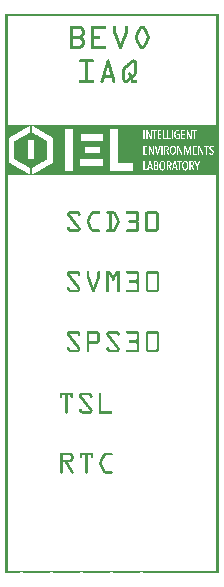
<source format=gto>
G04 MADE WITH FRITZING*
G04 WWW.FRITZING.ORG*
G04 DOUBLE SIDED*
G04 HOLES PLATED*
G04 CONTOUR ON CENTER OF CONTOUR VECTOR*
%ASAXBY*%
%FSLAX23Y23*%
%MOIN*%
%OFA0B0*%
%SFA1.0B1.0*%
%ADD10R,0.001000X0.001000*%
%LNSILK1*%
G90*
G70*
G36*
X558Y1422D02*
X558Y1422D01*
X556Y1422D01*
X556Y1421D01*
X555Y1421D01*
X555Y1421D01*
X555Y1421D01*
X555Y1420D01*
X554Y1420D01*
X554Y1419D01*
X554Y1419D01*
X554Y1418D01*
X553Y1418D01*
X553Y1418D01*
X553Y1418D01*
X553Y1416D01*
X552Y1416D01*
X552Y1412D01*
X552Y1412D01*
X552Y1408D01*
X552Y1408D01*
X552Y1405D01*
X553Y1405D01*
X553Y1403D01*
X553Y1403D01*
X553Y1401D01*
X554Y1401D01*
X554Y1401D01*
X554Y1401D01*
X554Y1400D01*
X555Y1400D01*
X555Y1399D01*
X555Y1399D01*
X555Y1399D01*
X556Y1399D01*
X556Y1398D01*
X557Y1398D01*
X557Y1398D01*
X559Y1398D01*
X559Y1398D01*
X560Y1398D01*
X560Y1399D01*
X561Y1399D01*
X561Y1399D01*
X562Y1399D01*
X562Y1400D01*
X562Y1400D01*
X562Y1401D01*
X563Y1401D01*
X563Y1402D01*
X563Y1402D01*
X563Y1404D01*
X564Y1404D01*
X564Y1406D01*
X564Y1406D01*
X564Y1414D01*
X564Y1414D01*
X564Y1417D01*
X563Y1417D01*
X563Y1418D01*
X563Y1418D01*
X563Y1419D01*
X562Y1419D01*
X562Y1420D01*
X562Y1420D01*
X562Y1420D01*
X561Y1420D01*
X561Y1421D01*
X561Y1421D01*
X561Y1421D01*
X560Y1421D01*
X560Y1422D01*
X559Y1422D01*
X559Y1422D01*
X558Y1422D01*
G37*
D02*
G36*
X7Y1494D02*
X7Y1490D01*
X92Y1490D01*
X92Y1489D01*
X93Y1489D01*
X93Y1489D01*
X94Y1489D01*
X94Y1488D01*
X94Y1488D01*
X94Y1488D01*
X95Y1488D01*
X95Y1487D01*
X96Y1487D01*
X96Y1487D01*
X97Y1487D01*
X97Y1486D01*
X98Y1486D01*
X98Y1486D01*
X99Y1486D01*
X99Y1485D01*
X100Y1485D01*
X100Y1485D01*
X100Y1485D01*
X100Y1484D01*
X101Y1484D01*
X101Y1484D01*
X102Y1484D01*
X102Y1483D01*
X103Y1483D01*
X103Y1483D01*
X104Y1483D01*
X104Y1482D01*
X105Y1482D01*
X105Y1482D01*
X106Y1482D01*
X106Y1481D01*
X106Y1481D01*
X106Y1481D01*
X107Y1481D01*
X107Y1480D01*
X108Y1480D01*
X108Y1480D01*
X109Y1480D01*
X109Y1479D01*
X110Y1479D01*
X110Y1479D01*
X374Y1479D01*
X374Y1477D01*
X576Y1477D01*
X576Y1477D01*
X639Y1477D01*
X639Y1474D01*
X633Y1474D01*
X633Y1447D01*
X707Y1447D01*
X707Y1494D01*
X7Y1494D01*
G37*
D02*
G36*
X7Y1490D02*
X7Y1328D01*
X81Y1328D01*
X81Y1329D01*
X80Y1329D01*
X80Y1329D01*
X79Y1329D01*
X79Y1330D01*
X78Y1330D01*
X78Y1330D01*
X77Y1330D01*
X77Y1331D01*
X77Y1331D01*
X77Y1331D01*
X76Y1331D01*
X76Y1332D01*
X75Y1332D01*
X75Y1332D01*
X74Y1332D01*
X74Y1333D01*
X73Y1333D01*
X73Y1333D01*
X72Y1333D01*
X72Y1334D01*
X71Y1334D01*
X71Y1334D01*
X71Y1334D01*
X71Y1335D01*
X70Y1335D01*
X70Y1335D01*
X69Y1335D01*
X69Y1336D01*
X68Y1336D01*
X68Y1336D01*
X67Y1336D01*
X67Y1337D01*
X66Y1337D01*
X66Y1337D01*
X65Y1337D01*
X65Y1338D01*
X65Y1338D01*
X65Y1338D01*
X64Y1338D01*
X64Y1339D01*
X63Y1339D01*
X63Y1339D01*
X62Y1339D01*
X62Y1340D01*
X61Y1340D01*
X61Y1340D01*
X60Y1340D01*
X60Y1341D01*
X59Y1341D01*
X59Y1341D01*
X58Y1341D01*
X58Y1342D01*
X58Y1342D01*
X58Y1342D01*
X57Y1342D01*
X57Y1343D01*
X56Y1343D01*
X56Y1343D01*
X55Y1343D01*
X55Y1344D01*
X54Y1344D01*
X54Y1344D01*
X53Y1344D01*
X53Y1345D01*
X52Y1345D01*
X52Y1345D01*
X52Y1345D01*
X52Y1346D01*
X51Y1346D01*
X51Y1346D01*
X50Y1346D01*
X50Y1347D01*
X49Y1347D01*
X49Y1347D01*
X48Y1347D01*
X48Y1348D01*
X47Y1348D01*
X47Y1348D01*
X46Y1348D01*
X46Y1349D01*
X45Y1349D01*
X45Y1349D01*
X45Y1349D01*
X45Y1350D01*
X44Y1350D01*
X44Y1350D01*
X43Y1350D01*
X43Y1351D01*
X42Y1351D01*
X42Y1351D01*
X41Y1351D01*
X41Y1352D01*
X40Y1352D01*
X40Y1352D01*
X39Y1352D01*
X39Y1353D01*
X39Y1353D01*
X39Y1353D01*
X38Y1353D01*
X38Y1354D01*
X37Y1354D01*
X37Y1354D01*
X36Y1354D01*
X36Y1355D01*
X35Y1355D01*
X35Y1355D01*
X34Y1355D01*
X34Y1356D01*
X33Y1356D01*
X33Y1356D01*
X32Y1356D01*
X32Y1357D01*
X32Y1357D01*
X32Y1357D01*
X31Y1357D01*
X31Y1358D01*
X30Y1358D01*
X30Y1358D01*
X29Y1358D01*
X29Y1359D01*
X28Y1359D01*
X28Y1359D01*
X27Y1359D01*
X27Y1360D01*
X26Y1360D01*
X26Y1360D01*
X26Y1360D01*
X26Y1361D01*
X25Y1361D01*
X25Y1361D01*
X24Y1361D01*
X24Y1362D01*
X23Y1362D01*
X23Y1362D01*
X22Y1362D01*
X22Y1363D01*
X21Y1363D01*
X21Y1363D01*
X20Y1363D01*
X20Y1364D01*
X19Y1364D01*
X19Y1364D01*
X19Y1364D01*
X19Y1365D01*
X18Y1365D01*
X18Y1365D01*
X17Y1365D01*
X17Y1366D01*
X16Y1366D01*
X16Y1366D01*
X15Y1366D01*
X15Y1367D01*
X14Y1367D01*
X14Y1367D01*
X13Y1367D01*
X13Y1368D01*
X13Y1368D01*
X13Y1368D01*
X12Y1368D01*
X12Y1369D01*
X11Y1369D01*
X11Y1450D01*
X11Y1450D01*
X11Y1451D01*
X12Y1451D01*
X12Y1451D01*
X13Y1451D01*
X13Y1452D01*
X14Y1452D01*
X14Y1452D01*
X15Y1452D01*
X15Y1453D01*
X15Y1453D01*
X15Y1453D01*
X16Y1453D01*
X16Y1454D01*
X17Y1454D01*
X17Y1454D01*
X18Y1454D01*
X18Y1455D01*
X19Y1455D01*
X19Y1455D01*
X20Y1455D01*
X20Y1456D01*
X21Y1456D01*
X21Y1456D01*
X21Y1456D01*
X21Y1457D01*
X22Y1457D01*
X22Y1457D01*
X23Y1457D01*
X23Y1458D01*
X24Y1458D01*
X24Y1458D01*
X25Y1458D01*
X25Y1459D01*
X26Y1459D01*
X26Y1459D01*
X27Y1459D01*
X27Y1460D01*
X28Y1460D01*
X28Y1460D01*
X28Y1460D01*
X28Y1461D01*
X29Y1461D01*
X29Y1461D01*
X30Y1461D01*
X30Y1462D01*
X31Y1462D01*
X31Y1462D01*
X32Y1462D01*
X32Y1463D01*
X33Y1463D01*
X33Y1463D01*
X34Y1463D01*
X34Y1464D01*
X34Y1464D01*
X34Y1464D01*
X35Y1464D01*
X35Y1465D01*
X36Y1465D01*
X36Y1465D01*
X37Y1465D01*
X37Y1466D01*
X38Y1466D01*
X38Y1466D01*
X39Y1466D01*
X39Y1467D01*
X40Y1467D01*
X40Y1467D01*
X41Y1467D01*
X41Y1468D01*
X41Y1468D01*
X41Y1468D01*
X42Y1468D01*
X42Y1469D01*
X43Y1469D01*
X43Y1469D01*
X44Y1469D01*
X44Y1470D01*
X45Y1470D01*
X45Y1470D01*
X46Y1470D01*
X46Y1471D01*
X47Y1471D01*
X47Y1471D01*
X47Y1471D01*
X47Y1472D01*
X48Y1472D01*
X48Y1472D01*
X49Y1472D01*
X49Y1473D01*
X50Y1473D01*
X50Y1473D01*
X51Y1473D01*
X51Y1474D01*
X52Y1474D01*
X52Y1474D01*
X53Y1474D01*
X53Y1475D01*
X54Y1475D01*
X54Y1475D01*
X54Y1475D01*
X54Y1476D01*
X55Y1476D01*
X55Y1476D01*
X56Y1476D01*
X56Y1477D01*
X57Y1477D01*
X57Y1477D01*
X58Y1477D01*
X58Y1478D01*
X59Y1478D01*
X59Y1478D01*
X60Y1478D01*
X60Y1479D01*
X60Y1479D01*
X60Y1479D01*
X61Y1479D01*
X61Y1480D01*
X62Y1480D01*
X62Y1480D01*
X63Y1480D01*
X63Y1481D01*
X64Y1481D01*
X64Y1481D01*
X65Y1481D01*
X65Y1482D01*
X66Y1482D01*
X66Y1482D01*
X66Y1482D01*
X66Y1483D01*
X67Y1483D01*
X67Y1483D01*
X68Y1483D01*
X68Y1484D01*
X69Y1484D01*
X69Y1484D01*
X70Y1484D01*
X70Y1485D01*
X71Y1485D01*
X71Y1485D01*
X72Y1485D01*
X72Y1486D01*
X73Y1486D01*
X73Y1486D01*
X73Y1486D01*
X73Y1487D01*
X74Y1487D01*
X74Y1487D01*
X75Y1487D01*
X75Y1488D01*
X76Y1488D01*
X76Y1488D01*
X77Y1488D01*
X77Y1489D01*
X78Y1489D01*
X78Y1489D01*
X79Y1489D01*
X79Y1490D01*
X7Y1490D01*
G37*
D02*
G36*
X82Y1490D02*
X82Y1469D01*
X81Y1469D01*
X81Y1468D01*
X80Y1468D01*
X80Y1468D01*
X79Y1468D01*
X79Y1467D01*
X78Y1467D01*
X78Y1467D01*
X78Y1467D01*
X78Y1466D01*
X77Y1466D01*
X77Y1466D01*
X76Y1466D01*
X76Y1465D01*
X75Y1465D01*
X75Y1465D01*
X74Y1465D01*
X74Y1464D01*
X73Y1464D01*
X73Y1464D01*
X72Y1464D01*
X72Y1463D01*
X71Y1463D01*
X71Y1463D01*
X71Y1463D01*
X71Y1462D01*
X70Y1462D01*
X70Y1462D01*
X69Y1462D01*
X69Y1461D01*
X68Y1461D01*
X68Y1461D01*
X67Y1461D01*
X67Y1460D01*
X66Y1460D01*
X66Y1460D01*
X65Y1460D01*
X65Y1459D01*
X65Y1459D01*
X65Y1459D01*
X64Y1459D01*
X64Y1458D01*
X63Y1458D01*
X63Y1458D01*
X62Y1458D01*
X62Y1457D01*
X61Y1457D01*
X61Y1457D01*
X60Y1457D01*
X60Y1456D01*
X59Y1456D01*
X59Y1456D01*
X58Y1456D01*
X58Y1455D01*
X58Y1455D01*
X58Y1455D01*
X57Y1455D01*
X57Y1454D01*
X56Y1454D01*
X56Y1454D01*
X55Y1454D01*
X55Y1453D01*
X54Y1453D01*
X54Y1453D01*
X53Y1453D01*
X53Y1452D01*
X52Y1452D01*
X52Y1452D01*
X52Y1452D01*
X52Y1451D01*
X51Y1451D01*
X51Y1451D01*
X50Y1451D01*
X50Y1450D01*
X49Y1450D01*
X49Y1450D01*
X48Y1450D01*
X48Y1449D01*
X47Y1449D01*
X47Y1449D01*
X46Y1449D01*
X46Y1448D01*
X45Y1448D01*
X45Y1448D01*
X45Y1448D01*
X45Y1447D01*
X44Y1447D01*
X44Y1447D01*
X43Y1447D01*
X43Y1446D01*
X42Y1446D01*
X42Y1446D01*
X41Y1446D01*
X41Y1445D01*
X40Y1445D01*
X40Y1445D01*
X39Y1445D01*
X39Y1444D01*
X39Y1444D01*
X39Y1444D01*
X38Y1444D01*
X38Y1443D01*
X37Y1443D01*
X37Y1443D01*
X95Y1443D01*
X95Y1379D01*
X138Y1379D01*
X138Y1379D01*
X139Y1379D01*
X139Y1380D01*
X140Y1380D01*
X140Y1380D01*
X140Y1380D01*
X140Y1439D01*
X140Y1439D01*
X140Y1440D01*
X139Y1440D01*
X139Y1440D01*
X138Y1440D01*
X138Y1441D01*
X137Y1441D01*
X137Y1441D01*
X136Y1441D01*
X136Y1442D01*
X135Y1442D01*
X135Y1442D01*
X134Y1442D01*
X134Y1443D01*
X134Y1443D01*
X134Y1443D01*
X133Y1443D01*
X133Y1444D01*
X132Y1444D01*
X132Y1444D01*
X131Y1444D01*
X131Y1445D01*
X130Y1445D01*
X130Y1445D01*
X129Y1445D01*
X129Y1446D01*
X128Y1446D01*
X128Y1446D01*
X128Y1446D01*
X128Y1447D01*
X127Y1447D01*
X127Y1447D01*
X126Y1447D01*
X126Y1448D01*
X125Y1448D01*
X125Y1448D01*
X124Y1448D01*
X124Y1449D01*
X123Y1449D01*
X123Y1449D01*
X122Y1449D01*
X122Y1450D01*
X121Y1450D01*
X121Y1450D01*
X121Y1450D01*
X121Y1451D01*
X120Y1451D01*
X120Y1451D01*
X119Y1451D01*
X119Y1452D01*
X118Y1452D01*
X118Y1452D01*
X117Y1452D01*
X117Y1453D01*
X116Y1453D01*
X116Y1453D01*
X115Y1453D01*
X115Y1454D01*
X115Y1454D01*
X115Y1454D01*
X114Y1454D01*
X114Y1455D01*
X113Y1455D01*
X113Y1455D01*
X112Y1455D01*
X112Y1456D01*
X111Y1456D01*
X111Y1456D01*
X110Y1456D01*
X110Y1457D01*
X109Y1457D01*
X109Y1457D01*
X108Y1457D01*
X108Y1458D01*
X108Y1458D01*
X108Y1458D01*
X107Y1458D01*
X107Y1459D01*
X106Y1459D01*
X106Y1459D01*
X105Y1459D01*
X105Y1460D01*
X104Y1460D01*
X104Y1460D01*
X103Y1460D01*
X103Y1461D01*
X102Y1461D01*
X102Y1461D01*
X102Y1461D01*
X102Y1462D01*
X101Y1462D01*
X101Y1462D01*
X100Y1462D01*
X100Y1463D01*
X99Y1463D01*
X99Y1463D01*
X98Y1463D01*
X98Y1464D01*
X97Y1464D01*
X97Y1464D01*
X96Y1464D01*
X96Y1465D01*
X95Y1465D01*
X95Y1465D01*
X95Y1465D01*
X95Y1466D01*
X94Y1466D01*
X94Y1466D01*
X93Y1466D01*
X93Y1467D01*
X92Y1467D01*
X92Y1467D01*
X92Y1467D01*
X92Y1468D01*
X91Y1468D01*
X91Y1468D01*
X90Y1468D01*
X90Y1469D01*
X89Y1469D01*
X89Y1490D01*
X82Y1490D01*
G37*
D02*
G36*
X111Y1479D02*
X111Y1478D01*
X112Y1478D01*
X112Y1478D01*
X113Y1478D01*
X113Y1477D01*
X113Y1477D01*
X113Y1477D01*
X114Y1477D01*
X114Y1476D01*
X115Y1476D01*
X115Y1476D01*
X116Y1476D01*
X116Y1475D01*
X117Y1475D01*
X117Y1475D01*
X118Y1475D01*
X118Y1474D01*
X119Y1474D01*
X119Y1474D01*
X119Y1474D01*
X119Y1473D01*
X120Y1473D01*
X120Y1473D01*
X121Y1473D01*
X121Y1472D01*
X122Y1472D01*
X122Y1472D01*
X123Y1472D01*
X123Y1471D01*
X124Y1471D01*
X124Y1471D01*
X125Y1471D01*
X125Y1470D01*
X126Y1470D01*
X126Y1470D01*
X126Y1470D01*
X126Y1469D01*
X127Y1469D01*
X127Y1469D01*
X128Y1469D01*
X128Y1468D01*
X129Y1468D01*
X129Y1468D01*
X130Y1468D01*
X130Y1467D01*
X131Y1467D01*
X131Y1467D01*
X132Y1467D01*
X132Y1466D01*
X132Y1466D01*
X132Y1466D01*
X133Y1466D01*
X133Y1465D01*
X134Y1465D01*
X134Y1465D01*
X135Y1465D01*
X135Y1464D01*
X136Y1464D01*
X136Y1464D01*
X137Y1464D01*
X137Y1463D01*
X138Y1463D01*
X138Y1463D01*
X139Y1463D01*
X139Y1462D01*
X139Y1462D01*
X139Y1462D01*
X140Y1462D01*
X140Y1461D01*
X141Y1461D01*
X141Y1461D01*
X142Y1461D01*
X142Y1460D01*
X143Y1460D01*
X143Y1460D01*
X144Y1460D01*
X144Y1459D01*
X145Y1459D01*
X145Y1459D01*
X145Y1459D01*
X145Y1458D01*
X146Y1458D01*
X146Y1458D01*
X147Y1458D01*
X147Y1457D01*
X148Y1457D01*
X148Y1457D01*
X149Y1457D01*
X149Y1456D01*
X150Y1456D01*
X150Y1456D01*
X151Y1456D01*
X151Y1455D01*
X152Y1455D01*
X152Y1455D01*
X152Y1455D01*
X152Y1454D01*
X153Y1454D01*
X153Y1454D01*
X154Y1454D01*
X154Y1453D01*
X155Y1453D01*
X155Y1453D01*
X156Y1453D01*
X156Y1452D01*
X157Y1452D01*
X157Y1452D01*
X158Y1452D01*
X158Y1451D01*
X158Y1451D01*
X158Y1451D01*
X159Y1451D01*
X159Y1450D01*
X160Y1450D01*
X160Y1369D01*
X159Y1369D01*
X159Y1368D01*
X158Y1368D01*
X158Y1368D01*
X157Y1368D01*
X157Y1367D01*
X156Y1367D01*
X156Y1367D01*
X155Y1367D01*
X155Y1366D01*
X154Y1366D01*
X154Y1366D01*
X154Y1366D01*
X154Y1365D01*
X153Y1365D01*
X153Y1365D01*
X152Y1365D01*
X152Y1364D01*
X151Y1364D01*
X151Y1364D01*
X150Y1364D01*
X150Y1363D01*
X149Y1363D01*
X149Y1363D01*
X148Y1363D01*
X148Y1362D01*
X147Y1362D01*
X147Y1362D01*
X147Y1362D01*
X147Y1361D01*
X146Y1361D01*
X146Y1361D01*
X145Y1361D01*
X145Y1360D01*
X144Y1360D01*
X144Y1360D01*
X143Y1360D01*
X143Y1359D01*
X142Y1359D01*
X142Y1359D01*
X141Y1359D01*
X141Y1358D01*
X141Y1358D01*
X141Y1358D01*
X140Y1358D01*
X140Y1357D01*
X139Y1357D01*
X139Y1357D01*
X138Y1357D01*
X138Y1356D01*
X137Y1356D01*
X137Y1356D01*
X136Y1356D01*
X136Y1355D01*
X135Y1355D01*
X135Y1355D01*
X134Y1355D01*
X134Y1354D01*
X134Y1354D01*
X134Y1354D01*
X133Y1354D01*
X133Y1353D01*
X132Y1353D01*
X132Y1353D01*
X131Y1353D01*
X131Y1352D01*
X130Y1352D01*
X130Y1352D01*
X129Y1352D01*
X129Y1351D01*
X128Y1351D01*
X128Y1351D01*
X128Y1351D01*
X128Y1350D01*
X127Y1350D01*
X127Y1350D01*
X126Y1350D01*
X126Y1349D01*
X125Y1349D01*
X125Y1349D01*
X124Y1349D01*
X124Y1348D01*
X123Y1348D01*
X123Y1348D01*
X122Y1348D01*
X122Y1347D01*
X121Y1347D01*
X121Y1347D01*
X121Y1347D01*
X121Y1346D01*
X120Y1346D01*
X120Y1346D01*
X119Y1346D01*
X119Y1345D01*
X118Y1345D01*
X118Y1345D01*
X117Y1345D01*
X117Y1344D01*
X116Y1344D01*
X116Y1344D01*
X115Y1344D01*
X115Y1343D01*
X115Y1343D01*
X115Y1343D01*
X114Y1343D01*
X114Y1342D01*
X199Y1342D01*
X199Y1479D01*
X111Y1479D01*
G37*
D02*
G36*
X225Y1479D02*
X225Y1465D01*
X326Y1465D01*
X326Y1442D01*
X349Y1442D01*
X349Y1479D01*
X225Y1479D01*
G37*
D02*
G36*
X374Y1477D02*
X374Y1477D01*
X558Y1477D01*
X558Y1447D01*
X569Y1447D01*
X569Y1447D01*
X568Y1447D01*
X568Y1448D01*
X567Y1448D01*
X567Y1448D01*
X567Y1448D01*
X567Y1449D01*
X566Y1449D01*
X566Y1449D01*
X566Y1449D01*
X566Y1450D01*
X565Y1450D01*
X565Y1450D01*
X565Y1450D01*
X565Y1451D01*
X564Y1451D01*
X564Y1452D01*
X564Y1452D01*
X564Y1454D01*
X563Y1454D01*
X563Y1455D01*
X563Y1455D01*
X563Y1458D01*
X562Y1458D01*
X562Y1465D01*
X563Y1465D01*
X563Y1468D01*
X563Y1468D01*
X563Y1470D01*
X564Y1470D01*
X564Y1471D01*
X564Y1471D01*
X564Y1472D01*
X565Y1472D01*
X565Y1473D01*
X565Y1473D01*
X565Y1474D01*
X566Y1474D01*
X566Y1474D01*
X566Y1474D01*
X566Y1475D01*
X567Y1475D01*
X567Y1475D01*
X567Y1475D01*
X567Y1476D01*
X568Y1476D01*
X568Y1476D01*
X569Y1476D01*
X569Y1477D01*
X570Y1477D01*
X570Y1477D01*
X374Y1477D01*
G37*
D02*
G36*
X374Y1477D02*
X374Y1447D01*
X460Y1447D01*
X460Y1477D01*
X374Y1477D01*
G37*
D02*
G36*
X464Y1477D02*
X464Y1447D01*
X470Y1447D01*
X470Y1477D01*
X464Y1477D01*
G37*
D02*
G36*
X475Y1477D02*
X475Y1476D01*
X475Y1476D01*
X475Y1475D01*
X476Y1475D01*
X476Y1474D01*
X476Y1474D01*
X476Y1472D01*
X477Y1472D01*
X477Y1471D01*
X477Y1471D01*
X477Y1470D01*
X478Y1470D01*
X478Y1469D01*
X478Y1469D01*
X478Y1468D01*
X479Y1468D01*
X479Y1466D01*
X479Y1466D01*
X479Y1465D01*
X480Y1465D01*
X480Y1464D01*
X480Y1464D01*
X480Y1463D01*
X481Y1463D01*
X481Y1462D01*
X481Y1462D01*
X481Y1460D01*
X482Y1460D01*
X482Y1459D01*
X482Y1459D01*
X482Y1458D01*
X483Y1458D01*
X483Y1457D01*
X483Y1457D01*
X483Y1456D01*
X484Y1456D01*
X484Y1454D01*
X484Y1454D01*
X484Y1477D01*
X475Y1477D01*
G37*
D02*
G36*
X488Y1477D02*
X488Y1447D01*
X495Y1447D01*
X495Y1474D01*
X490Y1474D01*
X490Y1477D01*
X488Y1477D01*
G37*
D02*
G36*
X505Y1477D02*
X505Y1474D01*
X499Y1474D01*
X499Y1447D01*
X507Y1447D01*
X507Y1477D01*
X505Y1477D01*
G37*
D02*
G36*
X520Y1477D02*
X520Y1474D01*
X520Y1474D01*
X520Y1473D01*
X511Y1473D01*
X511Y1464D01*
X519Y1464D01*
X519Y1461D01*
X511Y1461D01*
X511Y1450D01*
X520Y1450D01*
X520Y1447D01*
X525Y1447D01*
X525Y1477D01*
X520Y1477D01*
G37*
D02*
G36*
X529Y1477D02*
X529Y1450D01*
X537Y1450D01*
X537Y1447D01*
X539Y1447D01*
X539Y1477D01*
X529Y1477D01*
G37*
D02*
G36*
X543Y1477D02*
X543Y1450D01*
X551Y1450D01*
X551Y1447D01*
X554Y1447D01*
X554Y1477D01*
X543Y1477D01*
G37*
D02*
G36*
X577Y1477D02*
X577Y1476D01*
X578Y1476D01*
X578Y1476D01*
X579Y1476D01*
X579Y1475D01*
X579Y1475D01*
X579Y1475D01*
X580Y1475D01*
X580Y1474D01*
X580Y1474D01*
X580Y1473D01*
X580Y1473D01*
X580Y1472D01*
X579Y1472D01*
X579Y1472D01*
X579Y1472D01*
X579Y1471D01*
X586Y1471D01*
X586Y1477D01*
X577Y1477D01*
G37*
D02*
G36*
X599Y1477D02*
X599Y1474D01*
X599Y1474D01*
X599Y1473D01*
X590Y1473D01*
X590Y1464D01*
X598Y1464D01*
X598Y1461D01*
X590Y1461D01*
X590Y1450D01*
X599Y1450D01*
X599Y1447D01*
X604Y1447D01*
X604Y1477D01*
X599Y1477D01*
G37*
D02*
G36*
X608Y1477D02*
X608Y1476D01*
X609Y1476D01*
X609Y1475D01*
X609Y1475D01*
X609Y1474D01*
X610Y1474D01*
X610Y1472D01*
X610Y1472D01*
X610Y1471D01*
X610Y1471D01*
X610Y1470D01*
X611Y1470D01*
X611Y1469D01*
X611Y1469D01*
X611Y1468D01*
X612Y1468D01*
X612Y1466D01*
X612Y1466D01*
X612Y1465D01*
X613Y1465D01*
X613Y1464D01*
X613Y1464D01*
X613Y1463D01*
X614Y1463D01*
X614Y1462D01*
X614Y1462D01*
X614Y1460D01*
X615Y1460D01*
X615Y1459D01*
X615Y1459D01*
X615Y1458D01*
X616Y1458D01*
X616Y1457D01*
X616Y1457D01*
X616Y1456D01*
X617Y1456D01*
X617Y1454D01*
X617Y1454D01*
X617Y1477D01*
X608Y1477D01*
G37*
D02*
G36*
X621Y1477D02*
X621Y1447D01*
X629Y1447D01*
X629Y1474D01*
X623Y1474D01*
X623Y1477D01*
X621Y1477D01*
G37*
D02*
G36*
X572Y1474D02*
X572Y1474D01*
X571Y1474D01*
X571Y1473D01*
X570Y1473D01*
X570Y1473D01*
X570Y1473D01*
X570Y1472D01*
X569Y1472D01*
X569Y1472D01*
X569Y1472D01*
X569Y1471D01*
X577Y1471D01*
X577Y1472D01*
X577Y1472D01*
X577Y1473D01*
X576Y1473D01*
X576Y1473D01*
X575Y1473D01*
X575Y1474D01*
X574Y1474D01*
X574Y1474D01*
X572Y1474D01*
G37*
D02*
G36*
X568Y1471D02*
X568Y1471D01*
X586Y1471D01*
X586Y1471D01*
X568Y1471D01*
G37*
D02*
G36*
X568Y1471D02*
X568Y1471D01*
X586Y1471D01*
X586Y1471D01*
X568Y1471D01*
G37*
D02*
G36*
X568Y1471D02*
X568Y1470D01*
X568Y1470D01*
X568Y1469D01*
X567Y1469D01*
X567Y1467D01*
X567Y1467D01*
X567Y1464D01*
X566Y1464D01*
X566Y1463D01*
X581Y1463D01*
X581Y1448D01*
X580Y1448D01*
X580Y1448D01*
X579Y1448D01*
X579Y1447D01*
X579Y1447D01*
X579Y1447D01*
X586Y1447D01*
X586Y1471D01*
X568Y1471D01*
G37*
D02*
G36*
X474Y1469D02*
X474Y1447D01*
X483Y1447D01*
X483Y1447D01*
X483Y1447D01*
X483Y1448D01*
X482Y1448D01*
X482Y1450D01*
X482Y1450D01*
X482Y1451D01*
X481Y1451D01*
X481Y1452D01*
X481Y1452D01*
X481Y1453D01*
X480Y1453D01*
X480Y1454D01*
X480Y1454D01*
X480Y1456D01*
X479Y1456D01*
X479Y1457D01*
X479Y1457D01*
X479Y1458D01*
X478Y1458D01*
X478Y1459D01*
X478Y1459D01*
X478Y1460D01*
X477Y1460D01*
X477Y1462D01*
X477Y1462D01*
X477Y1463D01*
X476Y1463D01*
X476Y1464D01*
X476Y1464D01*
X476Y1465D01*
X475Y1465D01*
X475Y1466D01*
X475Y1466D01*
X475Y1468D01*
X474Y1468D01*
X474Y1469D01*
X474Y1469D01*
G37*
D02*
G36*
X607Y1469D02*
X607Y1447D01*
X616Y1447D01*
X616Y1447D01*
X616Y1447D01*
X616Y1448D01*
X615Y1448D01*
X615Y1450D01*
X615Y1450D01*
X615Y1451D01*
X614Y1451D01*
X614Y1452D01*
X614Y1452D01*
X614Y1453D01*
X613Y1453D01*
X613Y1454D01*
X613Y1454D01*
X613Y1456D01*
X612Y1456D01*
X612Y1457D01*
X612Y1457D01*
X612Y1458D01*
X611Y1458D01*
X611Y1459D01*
X611Y1459D01*
X611Y1460D01*
X610Y1460D01*
X610Y1462D01*
X610Y1462D01*
X610Y1463D01*
X610Y1463D01*
X610Y1464D01*
X609Y1464D01*
X609Y1465D01*
X609Y1465D01*
X609Y1466D01*
X608Y1466D01*
X608Y1468D01*
X608Y1468D01*
X608Y1469D01*
X607Y1469D01*
G37*
D02*
G36*
X225Y1465D02*
X225Y1442D01*
X252Y1442D01*
X252Y1465D01*
X225Y1465D01*
G37*
D02*
G36*
X566Y1463D02*
X566Y1459D01*
X567Y1459D01*
X567Y1456D01*
X567Y1456D01*
X567Y1454D01*
X568Y1454D01*
X568Y1453D01*
X568Y1453D01*
X568Y1452D01*
X569Y1452D01*
X569Y1452D01*
X569Y1452D01*
X569Y1451D01*
X570Y1451D01*
X570Y1451D01*
X570Y1451D01*
X570Y1450D01*
X571Y1450D01*
X571Y1450D01*
X572Y1450D01*
X572Y1449D01*
X575Y1449D01*
X575Y1450D01*
X576Y1450D01*
X576Y1450D01*
X577Y1450D01*
X577Y1460D01*
X573Y1460D01*
X573Y1463D01*
X566Y1463D01*
G37*
D02*
G36*
X374Y1447D02*
X374Y1446D01*
X570Y1446D01*
X570Y1447D01*
X374Y1447D01*
G37*
D02*
G36*
X374Y1447D02*
X374Y1446D01*
X570Y1446D01*
X570Y1447D01*
X374Y1447D01*
G37*
D02*
G36*
X374Y1447D02*
X374Y1446D01*
X570Y1446D01*
X570Y1447D01*
X374Y1447D01*
G37*
D02*
G36*
X374Y1447D02*
X374Y1446D01*
X570Y1446D01*
X570Y1447D01*
X374Y1447D01*
G37*
D02*
G36*
X374Y1447D02*
X374Y1446D01*
X570Y1446D01*
X570Y1447D01*
X374Y1447D01*
G37*
D02*
G36*
X374Y1447D02*
X374Y1446D01*
X570Y1446D01*
X570Y1447D01*
X374Y1447D01*
G37*
D02*
G36*
X374Y1447D02*
X374Y1446D01*
X570Y1446D01*
X570Y1447D01*
X374Y1447D01*
G37*
D02*
G36*
X374Y1447D02*
X374Y1446D01*
X570Y1446D01*
X570Y1447D01*
X374Y1447D01*
G37*
D02*
G36*
X374Y1447D02*
X374Y1446D01*
X570Y1446D01*
X570Y1447D01*
X374Y1447D01*
G37*
D02*
G36*
X577Y1447D02*
X577Y1446D01*
X707Y1446D01*
X707Y1447D01*
X577Y1447D01*
G37*
D02*
G36*
X577Y1447D02*
X577Y1446D01*
X707Y1446D01*
X707Y1447D01*
X577Y1447D01*
G37*
D02*
G36*
X577Y1447D02*
X577Y1446D01*
X707Y1446D01*
X707Y1447D01*
X577Y1447D01*
G37*
D02*
G36*
X577Y1447D02*
X577Y1446D01*
X707Y1446D01*
X707Y1447D01*
X577Y1447D01*
G37*
D02*
G36*
X577Y1447D02*
X577Y1446D01*
X707Y1446D01*
X707Y1447D01*
X577Y1447D01*
G37*
D02*
G36*
X374Y1446D02*
X374Y1446D01*
X572Y1446D01*
X572Y1446D01*
X374Y1446D01*
G37*
D02*
G36*
X575Y1446D02*
X575Y1446D01*
X707Y1446D01*
X707Y1446D01*
X575Y1446D01*
G37*
D02*
G36*
X374Y1446D02*
X374Y1445D01*
X707Y1445D01*
X707Y1446D01*
X374Y1446D01*
G37*
D02*
G36*
X374Y1446D02*
X374Y1445D01*
X707Y1445D01*
X707Y1446D01*
X374Y1446D01*
G37*
D02*
G36*
X374Y1445D02*
X374Y1425D01*
X691Y1425D01*
X691Y1425D01*
X692Y1425D01*
X692Y1424D01*
X693Y1424D01*
X693Y1424D01*
X693Y1424D01*
X693Y1423D01*
X694Y1423D01*
X694Y1423D01*
X694Y1423D01*
X694Y1422D01*
X694Y1422D01*
X694Y1421D01*
X693Y1421D01*
X693Y1421D01*
X693Y1421D01*
X693Y1420D01*
X707Y1420D01*
X707Y1445D01*
X374Y1445D01*
G37*
D02*
G36*
X36Y1443D02*
X36Y1442D01*
X35Y1442D01*
X35Y1442D01*
X34Y1442D01*
X34Y1441D01*
X33Y1441D01*
X33Y1441D01*
X32Y1441D01*
X32Y1440D01*
X32Y1440D01*
X32Y1440D01*
X31Y1440D01*
X31Y1439D01*
X30Y1439D01*
X30Y1380D01*
X31Y1380D01*
X31Y1380D01*
X31Y1380D01*
X31Y1379D01*
X32Y1379D01*
X32Y1379D01*
X76Y1379D01*
X76Y1443D01*
X36Y1443D01*
G37*
D02*
G36*
X225Y1442D02*
X225Y1441D01*
X349Y1441D01*
X349Y1442D01*
X225Y1442D01*
G37*
D02*
G36*
X225Y1442D02*
X225Y1441D01*
X349Y1441D01*
X349Y1442D01*
X225Y1442D01*
G37*
D02*
G36*
X225Y1441D02*
X225Y1422D01*
X314Y1422D01*
X314Y1399D01*
X349Y1399D01*
X349Y1441D01*
X225Y1441D01*
G37*
D02*
G36*
X374Y1425D02*
X374Y1425D01*
X539Y1425D01*
X539Y1424D01*
X541Y1424D01*
X541Y1424D01*
X542Y1424D01*
X542Y1423D01*
X542Y1423D01*
X542Y1423D01*
X543Y1423D01*
X543Y1422D01*
X543Y1422D01*
X543Y1422D01*
X544Y1422D01*
X544Y1421D01*
X544Y1421D01*
X544Y1419D01*
X545Y1419D01*
X545Y1414D01*
X544Y1414D01*
X544Y1413D01*
X544Y1413D01*
X544Y1412D01*
X543Y1412D01*
X543Y1411D01*
X543Y1411D01*
X543Y1411D01*
X542Y1411D01*
X542Y1410D01*
X541Y1410D01*
X541Y1410D01*
X540Y1410D01*
X540Y1409D01*
X540Y1409D01*
X540Y1409D01*
X540Y1409D01*
X540Y1407D01*
X541Y1407D01*
X541Y1406D01*
X541Y1406D01*
X541Y1405D01*
X542Y1405D01*
X542Y1404D01*
X542Y1404D01*
X542Y1402D01*
X543Y1402D01*
X543Y1401D01*
X543Y1401D01*
X543Y1400D01*
X544Y1400D01*
X544Y1399D01*
X544Y1399D01*
X544Y1397D01*
X545Y1397D01*
X545Y1396D01*
X545Y1396D01*
X545Y1395D01*
X554Y1395D01*
X554Y1396D01*
X553Y1396D01*
X553Y1396D01*
X552Y1396D01*
X552Y1397D01*
X552Y1397D01*
X552Y1397D01*
X551Y1397D01*
X551Y1398D01*
X551Y1398D01*
X551Y1399D01*
X550Y1399D01*
X550Y1400D01*
X550Y1400D01*
X550Y1401D01*
X549Y1401D01*
X549Y1402D01*
X549Y1402D01*
X549Y1404D01*
X548Y1404D01*
X548Y1407D01*
X548Y1407D01*
X548Y1414D01*
X548Y1414D01*
X548Y1417D01*
X549Y1417D01*
X549Y1418D01*
X549Y1418D01*
X549Y1419D01*
X550Y1419D01*
X550Y1420D01*
X550Y1420D01*
X550Y1421D01*
X551Y1421D01*
X551Y1422D01*
X551Y1422D01*
X551Y1422D01*
X552Y1422D01*
X552Y1423D01*
X552Y1423D01*
X552Y1424D01*
X553Y1424D01*
X553Y1424D01*
X554Y1424D01*
X554Y1425D01*
X555Y1425D01*
X555Y1425D01*
X374Y1425D01*
G37*
D02*
G36*
X561Y1425D02*
X561Y1425D01*
X678Y1425D01*
X678Y1422D01*
X672Y1422D01*
X672Y1401D01*
X681Y1401D01*
X681Y1400D01*
X682Y1400D01*
X682Y1400D01*
X682Y1400D01*
X682Y1399D01*
X683Y1399D01*
X683Y1399D01*
X684Y1399D01*
X684Y1398D01*
X685Y1398D01*
X685Y1398D01*
X688Y1398D01*
X688Y1398D01*
X689Y1398D01*
X689Y1399D01*
X689Y1399D01*
X689Y1399D01*
X690Y1399D01*
X690Y1400D01*
X690Y1400D01*
X690Y1402D01*
X691Y1402D01*
X691Y1404D01*
X690Y1404D01*
X690Y1405D01*
X690Y1405D01*
X690Y1406D01*
X689Y1406D01*
X689Y1407D01*
X689Y1407D01*
X689Y1407D01*
X688Y1407D01*
X688Y1408D01*
X687Y1408D01*
X687Y1408D01*
X686Y1408D01*
X686Y1409D01*
X685Y1409D01*
X685Y1409D01*
X684Y1409D01*
X684Y1410D01*
X684Y1410D01*
X684Y1410D01*
X683Y1410D01*
X683Y1411D01*
X682Y1411D01*
X682Y1411D01*
X682Y1411D01*
X682Y1412D01*
X681Y1412D01*
X681Y1412D01*
X681Y1412D01*
X681Y1413D01*
X680Y1413D01*
X680Y1414D01*
X680Y1414D01*
X680Y1420D01*
X680Y1420D01*
X680Y1421D01*
X681Y1421D01*
X681Y1422D01*
X681Y1422D01*
X681Y1423D01*
X682Y1423D01*
X682Y1423D01*
X682Y1423D01*
X682Y1424D01*
X683Y1424D01*
X683Y1424D01*
X683Y1424D01*
X683Y1425D01*
X685Y1425D01*
X685Y1425D01*
X561Y1425D01*
G37*
D02*
G36*
X374Y1425D02*
X374Y1395D01*
X460Y1395D01*
X460Y1425D01*
X374Y1425D01*
G37*
D02*
G36*
X473Y1425D02*
X473Y1422D01*
X473Y1422D01*
X473Y1421D01*
X464Y1421D01*
X464Y1412D01*
X472Y1412D01*
X472Y1409D01*
X464Y1409D01*
X464Y1398D01*
X473Y1398D01*
X473Y1395D01*
X478Y1395D01*
X478Y1425D01*
X473Y1425D01*
G37*
D02*
G36*
X482Y1425D02*
X482Y1424D01*
X483Y1424D01*
X483Y1423D01*
X483Y1423D01*
X483Y1422D01*
X484Y1422D01*
X484Y1420D01*
X484Y1420D01*
X484Y1419D01*
X485Y1419D01*
X485Y1418D01*
X485Y1418D01*
X485Y1417D01*
X486Y1417D01*
X486Y1416D01*
X486Y1416D01*
X486Y1415D01*
X487Y1415D01*
X487Y1414D01*
X487Y1414D01*
X487Y1413D01*
X488Y1413D01*
X488Y1411D01*
X488Y1411D01*
X488Y1410D01*
X489Y1410D01*
X489Y1409D01*
X489Y1409D01*
X489Y1408D01*
X490Y1408D01*
X490Y1406D01*
X490Y1406D01*
X490Y1405D01*
X491Y1405D01*
X491Y1404D01*
X491Y1404D01*
X491Y1403D01*
X492Y1403D01*
X492Y1425D01*
X482Y1425D01*
G37*
D02*
G36*
X495Y1425D02*
X495Y1395D01*
X505Y1395D01*
X505Y1396D01*
X505Y1396D01*
X505Y1398D01*
X504Y1398D01*
X504Y1400D01*
X504Y1400D01*
X504Y1402D01*
X503Y1402D01*
X503Y1404D01*
X503Y1404D01*
X503Y1406D01*
X502Y1406D01*
X502Y1408D01*
X502Y1408D01*
X502Y1410D01*
X501Y1410D01*
X501Y1412D01*
X501Y1412D01*
X501Y1415D01*
X500Y1415D01*
X500Y1417D01*
X500Y1417D01*
X500Y1418D01*
X499Y1418D01*
X499Y1420D01*
X499Y1420D01*
X499Y1422D01*
X498Y1422D01*
X498Y1425D01*
X495Y1425D01*
G37*
D02*
G36*
X502Y1425D02*
X502Y1423D01*
X503Y1423D01*
X503Y1421D01*
X503Y1421D01*
X503Y1419D01*
X504Y1419D01*
X504Y1417D01*
X504Y1417D01*
X504Y1415D01*
X505Y1415D01*
X505Y1413D01*
X505Y1413D01*
X505Y1411D01*
X506Y1411D01*
X506Y1409D01*
X506Y1409D01*
X506Y1407D01*
X506Y1407D01*
X506Y1404D01*
X507Y1404D01*
X507Y1402D01*
X507Y1402D01*
X507Y1402D01*
X508Y1402D01*
X508Y1404D01*
X508Y1404D01*
X508Y1406D01*
X509Y1406D01*
X509Y1408D01*
X509Y1408D01*
X509Y1410D01*
X510Y1410D01*
X510Y1413D01*
X510Y1413D01*
X510Y1415D01*
X511Y1415D01*
X511Y1417D01*
X511Y1417D01*
X511Y1419D01*
X512Y1419D01*
X512Y1421D01*
X512Y1421D01*
X512Y1423D01*
X513Y1423D01*
X513Y1425D01*
X502Y1425D01*
G37*
D02*
G36*
X517Y1425D02*
X517Y1424D01*
X517Y1424D01*
X517Y1422D01*
X516Y1422D01*
X516Y1420D01*
X516Y1420D01*
X516Y1418D01*
X515Y1418D01*
X515Y1417D01*
X515Y1417D01*
X515Y1415D01*
X514Y1415D01*
X514Y1413D01*
X514Y1413D01*
X514Y1411D01*
X513Y1411D01*
X513Y1409D01*
X513Y1409D01*
X513Y1407D01*
X512Y1407D01*
X512Y1405D01*
X512Y1405D01*
X512Y1403D01*
X511Y1403D01*
X511Y1401D01*
X511Y1401D01*
X511Y1399D01*
X510Y1399D01*
X510Y1397D01*
X510Y1397D01*
X510Y1395D01*
X520Y1395D01*
X520Y1425D01*
X517Y1425D01*
G37*
D02*
G36*
X524Y1425D02*
X524Y1395D01*
X529Y1395D01*
X529Y1425D01*
X524Y1425D01*
G37*
D02*
G36*
X562Y1425D02*
X562Y1424D01*
X563Y1424D01*
X563Y1424D01*
X564Y1424D01*
X564Y1423D01*
X564Y1423D01*
X564Y1423D01*
X565Y1423D01*
X565Y1422D01*
X565Y1422D01*
X565Y1421D01*
X566Y1421D01*
X566Y1421D01*
X566Y1421D01*
X566Y1420D01*
X567Y1420D01*
X567Y1419D01*
X567Y1419D01*
X567Y1417D01*
X568Y1417D01*
X568Y1415D01*
X568Y1415D01*
X568Y1405D01*
X568Y1405D01*
X568Y1403D01*
X567Y1403D01*
X567Y1401D01*
X567Y1401D01*
X567Y1400D01*
X566Y1400D01*
X566Y1399D01*
X566Y1399D01*
X566Y1398D01*
X565Y1398D01*
X565Y1398D01*
X565Y1398D01*
X565Y1397D01*
X564Y1397D01*
X564Y1397D01*
X564Y1397D01*
X564Y1396D01*
X563Y1396D01*
X563Y1396D01*
X563Y1396D01*
X563Y1395D01*
X573Y1395D01*
X573Y1425D01*
X562Y1425D01*
G37*
D02*
G36*
X577Y1425D02*
X577Y1424D01*
X578Y1424D01*
X578Y1423D01*
X578Y1423D01*
X578Y1422D01*
X579Y1422D01*
X579Y1420D01*
X579Y1420D01*
X579Y1419D01*
X580Y1419D01*
X580Y1418D01*
X580Y1418D01*
X580Y1417D01*
X581Y1417D01*
X581Y1416D01*
X581Y1416D01*
X581Y1415D01*
X582Y1415D01*
X582Y1414D01*
X582Y1414D01*
X582Y1413D01*
X583Y1413D01*
X583Y1411D01*
X583Y1411D01*
X583Y1410D01*
X584Y1410D01*
X584Y1409D01*
X584Y1409D01*
X584Y1408D01*
X585Y1408D01*
X585Y1406D01*
X585Y1406D01*
X585Y1405D01*
X586Y1405D01*
X586Y1404D01*
X586Y1404D01*
X586Y1403D01*
X587Y1403D01*
X587Y1425D01*
X577Y1425D01*
G37*
D02*
G36*
X590Y1425D02*
X590Y1395D01*
X596Y1395D01*
X596Y1425D01*
X590Y1425D01*
G37*
D02*
G36*
X602Y1425D02*
X602Y1423D01*
X602Y1423D01*
X602Y1421D01*
X603Y1421D01*
X603Y1419D01*
X603Y1419D01*
X603Y1418D01*
X604Y1418D01*
X604Y1416D01*
X604Y1416D01*
X604Y1414D01*
X605Y1414D01*
X605Y1413D01*
X605Y1413D01*
X605Y1411D01*
X606Y1411D01*
X606Y1409D01*
X606Y1409D01*
X606Y1407D01*
X607Y1407D01*
X607Y1406D01*
X607Y1406D01*
X607Y1404D01*
X608Y1404D01*
X608Y1402D01*
X608Y1402D01*
X608Y1403D01*
X609Y1403D01*
X609Y1405D01*
X609Y1405D01*
X609Y1407D01*
X610Y1407D01*
X610Y1409D01*
X610Y1409D01*
X610Y1410D01*
X610Y1410D01*
X610Y1412D01*
X611Y1412D01*
X611Y1414D01*
X611Y1414D01*
X611Y1416D01*
X612Y1416D01*
X612Y1418D01*
X612Y1418D01*
X612Y1419D01*
X613Y1419D01*
X613Y1421D01*
X613Y1421D01*
X613Y1422D01*
X614Y1422D01*
X614Y1424D01*
X614Y1424D01*
X614Y1425D01*
X602Y1425D01*
G37*
D02*
G36*
X620Y1425D02*
X620Y1395D01*
X626Y1395D01*
X626Y1425D01*
X620Y1425D01*
G37*
D02*
G36*
X639Y1425D02*
X639Y1422D01*
X638Y1422D01*
X638Y1421D01*
X629Y1421D01*
X629Y1412D01*
X638Y1412D01*
X638Y1409D01*
X629Y1409D01*
X629Y1398D01*
X639Y1398D01*
X639Y1395D01*
X643Y1395D01*
X643Y1425D01*
X639Y1425D01*
G37*
D02*
G36*
X647Y1425D02*
X647Y1424D01*
X648Y1424D01*
X648Y1423D01*
X648Y1423D01*
X648Y1422D01*
X649Y1422D01*
X649Y1420D01*
X649Y1420D01*
X649Y1419D01*
X650Y1419D01*
X650Y1418D01*
X650Y1418D01*
X650Y1417D01*
X651Y1417D01*
X651Y1416D01*
X651Y1416D01*
X651Y1415D01*
X652Y1415D01*
X652Y1414D01*
X652Y1414D01*
X652Y1413D01*
X653Y1413D01*
X653Y1411D01*
X653Y1411D01*
X653Y1410D01*
X654Y1410D01*
X654Y1409D01*
X654Y1409D01*
X654Y1408D01*
X655Y1408D01*
X655Y1406D01*
X655Y1406D01*
X655Y1405D01*
X656Y1405D01*
X656Y1404D01*
X656Y1404D01*
X656Y1403D01*
X657Y1403D01*
X657Y1425D01*
X647Y1425D01*
G37*
D02*
G36*
X660Y1425D02*
X660Y1395D01*
X668Y1395D01*
X668Y1422D01*
X663Y1422D01*
X663Y1425D01*
X660Y1425D01*
G37*
D02*
G36*
X687Y1422D02*
X687Y1422D01*
X686Y1422D01*
X686Y1421D01*
X685Y1421D01*
X685Y1421D01*
X684Y1421D01*
X684Y1420D01*
X692Y1420D01*
X692Y1420D01*
X691Y1420D01*
X691Y1421D01*
X691Y1421D01*
X691Y1421D01*
X690Y1421D01*
X690Y1422D01*
X688Y1422D01*
X688Y1422D01*
X687Y1422D01*
G37*
D02*
G36*
X225Y1422D02*
X225Y1399D01*
X264Y1399D01*
X264Y1422D01*
X225Y1422D01*
G37*
D02*
G36*
X684Y1420D02*
X684Y1419D01*
X707Y1419D01*
X707Y1420D01*
X684Y1420D01*
G37*
D02*
G36*
X684Y1420D02*
X684Y1419D01*
X707Y1419D01*
X707Y1420D01*
X684Y1420D01*
G37*
D02*
G36*
X684Y1419D02*
X684Y1418D01*
X683Y1418D01*
X683Y1417D01*
X684Y1417D01*
X684Y1415D01*
X684Y1415D01*
X684Y1414D01*
X685Y1414D01*
X685Y1414D01*
X685Y1414D01*
X685Y1413D01*
X686Y1413D01*
X686Y1413D01*
X687Y1413D01*
X687Y1412D01*
X688Y1412D01*
X688Y1412D01*
X689Y1412D01*
X689Y1411D01*
X689Y1411D01*
X689Y1411D01*
X690Y1411D01*
X690Y1410D01*
X691Y1410D01*
X691Y1410D01*
X692Y1410D01*
X692Y1409D01*
X692Y1409D01*
X692Y1409D01*
X693Y1409D01*
X693Y1408D01*
X693Y1408D01*
X693Y1407D01*
X694Y1407D01*
X694Y1406D01*
X694Y1406D01*
X694Y1400D01*
X694Y1400D01*
X694Y1399D01*
X693Y1399D01*
X693Y1398D01*
X693Y1398D01*
X693Y1397D01*
X692Y1397D01*
X692Y1396D01*
X692Y1396D01*
X692Y1396D01*
X691Y1396D01*
X691Y1395D01*
X690Y1395D01*
X690Y1395D01*
X688Y1395D01*
X688Y1394D01*
X707Y1394D01*
X707Y1419D01*
X684Y1419D01*
G37*
D02*
G36*
X481Y1417D02*
X481Y1395D01*
X491Y1395D01*
X491Y1396D01*
X490Y1396D01*
X490Y1397D01*
X490Y1397D01*
X490Y1398D01*
X489Y1398D01*
X489Y1399D01*
X489Y1399D01*
X489Y1401D01*
X488Y1401D01*
X488Y1402D01*
X488Y1402D01*
X488Y1403D01*
X487Y1403D01*
X487Y1404D01*
X487Y1404D01*
X487Y1405D01*
X486Y1405D01*
X486Y1407D01*
X486Y1407D01*
X486Y1408D01*
X485Y1408D01*
X485Y1409D01*
X485Y1409D01*
X485Y1410D01*
X484Y1410D01*
X484Y1411D01*
X484Y1411D01*
X484Y1412D01*
X483Y1412D01*
X483Y1414D01*
X483Y1414D01*
X483Y1415D01*
X482Y1415D01*
X482Y1416D01*
X482Y1416D01*
X482Y1417D01*
X481Y1417D01*
G37*
D02*
G36*
X576Y1417D02*
X576Y1395D01*
X586Y1395D01*
X586Y1396D01*
X585Y1396D01*
X585Y1397D01*
X585Y1397D01*
X585Y1398D01*
X584Y1398D01*
X584Y1399D01*
X584Y1399D01*
X584Y1401D01*
X583Y1401D01*
X583Y1402D01*
X583Y1402D01*
X583Y1403D01*
X582Y1403D01*
X582Y1404D01*
X582Y1404D01*
X582Y1405D01*
X581Y1405D01*
X581Y1407D01*
X581Y1407D01*
X581Y1408D01*
X580Y1408D01*
X580Y1409D01*
X580Y1409D01*
X580Y1410D01*
X579Y1410D01*
X579Y1411D01*
X579Y1411D01*
X579Y1412D01*
X578Y1412D01*
X578Y1414D01*
X578Y1414D01*
X578Y1415D01*
X577Y1415D01*
X577Y1416D01*
X577Y1416D01*
X577Y1417D01*
X576Y1417D01*
G37*
D02*
G36*
X600Y1417D02*
X600Y1395D01*
X606Y1395D01*
X606Y1396D01*
X606Y1396D01*
X606Y1398D01*
X605Y1398D01*
X605Y1399D01*
X605Y1399D01*
X605Y1401D01*
X604Y1401D01*
X604Y1403D01*
X604Y1403D01*
X604Y1405D01*
X603Y1405D01*
X603Y1406D01*
X603Y1406D01*
X603Y1408D01*
X602Y1408D01*
X602Y1410D01*
X602Y1410D01*
X602Y1412D01*
X601Y1412D01*
X601Y1414D01*
X601Y1414D01*
X601Y1415D01*
X600Y1415D01*
X600Y1417D01*
X600Y1417D01*
G37*
D02*
G36*
X646Y1417D02*
X646Y1395D01*
X656Y1395D01*
X656Y1396D01*
X655Y1396D01*
X655Y1397D01*
X655Y1397D01*
X655Y1398D01*
X654Y1398D01*
X654Y1399D01*
X654Y1399D01*
X654Y1401D01*
X653Y1401D01*
X653Y1402D01*
X653Y1402D01*
X653Y1403D01*
X652Y1403D01*
X652Y1404D01*
X652Y1404D01*
X652Y1405D01*
X651Y1405D01*
X651Y1407D01*
X651Y1407D01*
X651Y1408D01*
X650Y1408D01*
X650Y1409D01*
X650Y1409D01*
X650Y1410D01*
X649Y1410D01*
X649Y1411D01*
X649Y1411D01*
X649Y1412D01*
X648Y1412D01*
X648Y1414D01*
X648Y1414D01*
X648Y1415D01*
X647Y1415D01*
X647Y1416D01*
X647Y1416D01*
X647Y1417D01*
X646Y1417D01*
G37*
D02*
G36*
X615Y1417D02*
X615Y1415D01*
X615Y1415D01*
X615Y1413D01*
X614Y1413D01*
X614Y1411D01*
X614Y1411D01*
X614Y1410D01*
X613Y1410D01*
X613Y1408D01*
X613Y1408D01*
X613Y1406D01*
X612Y1406D01*
X612Y1404D01*
X612Y1404D01*
X612Y1403D01*
X611Y1403D01*
X611Y1401D01*
X611Y1401D01*
X611Y1399D01*
X610Y1399D01*
X610Y1397D01*
X610Y1397D01*
X610Y1396D01*
X610Y1396D01*
X610Y1395D01*
X616Y1395D01*
X616Y1417D01*
X615Y1417D01*
G37*
D02*
G36*
X533Y1409D02*
X533Y1395D01*
X541Y1395D01*
X541Y1397D01*
X540Y1397D01*
X540Y1398D01*
X540Y1398D01*
X540Y1399D01*
X539Y1399D01*
X539Y1401D01*
X539Y1401D01*
X539Y1402D01*
X538Y1402D01*
X538Y1403D01*
X538Y1403D01*
X538Y1404D01*
X537Y1404D01*
X537Y1406D01*
X537Y1406D01*
X537Y1407D01*
X536Y1407D01*
X536Y1408D01*
X536Y1408D01*
X536Y1409D01*
X533Y1409D01*
G37*
D02*
G36*
X672Y1401D02*
X672Y1395D01*
X682Y1395D01*
X682Y1396D01*
X681Y1396D01*
X681Y1396D01*
X680Y1396D01*
X680Y1397D01*
X680Y1397D01*
X680Y1397D01*
X679Y1397D01*
X679Y1398D01*
X679Y1398D01*
X679Y1399D01*
X679Y1399D01*
X679Y1399D01*
X680Y1399D01*
X680Y1400D01*
X680Y1400D01*
X680Y1400D01*
X681Y1400D01*
X681Y1401D01*
X672Y1401D01*
G37*
D02*
G36*
X225Y1399D02*
X225Y1399D01*
X349Y1399D01*
X349Y1399D01*
X225Y1399D01*
G37*
D02*
G36*
X225Y1399D02*
X225Y1399D01*
X349Y1399D01*
X349Y1399D01*
X225Y1399D01*
G37*
D02*
G36*
X225Y1399D02*
X225Y1379D01*
X324Y1379D01*
X324Y1356D01*
X349Y1356D01*
X349Y1399D01*
X225Y1399D01*
G37*
D02*
G36*
X374Y1395D02*
X374Y1395D01*
X555Y1395D01*
X555Y1395D01*
X374Y1395D01*
G37*
D02*
G36*
X374Y1395D02*
X374Y1395D01*
X555Y1395D01*
X555Y1395D01*
X374Y1395D01*
G37*
D02*
G36*
X374Y1395D02*
X374Y1395D01*
X555Y1395D01*
X555Y1395D01*
X374Y1395D01*
G37*
D02*
G36*
X374Y1395D02*
X374Y1395D01*
X555Y1395D01*
X555Y1395D01*
X374Y1395D01*
G37*
D02*
G36*
X374Y1395D02*
X374Y1395D01*
X555Y1395D01*
X555Y1395D01*
X374Y1395D01*
G37*
D02*
G36*
X374Y1395D02*
X374Y1395D01*
X555Y1395D01*
X555Y1395D01*
X374Y1395D01*
G37*
D02*
G36*
X374Y1395D02*
X374Y1395D01*
X555Y1395D01*
X555Y1395D01*
X374Y1395D01*
G37*
D02*
G36*
X374Y1395D02*
X374Y1395D01*
X555Y1395D01*
X555Y1395D01*
X374Y1395D01*
G37*
D02*
G36*
X562Y1395D02*
X562Y1395D01*
X683Y1395D01*
X683Y1395D01*
X562Y1395D01*
G37*
D02*
G36*
X562Y1395D02*
X562Y1395D01*
X683Y1395D01*
X683Y1395D01*
X562Y1395D01*
G37*
D02*
G36*
X562Y1395D02*
X562Y1395D01*
X683Y1395D01*
X683Y1395D01*
X562Y1395D01*
G37*
D02*
G36*
X562Y1395D02*
X562Y1395D01*
X683Y1395D01*
X683Y1395D01*
X562Y1395D01*
G37*
D02*
G36*
X562Y1395D02*
X562Y1395D01*
X683Y1395D01*
X683Y1395D01*
X562Y1395D01*
G37*
D02*
G36*
X562Y1395D02*
X562Y1395D01*
X683Y1395D01*
X683Y1395D01*
X562Y1395D01*
G37*
D02*
G36*
X562Y1395D02*
X562Y1395D01*
X683Y1395D01*
X683Y1395D01*
X562Y1395D01*
G37*
D02*
G36*
X562Y1395D02*
X562Y1395D01*
X683Y1395D01*
X683Y1395D01*
X562Y1395D01*
G37*
D02*
G36*
X562Y1395D02*
X562Y1395D01*
X683Y1395D01*
X683Y1395D01*
X562Y1395D01*
G37*
D02*
G36*
X562Y1395D02*
X562Y1395D01*
X683Y1395D01*
X683Y1395D01*
X562Y1395D01*
G37*
D02*
G36*
X374Y1395D02*
X374Y1394D01*
X556Y1394D01*
X556Y1395D01*
X374Y1395D01*
G37*
D02*
G36*
X560Y1395D02*
X560Y1394D01*
X684Y1394D01*
X684Y1395D01*
X560Y1395D01*
G37*
D02*
G36*
X374Y1394D02*
X374Y1394D01*
X707Y1394D01*
X707Y1394D01*
X374Y1394D01*
G37*
D02*
G36*
X374Y1394D02*
X374Y1394D01*
X707Y1394D01*
X707Y1394D01*
X374Y1394D01*
G37*
D02*
G36*
X374Y1394D02*
X374Y1394D01*
X707Y1394D01*
X707Y1394D01*
X374Y1394D01*
G37*
D02*
G36*
X374Y1394D02*
X374Y1374D01*
X602Y1374D01*
X602Y1373D01*
X648Y1373D01*
X648Y1372D01*
X648Y1372D01*
X648Y1371D01*
X647Y1371D01*
X647Y1370D01*
X647Y1370D01*
X647Y1368D01*
X646Y1368D01*
X646Y1367D01*
X646Y1367D01*
X646Y1366D01*
X645Y1366D01*
X645Y1365D01*
X645Y1365D01*
X645Y1364D01*
X644Y1364D01*
X644Y1363D01*
X644Y1363D01*
X644Y1361D01*
X643Y1361D01*
X643Y1360D01*
X643Y1360D01*
X643Y1359D01*
X642Y1359D01*
X642Y1358D01*
X642Y1358D01*
X642Y1357D01*
X641Y1357D01*
X641Y1355D01*
X641Y1355D01*
X641Y1343D01*
X707Y1343D01*
X707Y1394D01*
X374Y1394D01*
G37*
D02*
G36*
X225Y1379D02*
X225Y1356D01*
X250Y1356D01*
X250Y1379D01*
X225Y1379D01*
G37*
D02*
G36*
X33Y1379D02*
X33Y1378D01*
X137Y1378D01*
X137Y1379D01*
X33Y1379D01*
G37*
D02*
G36*
X33Y1379D02*
X33Y1378D01*
X137Y1378D01*
X137Y1379D01*
X33Y1379D01*
G37*
D02*
G36*
X34Y1378D02*
X34Y1378D01*
X35Y1378D01*
X35Y1377D01*
X36Y1377D01*
X36Y1377D01*
X37Y1377D01*
X37Y1376D01*
X37Y1376D01*
X37Y1376D01*
X38Y1376D01*
X38Y1375D01*
X39Y1375D01*
X39Y1375D01*
X40Y1375D01*
X40Y1374D01*
X41Y1374D01*
X41Y1374D01*
X42Y1374D01*
X42Y1373D01*
X43Y1373D01*
X43Y1373D01*
X43Y1373D01*
X43Y1372D01*
X44Y1372D01*
X44Y1372D01*
X45Y1372D01*
X45Y1371D01*
X46Y1371D01*
X46Y1371D01*
X47Y1371D01*
X47Y1370D01*
X48Y1370D01*
X48Y1370D01*
X49Y1370D01*
X49Y1369D01*
X50Y1369D01*
X50Y1369D01*
X50Y1369D01*
X50Y1368D01*
X51Y1368D01*
X51Y1368D01*
X52Y1368D01*
X52Y1367D01*
X53Y1367D01*
X53Y1367D01*
X54Y1367D01*
X54Y1366D01*
X55Y1366D01*
X55Y1366D01*
X56Y1366D01*
X56Y1365D01*
X56Y1365D01*
X56Y1365D01*
X57Y1365D01*
X57Y1364D01*
X58Y1364D01*
X58Y1364D01*
X59Y1364D01*
X59Y1363D01*
X60Y1363D01*
X60Y1363D01*
X61Y1363D01*
X61Y1362D01*
X62Y1362D01*
X62Y1362D01*
X63Y1362D01*
X63Y1361D01*
X63Y1361D01*
X63Y1361D01*
X64Y1361D01*
X64Y1360D01*
X65Y1360D01*
X65Y1360D01*
X66Y1360D01*
X66Y1359D01*
X67Y1359D01*
X67Y1359D01*
X68Y1359D01*
X68Y1358D01*
X69Y1358D01*
X69Y1358D01*
X69Y1358D01*
X69Y1357D01*
X70Y1357D01*
X70Y1357D01*
X71Y1357D01*
X71Y1356D01*
X72Y1356D01*
X72Y1356D01*
X73Y1356D01*
X73Y1355D01*
X74Y1355D01*
X74Y1355D01*
X75Y1355D01*
X75Y1354D01*
X76Y1354D01*
X76Y1354D01*
X76Y1354D01*
X76Y1353D01*
X77Y1353D01*
X77Y1353D01*
X78Y1353D01*
X78Y1352D01*
X79Y1352D01*
X79Y1352D01*
X80Y1352D01*
X80Y1351D01*
X81Y1351D01*
X81Y1351D01*
X82Y1351D01*
X82Y1328D01*
X89Y1328D01*
X89Y1351D01*
X90Y1351D01*
X90Y1351D01*
X91Y1351D01*
X91Y1352D01*
X92Y1352D01*
X92Y1352D01*
X93Y1352D01*
X93Y1353D01*
X93Y1353D01*
X93Y1353D01*
X94Y1353D01*
X94Y1354D01*
X95Y1354D01*
X95Y1354D01*
X96Y1354D01*
X96Y1355D01*
X97Y1355D01*
X97Y1355D01*
X97Y1355D01*
X97Y1356D01*
X98Y1356D01*
X98Y1356D01*
X99Y1356D01*
X99Y1357D01*
X100Y1357D01*
X100Y1357D01*
X101Y1357D01*
X101Y1358D01*
X102Y1358D01*
X102Y1358D01*
X103Y1358D01*
X103Y1359D01*
X104Y1359D01*
X104Y1359D01*
X104Y1359D01*
X104Y1360D01*
X105Y1360D01*
X105Y1360D01*
X106Y1360D01*
X106Y1361D01*
X107Y1361D01*
X107Y1361D01*
X108Y1361D01*
X108Y1362D01*
X109Y1362D01*
X109Y1362D01*
X110Y1362D01*
X110Y1363D01*
X110Y1363D01*
X110Y1363D01*
X111Y1363D01*
X111Y1364D01*
X112Y1364D01*
X112Y1364D01*
X113Y1364D01*
X113Y1365D01*
X114Y1365D01*
X114Y1365D01*
X115Y1365D01*
X115Y1366D01*
X116Y1366D01*
X116Y1366D01*
X116Y1366D01*
X116Y1367D01*
X117Y1367D01*
X117Y1367D01*
X118Y1367D01*
X118Y1368D01*
X119Y1368D01*
X119Y1368D01*
X120Y1368D01*
X120Y1369D01*
X121Y1369D01*
X121Y1369D01*
X122Y1369D01*
X122Y1370D01*
X123Y1370D01*
X123Y1370D01*
X123Y1370D01*
X123Y1371D01*
X124Y1371D01*
X124Y1371D01*
X125Y1371D01*
X125Y1372D01*
X126Y1372D01*
X126Y1372D01*
X127Y1372D01*
X127Y1373D01*
X128Y1373D01*
X128Y1373D01*
X129Y1373D01*
X129Y1374D01*
X129Y1374D01*
X129Y1374D01*
X130Y1374D01*
X130Y1375D01*
X131Y1375D01*
X131Y1375D01*
X132Y1375D01*
X132Y1376D01*
X133Y1376D01*
X133Y1376D01*
X134Y1376D01*
X134Y1377D01*
X135Y1377D01*
X135Y1377D01*
X136Y1377D01*
X136Y1378D01*
X136Y1378D01*
X136Y1378D01*
X34Y1378D01*
G37*
D02*
G36*
X374Y1374D02*
X374Y1373D01*
X504Y1373D01*
X504Y1373D01*
X506Y1373D01*
X506Y1372D01*
X506Y1372D01*
X506Y1372D01*
X507Y1372D01*
X507Y1371D01*
X508Y1371D01*
X508Y1370D01*
X508Y1370D01*
X508Y1370D01*
X509Y1370D01*
X509Y1369D01*
X509Y1369D01*
X509Y1363D01*
X509Y1363D01*
X509Y1362D01*
X508Y1362D01*
X508Y1361D01*
X508Y1361D01*
X508Y1360D01*
X507Y1360D01*
X507Y1360D01*
X507Y1360D01*
X507Y1359D01*
X506Y1359D01*
X506Y1359D01*
X507Y1359D01*
X507Y1358D01*
X508Y1358D01*
X508Y1358D01*
X508Y1358D01*
X508Y1357D01*
X509Y1357D01*
X509Y1357D01*
X509Y1357D01*
X509Y1356D01*
X510Y1356D01*
X510Y1354D01*
X510Y1354D01*
X510Y1348D01*
X510Y1348D01*
X510Y1347D01*
X509Y1347D01*
X509Y1346D01*
X509Y1346D01*
X509Y1346D01*
X508Y1346D01*
X508Y1345D01*
X508Y1345D01*
X508Y1345D01*
X507Y1345D01*
X507Y1344D01*
X506Y1344D01*
X506Y1344D01*
X506Y1344D01*
X506Y1343D01*
X519Y1343D01*
X519Y1344D01*
X518Y1344D01*
X518Y1344D01*
X517Y1344D01*
X517Y1345D01*
X517Y1345D01*
X517Y1345D01*
X516Y1345D01*
X516Y1346D01*
X516Y1346D01*
X516Y1347D01*
X515Y1347D01*
X515Y1348D01*
X515Y1348D01*
X515Y1349D01*
X514Y1349D01*
X514Y1350D01*
X514Y1350D01*
X514Y1352D01*
X513Y1352D01*
X513Y1355D01*
X513Y1355D01*
X513Y1362D01*
X513Y1362D01*
X513Y1365D01*
X514Y1365D01*
X514Y1366D01*
X514Y1366D01*
X514Y1368D01*
X515Y1368D01*
X515Y1369D01*
X515Y1369D01*
X515Y1370D01*
X516Y1370D01*
X516Y1370D01*
X516Y1370D01*
X516Y1371D01*
X517Y1371D01*
X517Y1372D01*
X517Y1372D01*
X517Y1372D01*
X518Y1372D01*
X518Y1373D01*
X519Y1373D01*
X519Y1373D01*
X520Y1373D01*
X520Y1374D01*
X374Y1374D01*
G37*
D02*
G36*
X526Y1374D02*
X526Y1373D01*
X588Y1373D01*
X588Y1370D01*
X582Y1370D01*
X582Y1343D01*
X595Y1343D01*
X595Y1344D01*
X594Y1344D01*
X594Y1344D01*
X593Y1344D01*
X593Y1345D01*
X593Y1345D01*
X593Y1345D01*
X592Y1345D01*
X592Y1346D01*
X592Y1346D01*
X592Y1347D01*
X591Y1347D01*
X591Y1348D01*
X591Y1348D01*
X591Y1349D01*
X590Y1349D01*
X590Y1350D01*
X590Y1350D01*
X590Y1352D01*
X589Y1352D01*
X589Y1355D01*
X589Y1355D01*
X589Y1362D01*
X589Y1362D01*
X589Y1365D01*
X590Y1365D01*
X590Y1366D01*
X590Y1366D01*
X590Y1368D01*
X591Y1368D01*
X591Y1369D01*
X591Y1369D01*
X591Y1370D01*
X592Y1370D01*
X592Y1370D01*
X592Y1370D01*
X592Y1371D01*
X593Y1371D01*
X593Y1372D01*
X593Y1372D01*
X593Y1372D01*
X594Y1372D01*
X594Y1373D01*
X595Y1373D01*
X595Y1373D01*
X596Y1373D01*
X596Y1374D01*
X526Y1374D01*
G37*
D02*
G36*
X374Y1373D02*
X374Y1368D01*
X425Y1368D01*
X425Y1343D01*
X460Y1343D01*
X460Y1373D01*
X374Y1373D01*
G37*
D02*
G36*
X464Y1373D02*
X464Y1346D01*
X472Y1346D01*
X472Y1345D01*
X473Y1345D01*
X473Y1347D01*
X473Y1347D01*
X473Y1349D01*
X474Y1349D01*
X474Y1351D01*
X474Y1351D01*
X474Y1353D01*
X475Y1353D01*
X475Y1355D01*
X475Y1355D01*
X475Y1357D01*
X476Y1357D01*
X476Y1359D01*
X476Y1359D01*
X476Y1361D01*
X477Y1361D01*
X477Y1363D01*
X477Y1363D01*
X477Y1365D01*
X478Y1365D01*
X478Y1367D01*
X478Y1367D01*
X478Y1369D01*
X479Y1369D01*
X479Y1371D01*
X479Y1371D01*
X479Y1373D01*
X464Y1373D01*
G37*
D02*
G36*
X485Y1373D02*
X485Y1371D01*
X485Y1371D01*
X485Y1369D01*
X486Y1369D01*
X486Y1367D01*
X486Y1367D01*
X486Y1365D01*
X487Y1365D01*
X487Y1363D01*
X487Y1363D01*
X487Y1361D01*
X488Y1361D01*
X488Y1359D01*
X488Y1359D01*
X488Y1357D01*
X489Y1357D01*
X489Y1355D01*
X489Y1355D01*
X489Y1353D01*
X490Y1353D01*
X490Y1351D01*
X490Y1351D01*
X490Y1349D01*
X491Y1349D01*
X491Y1347D01*
X491Y1347D01*
X491Y1345D01*
X492Y1345D01*
X492Y1343D01*
X495Y1343D01*
X495Y1373D01*
X485Y1373D01*
G37*
D02*
G36*
X527Y1373D02*
X527Y1373D01*
X528Y1373D01*
X528Y1372D01*
X529Y1372D01*
X529Y1372D01*
X529Y1372D01*
X529Y1371D01*
X530Y1371D01*
X530Y1371D01*
X530Y1371D01*
X530Y1370D01*
X531Y1370D01*
X531Y1369D01*
X531Y1369D01*
X531Y1368D01*
X532Y1368D01*
X532Y1367D01*
X532Y1367D01*
X532Y1365D01*
X533Y1365D01*
X533Y1363D01*
X533Y1363D01*
X533Y1353D01*
X533Y1353D01*
X533Y1351D01*
X532Y1351D01*
X532Y1349D01*
X532Y1349D01*
X532Y1348D01*
X531Y1348D01*
X531Y1347D01*
X531Y1347D01*
X531Y1346D01*
X530Y1346D01*
X530Y1346D01*
X530Y1346D01*
X530Y1345D01*
X529Y1345D01*
X529Y1345D01*
X529Y1345D01*
X529Y1344D01*
X528Y1344D01*
X528Y1344D01*
X528Y1344D01*
X528Y1343D01*
X538Y1343D01*
X538Y1373D01*
X527Y1373D01*
G37*
D02*
G36*
X548Y1373D02*
X548Y1373D01*
X550Y1373D01*
X550Y1372D01*
X551Y1372D01*
X551Y1372D01*
X551Y1372D01*
X551Y1371D01*
X552Y1371D01*
X552Y1371D01*
X552Y1371D01*
X552Y1370D01*
X553Y1370D01*
X553Y1369D01*
X553Y1369D01*
X553Y1368D01*
X554Y1368D01*
X554Y1362D01*
X553Y1362D01*
X553Y1361D01*
X553Y1361D01*
X553Y1360D01*
X552Y1360D01*
X552Y1359D01*
X552Y1359D01*
X552Y1359D01*
X551Y1359D01*
X551Y1358D01*
X550Y1358D01*
X550Y1358D01*
X549Y1358D01*
X549Y1357D01*
X549Y1357D01*
X549Y1357D01*
X549Y1357D01*
X549Y1355D01*
X550Y1355D01*
X550Y1354D01*
X550Y1354D01*
X550Y1353D01*
X551Y1353D01*
X551Y1352D01*
X551Y1352D01*
X551Y1350D01*
X552Y1350D01*
X552Y1349D01*
X552Y1349D01*
X552Y1348D01*
X553Y1348D01*
X553Y1347D01*
X553Y1347D01*
X553Y1345D01*
X554Y1345D01*
X554Y1344D01*
X554Y1344D01*
X554Y1343D01*
X555Y1343D01*
X555Y1345D01*
X555Y1345D01*
X555Y1347D01*
X556Y1347D01*
X556Y1349D01*
X556Y1349D01*
X556Y1351D01*
X557Y1351D01*
X557Y1353D01*
X557Y1353D01*
X557Y1355D01*
X558Y1355D01*
X558Y1357D01*
X558Y1357D01*
X558Y1359D01*
X559Y1359D01*
X559Y1361D01*
X559Y1361D01*
X559Y1363D01*
X560Y1363D01*
X560Y1365D01*
X560Y1365D01*
X560Y1367D01*
X561Y1367D01*
X561Y1369D01*
X561Y1369D01*
X561Y1371D01*
X562Y1371D01*
X562Y1373D01*
X548Y1373D01*
G37*
D02*
G36*
X567Y1373D02*
X567Y1371D01*
X568Y1371D01*
X568Y1369D01*
X568Y1369D01*
X568Y1367D01*
X569Y1367D01*
X569Y1365D01*
X569Y1365D01*
X569Y1363D01*
X570Y1363D01*
X570Y1361D01*
X570Y1361D01*
X570Y1359D01*
X571Y1359D01*
X571Y1357D01*
X571Y1357D01*
X571Y1355D01*
X572Y1355D01*
X572Y1353D01*
X572Y1353D01*
X572Y1351D01*
X573Y1351D01*
X573Y1349D01*
X573Y1349D01*
X573Y1347D01*
X574Y1347D01*
X574Y1345D01*
X574Y1345D01*
X574Y1343D01*
X578Y1343D01*
X578Y1370D01*
X573Y1370D01*
X573Y1373D01*
X567Y1373D01*
G37*
D02*
G36*
X603Y1373D02*
X603Y1373D01*
X604Y1373D01*
X604Y1372D01*
X605Y1372D01*
X605Y1372D01*
X605Y1372D01*
X605Y1371D01*
X606Y1371D01*
X606Y1371D01*
X606Y1371D01*
X606Y1370D01*
X607Y1370D01*
X607Y1369D01*
X607Y1369D01*
X607Y1368D01*
X608Y1368D01*
X608Y1367D01*
X608Y1367D01*
X608Y1365D01*
X609Y1365D01*
X609Y1363D01*
X609Y1363D01*
X609Y1353D01*
X609Y1353D01*
X609Y1351D01*
X608Y1351D01*
X608Y1349D01*
X608Y1349D01*
X608Y1348D01*
X607Y1348D01*
X607Y1347D01*
X607Y1347D01*
X607Y1346D01*
X606Y1346D01*
X606Y1346D01*
X606Y1346D01*
X606Y1345D01*
X605Y1345D01*
X605Y1345D01*
X605Y1345D01*
X605Y1344D01*
X604Y1344D01*
X604Y1344D01*
X604Y1344D01*
X604Y1343D01*
X613Y1343D01*
X613Y1373D01*
X603Y1373D01*
G37*
D02*
G36*
X623Y1373D02*
X623Y1373D01*
X625Y1373D01*
X625Y1372D01*
X626Y1372D01*
X626Y1372D01*
X626Y1372D01*
X626Y1371D01*
X627Y1371D01*
X627Y1371D01*
X627Y1371D01*
X627Y1370D01*
X628Y1370D01*
X628Y1369D01*
X628Y1369D01*
X628Y1368D01*
X629Y1368D01*
X629Y1362D01*
X628Y1362D01*
X628Y1361D01*
X628Y1361D01*
X628Y1360D01*
X627Y1360D01*
X627Y1359D01*
X627Y1359D01*
X627Y1359D01*
X626Y1359D01*
X626Y1358D01*
X625Y1358D01*
X625Y1358D01*
X624Y1358D01*
X624Y1357D01*
X624Y1357D01*
X624Y1357D01*
X624Y1357D01*
X624Y1355D01*
X625Y1355D01*
X625Y1354D01*
X625Y1354D01*
X625Y1353D01*
X626Y1353D01*
X626Y1352D01*
X626Y1352D01*
X626Y1350D01*
X627Y1350D01*
X627Y1349D01*
X627Y1349D01*
X627Y1348D01*
X628Y1348D01*
X628Y1347D01*
X628Y1347D01*
X628Y1345D01*
X629Y1345D01*
X629Y1344D01*
X629Y1344D01*
X629Y1343D01*
X637Y1343D01*
X637Y1356D01*
X637Y1356D01*
X637Y1357D01*
X636Y1357D01*
X636Y1358D01*
X636Y1358D01*
X636Y1359D01*
X635Y1359D01*
X635Y1360D01*
X635Y1360D01*
X635Y1361D01*
X634Y1361D01*
X634Y1363D01*
X634Y1363D01*
X634Y1364D01*
X633Y1364D01*
X633Y1365D01*
X633Y1365D01*
X633Y1366D01*
X632Y1366D01*
X632Y1367D01*
X632Y1367D01*
X632Y1369D01*
X631Y1369D01*
X631Y1370D01*
X631Y1370D01*
X631Y1371D01*
X630Y1371D01*
X630Y1372D01*
X630Y1372D01*
X630Y1373D01*
X623Y1373D01*
G37*
D02*
G36*
X634Y1373D02*
X634Y1373D01*
X634Y1373D01*
X634Y1372D01*
X635Y1372D01*
X635Y1370D01*
X635Y1370D01*
X635Y1369D01*
X636Y1369D01*
X636Y1368D01*
X636Y1368D01*
X636Y1366D01*
X637Y1366D01*
X637Y1365D01*
X637Y1365D01*
X637Y1364D01*
X638Y1364D01*
X638Y1363D01*
X638Y1363D01*
X638Y1361D01*
X639Y1361D01*
X639Y1360D01*
X639Y1360D01*
X639Y1361D01*
X640Y1361D01*
X640Y1363D01*
X640Y1363D01*
X640Y1364D01*
X641Y1364D01*
X641Y1365D01*
X641Y1365D01*
X641Y1366D01*
X642Y1366D01*
X642Y1368D01*
X642Y1368D01*
X642Y1369D01*
X643Y1369D01*
X643Y1370D01*
X643Y1370D01*
X643Y1371D01*
X644Y1371D01*
X644Y1373D01*
X644Y1373D01*
X644Y1373D01*
X634Y1373D01*
G37*
D02*
G36*
X542Y1357D02*
X542Y1343D01*
X550Y1343D01*
X550Y1345D01*
X549Y1345D01*
X549Y1346D01*
X549Y1346D01*
X549Y1347D01*
X548Y1347D01*
X548Y1349D01*
X548Y1349D01*
X548Y1350D01*
X547Y1350D01*
X547Y1351D01*
X547Y1351D01*
X547Y1352D01*
X546Y1352D01*
X546Y1354D01*
X546Y1354D01*
X546Y1355D01*
X545Y1355D01*
X545Y1356D01*
X545Y1356D01*
X545Y1357D01*
X542Y1357D01*
G37*
D02*
G36*
X617Y1357D02*
X617Y1343D01*
X625Y1343D01*
X625Y1345D01*
X624Y1345D01*
X624Y1346D01*
X624Y1346D01*
X624Y1347D01*
X623Y1347D01*
X623Y1349D01*
X623Y1349D01*
X623Y1350D01*
X622Y1350D01*
X622Y1351D01*
X622Y1351D01*
X622Y1352D01*
X621Y1352D01*
X621Y1354D01*
X621Y1354D01*
X621Y1355D01*
X620Y1355D01*
X620Y1356D01*
X620Y1356D01*
X620Y1357D01*
X617Y1357D01*
G37*
D02*
G36*
X225Y1356D02*
X225Y1355D01*
X349Y1355D01*
X349Y1356D01*
X225Y1356D01*
G37*
D02*
G36*
X225Y1356D02*
X225Y1355D01*
X349Y1355D01*
X349Y1356D01*
X225Y1356D01*
G37*
D02*
G36*
X225Y1355D02*
X225Y1342D01*
X349Y1342D01*
X349Y1355D01*
X225Y1355D01*
G37*
D02*
G36*
X478Y1350D02*
X478Y1349D01*
X477Y1349D01*
X477Y1347D01*
X477Y1347D01*
X477Y1345D01*
X476Y1345D01*
X476Y1343D01*
X488Y1343D01*
X488Y1344D01*
X487Y1344D01*
X487Y1346D01*
X487Y1346D01*
X487Y1348D01*
X486Y1348D01*
X486Y1350D01*
X478Y1350D01*
G37*
D02*
G36*
X560Y1350D02*
X560Y1349D01*
X560Y1349D01*
X560Y1347D01*
X559Y1347D01*
X559Y1345D01*
X559Y1345D01*
X559Y1343D01*
X570Y1343D01*
X570Y1344D01*
X570Y1344D01*
X570Y1346D01*
X569Y1346D01*
X569Y1348D01*
X569Y1348D01*
X569Y1350D01*
X560Y1350D01*
G37*
D02*
G36*
X425Y1343D02*
X425Y1343D01*
X520Y1343D01*
X520Y1343D01*
X425Y1343D01*
G37*
D02*
G36*
X425Y1343D02*
X425Y1343D01*
X520Y1343D01*
X520Y1343D01*
X425Y1343D01*
G37*
D02*
G36*
X425Y1343D02*
X425Y1343D01*
X520Y1343D01*
X520Y1343D01*
X425Y1343D01*
G37*
D02*
G36*
X425Y1343D02*
X425Y1343D01*
X520Y1343D01*
X520Y1343D01*
X425Y1343D01*
G37*
D02*
G36*
X527Y1343D02*
X527Y1343D01*
X596Y1343D01*
X596Y1343D01*
X527Y1343D01*
G37*
D02*
G36*
X527Y1343D02*
X527Y1343D01*
X596Y1343D01*
X596Y1343D01*
X527Y1343D01*
G37*
D02*
G36*
X527Y1343D02*
X527Y1343D01*
X596Y1343D01*
X596Y1343D01*
X527Y1343D01*
G37*
D02*
G36*
X527Y1343D02*
X527Y1343D01*
X596Y1343D01*
X596Y1343D01*
X527Y1343D01*
G37*
D02*
G36*
X527Y1343D02*
X527Y1343D01*
X596Y1343D01*
X596Y1343D01*
X527Y1343D01*
G37*
D02*
G36*
X527Y1343D02*
X527Y1343D01*
X596Y1343D01*
X596Y1343D01*
X527Y1343D01*
G37*
D02*
G36*
X603Y1343D02*
X603Y1343D01*
X707Y1343D01*
X707Y1343D01*
X603Y1343D01*
G37*
D02*
G36*
X603Y1343D02*
X603Y1343D01*
X707Y1343D01*
X707Y1343D01*
X603Y1343D01*
G37*
D02*
G36*
X603Y1343D02*
X603Y1343D01*
X707Y1343D01*
X707Y1343D01*
X603Y1343D01*
G37*
D02*
G36*
X603Y1343D02*
X603Y1343D01*
X707Y1343D01*
X707Y1343D01*
X603Y1343D01*
G37*
D02*
G36*
X425Y1343D02*
X425Y1342D01*
X521Y1342D01*
X521Y1343D01*
X425Y1343D01*
G37*
D02*
G36*
X525Y1343D02*
X525Y1342D01*
X597Y1342D01*
X597Y1343D01*
X525Y1343D01*
G37*
D02*
G36*
X601Y1343D02*
X601Y1342D01*
X707Y1342D01*
X707Y1343D01*
X601Y1343D01*
G37*
D02*
G36*
X113Y1342D02*
X113Y1342D01*
X707Y1342D01*
X707Y1342D01*
X113Y1342D01*
G37*
D02*
G36*
X113Y1342D02*
X113Y1342D01*
X707Y1342D01*
X707Y1342D01*
X113Y1342D01*
G37*
D02*
G36*
X113Y1342D02*
X113Y1342D01*
X707Y1342D01*
X707Y1342D01*
X113Y1342D01*
G37*
D02*
G36*
X113Y1342D02*
X113Y1342D01*
X707Y1342D01*
X707Y1342D01*
X113Y1342D01*
G37*
D02*
G36*
X113Y1342D02*
X113Y1342D01*
X707Y1342D01*
X707Y1342D01*
X113Y1342D01*
G37*
D02*
G36*
X112Y1342D02*
X112Y1341D01*
X111Y1341D01*
X111Y1341D01*
X110Y1341D01*
X110Y1340D01*
X109Y1340D01*
X109Y1340D01*
X108Y1340D01*
X108Y1339D01*
X108Y1339D01*
X108Y1339D01*
X107Y1339D01*
X107Y1338D01*
X106Y1338D01*
X106Y1338D01*
X105Y1338D01*
X105Y1337D01*
X104Y1337D01*
X104Y1337D01*
X103Y1337D01*
X103Y1336D01*
X102Y1336D01*
X102Y1336D01*
X102Y1336D01*
X102Y1335D01*
X101Y1335D01*
X101Y1335D01*
X100Y1335D01*
X100Y1334D01*
X99Y1334D01*
X99Y1334D01*
X98Y1334D01*
X98Y1333D01*
X97Y1333D01*
X97Y1333D01*
X96Y1333D01*
X96Y1332D01*
X95Y1332D01*
X95Y1332D01*
X95Y1332D01*
X95Y1331D01*
X94Y1331D01*
X94Y1331D01*
X93Y1331D01*
X93Y1330D01*
X93Y1330D01*
X93Y1330D01*
X92Y1330D01*
X92Y1329D01*
X91Y1329D01*
X91Y1329D01*
X90Y1329D01*
X90Y1328D01*
X707Y1328D01*
X707Y1342D01*
X112Y1342D01*
G37*
D02*
G36*
X7Y1328D02*
X7Y1328D01*
X707Y1328D01*
X707Y1328D01*
X7Y1328D01*
G37*
D02*
G36*
X7Y1328D02*
X7Y1328D01*
X707Y1328D01*
X707Y1328D01*
X7Y1328D01*
G37*
D02*
G36*
X7Y1328D02*
X7Y1328D01*
X707Y1328D01*
X707Y1328D01*
X7Y1328D01*
G37*
D02*
G36*
X7Y1328D02*
X7Y1327D01*
X707Y1327D01*
X707Y1328D01*
X7Y1328D01*
G37*
D02*
G36*
X533Y1422D02*
X533Y1412D01*
X538Y1412D01*
X538Y1412D01*
X539Y1412D01*
X539Y1413D01*
X540Y1413D01*
X540Y1414D01*
X540Y1414D01*
X540Y1415D01*
X541Y1415D01*
X541Y1419D01*
X540Y1419D01*
X540Y1420D01*
X540Y1420D01*
X540Y1420D01*
X539Y1420D01*
X539Y1421D01*
X539Y1421D01*
X539Y1421D01*
X537Y1421D01*
X537Y1422D01*
X533Y1422D01*
G37*
D02*
G36*
X523Y1371D02*
X523Y1370D01*
X521Y1370D01*
X521Y1370D01*
X520Y1370D01*
X520Y1369D01*
X520Y1369D01*
X520Y1369D01*
X519Y1369D01*
X519Y1368D01*
X519Y1368D01*
X519Y1367D01*
X518Y1367D01*
X518Y1366D01*
X518Y1366D01*
X518Y1364D01*
X517Y1364D01*
X517Y1360D01*
X517Y1360D01*
X517Y1356D01*
X517Y1356D01*
X517Y1353D01*
X518Y1353D01*
X518Y1351D01*
X518Y1351D01*
X518Y1349D01*
X519Y1349D01*
X519Y1349D01*
X519Y1349D01*
X519Y1348D01*
X520Y1348D01*
X520Y1347D01*
X520Y1347D01*
X520Y1347D01*
X521Y1347D01*
X521Y1346D01*
X522Y1346D01*
X522Y1346D01*
X524Y1346D01*
X524Y1346D01*
X525Y1346D01*
X525Y1347D01*
X526Y1347D01*
X526Y1347D01*
X527Y1347D01*
X527Y1348D01*
X527Y1348D01*
X527Y1349D01*
X528Y1349D01*
X528Y1350D01*
X528Y1350D01*
X528Y1352D01*
X529Y1352D01*
X529Y1354D01*
X529Y1354D01*
X529Y1362D01*
X529Y1362D01*
X529Y1365D01*
X528Y1365D01*
X528Y1366D01*
X528Y1366D01*
X528Y1367D01*
X527Y1367D01*
X527Y1368D01*
X527Y1368D01*
X527Y1369D01*
X526Y1369D01*
X526Y1369D01*
X526Y1369D01*
X526Y1370D01*
X525Y1370D01*
X525Y1370D01*
X524Y1370D01*
X524Y1371D01*
X523Y1371D01*
G37*
D02*
G36*
X599Y1371D02*
X599Y1370D01*
X597Y1370D01*
X597Y1370D01*
X596Y1370D01*
X596Y1369D01*
X596Y1369D01*
X596Y1369D01*
X595Y1369D01*
X595Y1368D01*
X595Y1368D01*
X595Y1367D01*
X594Y1367D01*
X594Y1366D01*
X594Y1366D01*
X594Y1364D01*
X593Y1364D01*
X593Y1360D01*
X593Y1360D01*
X593Y1356D01*
X593Y1356D01*
X593Y1353D01*
X594Y1353D01*
X594Y1351D01*
X594Y1351D01*
X594Y1349D01*
X595Y1349D01*
X595Y1349D01*
X595Y1349D01*
X595Y1348D01*
X596Y1348D01*
X596Y1347D01*
X596Y1347D01*
X596Y1347D01*
X597Y1347D01*
X597Y1346D01*
X598Y1346D01*
X598Y1346D01*
X600Y1346D01*
X600Y1346D01*
X601Y1346D01*
X601Y1347D01*
X602Y1347D01*
X602Y1347D01*
X603Y1347D01*
X603Y1348D01*
X603Y1348D01*
X603Y1349D01*
X604Y1349D01*
X604Y1350D01*
X604Y1350D01*
X604Y1352D01*
X605Y1352D01*
X605Y1354D01*
X605Y1354D01*
X605Y1362D01*
X605Y1362D01*
X605Y1365D01*
X604Y1365D01*
X604Y1366D01*
X604Y1366D01*
X604Y1367D01*
X603Y1367D01*
X603Y1368D01*
X603Y1368D01*
X603Y1369D01*
X602Y1369D01*
X602Y1369D01*
X602Y1369D01*
X602Y1370D01*
X601Y1370D01*
X601Y1370D01*
X600Y1370D01*
X600Y1371D01*
X599Y1371D01*
G37*
D02*
G36*
X498Y1370D02*
X498Y1360D01*
X503Y1360D01*
X503Y1361D01*
X504Y1361D01*
X504Y1361D01*
X505Y1361D01*
X505Y1362D01*
X505Y1362D01*
X505Y1363D01*
X506Y1363D01*
X506Y1364D01*
X506Y1364D01*
X506Y1366D01*
X506Y1366D01*
X506Y1368D01*
X505Y1368D01*
X505Y1369D01*
X505Y1369D01*
X505Y1369D01*
X504Y1369D01*
X504Y1370D01*
X502Y1370D01*
X502Y1370D01*
X498Y1370D01*
G37*
D02*
G36*
X542Y1370D02*
X542Y1360D01*
X547Y1360D01*
X547Y1360D01*
X548Y1360D01*
X548Y1361D01*
X549Y1361D01*
X549Y1362D01*
X549Y1362D01*
X549Y1363D01*
X550Y1363D01*
X550Y1367D01*
X549Y1367D01*
X549Y1368D01*
X549Y1368D01*
X549Y1369D01*
X548Y1369D01*
X548Y1369D01*
X548Y1369D01*
X548Y1370D01*
X546Y1370D01*
X546Y1370D01*
X542Y1370D01*
G37*
D02*
G36*
X617Y1370D02*
X617Y1360D01*
X622Y1360D01*
X622Y1360D01*
X623Y1360D01*
X623Y1361D01*
X624Y1361D01*
X624Y1362D01*
X624Y1362D01*
X624Y1363D01*
X625Y1363D01*
X625Y1367D01*
X624Y1367D01*
X624Y1368D01*
X624Y1368D01*
X624Y1369D01*
X623Y1369D01*
X623Y1369D01*
X623Y1369D01*
X623Y1370D01*
X621Y1370D01*
X621Y1370D01*
X617Y1370D01*
G37*
D02*
G36*
X482Y1368D02*
X482Y1366D01*
X481Y1366D01*
X481Y1364D01*
X481Y1364D01*
X481Y1362D01*
X480Y1362D01*
X480Y1360D01*
X480Y1360D01*
X480Y1358D01*
X479Y1358D01*
X479Y1356D01*
X479Y1356D01*
X479Y1354D01*
X478Y1354D01*
X478Y1353D01*
X485Y1353D01*
X485Y1355D01*
X485Y1355D01*
X485Y1357D01*
X484Y1357D01*
X484Y1359D01*
X484Y1359D01*
X484Y1362D01*
X483Y1362D01*
X483Y1364D01*
X483Y1364D01*
X483Y1366D01*
X482Y1366D01*
X482Y1368D01*
X482Y1368D01*
G37*
D02*
G36*
X564Y1368D02*
X564Y1366D01*
X564Y1366D01*
X564Y1364D01*
X563Y1364D01*
X563Y1362D01*
X563Y1362D01*
X563Y1360D01*
X562Y1360D01*
X562Y1358D01*
X562Y1358D01*
X562Y1356D01*
X561Y1356D01*
X561Y1354D01*
X561Y1354D01*
X561Y1353D01*
X568Y1353D01*
X568Y1355D01*
X567Y1355D01*
X567Y1357D01*
X567Y1357D01*
X567Y1359D01*
X566Y1359D01*
X566Y1362D01*
X566Y1362D01*
X566Y1364D01*
X565Y1364D01*
X565Y1366D01*
X565Y1366D01*
X565Y1368D01*
X564Y1368D01*
G37*
D02*
G36*
X498Y1357D02*
X498Y1346D01*
X504Y1346D01*
X504Y1347D01*
X505Y1347D01*
X505Y1347D01*
X505Y1347D01*
X505Y1348D01*
X506Y1348D01*
X506Y1348D01*
X506Y1348D01*
X506Y1349D01*
X506Y1349D01*
X506Y1354D01*
X506Y1354D01*
X506Y1355D01*
X506Y1355D01*
X506Y1356D01*
X505Y1356D01*
X505Y1356D01*
X505Y1356D01*
X505Y1357D01*
X503Y1357D01*
X503Y1357D01*
X498Y1357D01*
G37*
D02*
G54D10*
X0Y1865D02*
X710Y1865D01*
X0Y1864D02*
X710Y1864D01*
X0Y1863D02*
X710Y1863D01*
X0Y1862D02*
X710Y1862D01*
X0Y1861D02*
X710Y1861D01*
X0Y1860D02*
X710Y1860D01*
X0Y1859D02*
X710Y1859D01*
X0Y1858D02*
X710Y1858D01*
X0Y1857D02*
X7Y1857D01*
X703Y1857D02*
X710Y1857D01*
X0Y1856D02*
X7Y1856D01*
X703Y1856D02*
X710Y1856D01*
X0Y1855D02*
X7Y1855D01*
X703Y1855D02*
X710Y1855D01*
X0Y1854D02*
X7Y1854D01*
X703Y1854D02*
X710Y1854D01*
X0Y1853D02*
X7Y1853D01*
X703Y1853D02*
X710Y1853D01*
X0Y1852D02*
X7Y1852D01*
X703Y1852D02*
X710Y1852D01*
X0Y1851D02*
X7Y1851D01*
X703Y1851D02*
X710Y1851D01*
X0Y1850D02*
X7Y1850D01*
X703Y1850D02*
X710Y1850D01*
X0Y1849D02*
X7Y1849D01*
X703Y1849D02*
X710Y1849D01*
X0Y1848D02*
X7Y1848D01*
X703Y1848D02*
X710Y1848D01*
X0Y1847D02*
X7Y1847D01*
X703Y1847D02*
X710Y1847D01*
X0Y1846D02*
X7Y1846D01*
X703Y1846D02*
X710Y1846D01*
X0Y1845D02*
X7Y1845D01*
X703Y1845D02*
X710Y1845D01*
X0Y1844D02*
X7Y1844D01*
X703Y1844D02*
X710Y1844D01*
X0Y1843D02*
X7Y1843D01*
X703Y1843D02*
X710Y1843D01*
X0Y1842D02*
X7Y1842D01*
X703Y1842D02*
X710Y1842D01*
X0Y1841D02*
X7Y1841D01*
X703Y1841D02*
X710Y1841D01*
X0Y1840D02*
X7Y1840D01*
X703Y1840D02*
X710Y1840D01*
X0Y1839D02*
X7Y1839D01*
X703Y1839D02*
X710Y1839D01*
X0Y1838D02*
X7Y1838D01*
X703Y1838D02*
X710Y1838D01*
X0Y1837D02*
X7Y1837D01*
X703Y1837D02*
X710Y1837D01*
X0Y1836D02*
X7Y1836D01*
X703Y1836D02*
X710Y1836D01*
X0Y1835D02*
X7Y1835D01*
X703Y1835D02*
X710Y1835D01*
X0Y1834D02*
X7Y1834D01*
X703Y1834D02*
X710Y1834D01*
X0Y1833D02*
X7Y1833D01*
X703Y1833D02*
X710Y1833D01*
X0Y1832D02*
X7Y1832D01*
X703Y1832D02*
X710Y1832D01*
X0Y1831D02*
X7Y1831D01*
X703Y1831D02*
X710Y1831D01*
X0Y1830D02*
X7Y1830D01*
X703Y1830D02*
X710Y1830D01*
X0Y1829D02*
X7Y1829D01*
X703Y1829D02*
X710Y1829D01*
X0Y1828D02*
X7Y1828D01*
X703Y1828D02*
X710Y1828D01*
X0Y1827D02*
X7Y1827D01*
X703Y1827D02*
X710Y1827D01*
X0Y1826D02*
X7Y1826D01*
X703Y1826D02*
X710Y1826D01*
X0Y1825D02*
X7Y1825D01*
X703Y1825D02*
X710Y1825D01*
X0Y1824D02*
X7Y1824D01*
X215Y1824D02*
X249Y1824D01*
X287Y1824D02*
X333Y1824D01*
X362Y1824D02*
X366Y1824D01*
X401Y1824D02*
X406Y1824D01*
X452Y1824D02*
X460Y1824D01*
X703Y1824D02*
X710Y1824D01*
X0Y1823D02*
X7Y1823D01*
X215Y1823D02*
X252Y1823D01*
X287Y1823D02*
X335Y1823D01*
X360Y1823D02*
X367Y1823D01*
X400Y1823D02*
X407Y1823D01*
X450Y1823D02*
X462Y1823D01*
X703Y1823D02*
X710Y1823D01*
X0Y1822D02*
X7Y1822D01*
X215Y1822D02*
X254Y1822D01*
X287Y1822D02*
X335Y1822D01*
X360Y1822D02*
X368Y1822D01*
X399Y1822D02*
X407Y1822D01*
X448Y1822D02*
X463Y1822D01*
X703Y1822D02*
X710Y1822D01*
X0Y1821D02*
X7Y1821D01*
X215Y1821D02*
X255Y1821D01*
X287Y1821D02*
X336Y1821D01*
X359Y1821D02*
X368Y1821D01*
X399Y1821D02*
X408Y1821D01*
X447Y1821D02*
X465Y1821D01*
X703Y1821D02*
X710Y1821D01*
X0Y1820D02*
X7Y1820D01*
X215Y1820D02*
X256Y1820D01*
X287Y1820D02*
X336Y1820D01*
X359Y1820D02*
X368Y1820D01*
X399Y1820D02*
X408Y1820D01*
X446Y1820D02*
X465Y1820D01*
X703Y1820D02*
X710Y1820D01*
X0Y1819D02*
X7Y1819D01*
X215Y1819D02*
X258Y1819D01*
X287Y1819D02*
X336Y1819D01*
X359Y1819D02*
X368Y1819D01*
X399Y1819D02*
X408Y1819D01*
X445Y1819D02*
X466Y1819D01*
X703Y1819D02*
X710Y1819D01*
X0Y1818D02*
X7Y1818D01*
X215Y1818D02*
X258Y1818D01*
X287Y1818D02*
X335Y1818D01*
X359Y1818D02*
X368Y1818D01*
X399Y1818D02*
X408Y1818D01*
X445Y1818D02*
X467Y1818D01*
X703Y1818D02*
X710Y1818D01*
X0Y1817D02*
X7Y1817D01*
X215Y1817D02*
X259Y1817D01*
X287Y1817D02*
X335Y1817D01*
X359Y1817D02*
X368Y1817D01*
X399Y1817D02*
X408Y1817D01*
X444Y1817D02*
X467Y1817D01*
X703Y1817D02*
X710Y1817D01*
X0Y1816D02*
X7Y1816D01*
X215Y1816D02*
X260Y1816D01*
X287Y1816D02*
X334Y1816D01*
X359Y1816D02*
X368Y1816D01*
X399Y1816D02*
X408Y1816D01*
X444Y1816D02*
X468Y1816D01*
X703Y1816D02*
X710Y1816D01*
X0Y1815D02*
X7Y1815D01*
X215Y1815D02*
X261Y1815D01*
X287Y1815D02*
X332Y1815D01*
X359Y1815D02*
X368Y1815D01*
X399Y1815D02*
X408Y1815D01*
X443Y1815D02*
X468Y1815D01*
X703Y1815D02*
X710Y1815D01*
X0Y1814D02*
X7Y1814D01*
X215Y1814D02*
X224Y1814D01*
X248Y1814D02*
X261Y1814D01*
X287Y1814D02*
X296Y1814D01*
X359Y1814D02*
X368Y1814D01*
X399Y1814D02*
X408Y1814D01*
X443Y1814D02*
X453Y1814D01*
X458Y1814D02*
X469Y1814D01*
X703Y1814D02*
X710Y1814D01*
X0Y1813D02*
X7Y1813D01*
X215Y1813D02*
X224Y1813D01*
X250Y1813D02*
X262Y1813D01*
X287Y1813D02*
X296Y1813D01*
X359Y1813D02*
X368Y1813D01*
X399Y1813D02*
X408Y1813D01*
X442Y1813D02*
X453Y1813D01*
X459Y1813D02*
X469Y1813D01*
X703Y1813D02*
X710Y1813D01*
X0Y1812D02*
X7Y1812D01*
X215Y1812D02*
X224Y1812D01*
X251Y1812D02*
X262Y1812D01*
X287Y1812D02*
X296Y1812D01*
X359Y1812D02*
X368Y1812D01*
X399Y1812D02*
X408Y1812D01*
X442Y1812D02*
X452Y1812D01*
X459Y1812D02*
X470Y1812D01*
X703Y1812D02*
X710Y1812D01*
X0Y1811D02*
X7Y1811D01*
X215Y1811D02*
X224Y1811D01*
X252Y1811D02*
X263Y1811D01*
X287Y1811D02*
X296Y1811D01*
X359Y1811D02*
X368Y1811D01*
X399Y1811D02*
X408Y1811D01*
X441Y1811D02*
X452Y1811D01*
X460Y1811D02*
X470Y1811D01*
X703Y1811D02*
X710Y1811D01*
X0Y1810D02*
X7Y1810D01*
X215Y1810D02*
X224Y1810D01*
X253Y1810D02*
X263Y1810D01*
X287Y1810D02*
X296Y1810D01*
X359Y1810D02*
X368Y1810D01*
X399Y1810D02*
X408Y1810D01*
X441Y1810D02*
X451Y1810D01*
X460Y1810D02*
X471Y1810D01*
X703Y1810D02*
X710Y1810D01*
X0Y1809D02*
X7Y1809D01*
X215Y1809D02*
X224Y1809D01*
X253Y1809D02*
X263Y1809D01*
X287Y1809D02*
X296Y1809D01*
X359Y1809D02*
X368Y1809D01*
X399Y1809D02*
X408Y1809D01*
X440Y1809D02*
X451Y1809D01*
X461Y1809D02*
X471Y1809D01*
X703Y1809D02*
X710Y1809D01*
X0Y1808D02*
X7Y1808D01*
X215Y1808D02*
X224Y1808D01*
X254Y1808D02*
X263Y1808D01*
X287Y1808D02*
X296Y1808D01*
X359Y1808D02*
X368Y1808D01*
X399Y1808D02*
X408Y1808D01*
X440Y1808D02*
X450Y1808D01*
X461Y1808D02*
X472Y1808D01*
X703Y1808D02*
X710Y1808D01*
X0Y1807D02*
X7Y1807D01*
X215Y1807D02*
X224Y1807D01*
X254Y1807D02*
X263Y1807D01*
X287Y1807D02*
X296Y1807D01*
X359Y1807D02*
X368Y1807D01*
X399Y1807D02*
X408Y1807D01*
X439Y1807D02*
X450Y1807D01*
X462Y1807D02*
X472Y1807D01*
X703Y1807D02*
X710Y1807D01*
X0Y1806D02*
X7Y1806D01*
X215Y1806D02*
X224Y1806D01*
X254Y1806D02*
X264Y1806D01*
X287Y1806D02*
X296Y1806D01*
X359Y1806D02*
X368Y1806D01*
X399Y1806D02*
X408Y1806D01*
X439Y1806D02*
X449Y1806D01*
X463Y1806D02*
X473Y1806D01*
X703Y1806D02*
X710Y1806D01*
X0Y1805D02*
X7Y1805D01*
X215Y1805D02*
X224Y1805D01*
X254Y1805D02*
X264Y1805D01*
X287Y1805D02*
X296Y1805D01*
X359Y1805D02*
X368Y1805D01*
X399Y1805D02*
X408Y1805D01*
X438Y1805D02*
X449Y1805D01*
X463Y1805D02*
X473Y1805D01*
X703Y1805D02*
X710Y1805D01*
X0Y1804D02*
X7Y1804D01*
X215Y1804D02*
X224Y1804D01*
X255Y1804D02*
X264Y1804D01*
X287Y1804D02*
X296Y1804D01*
X359Y1804D02*
X368Y1804D01*
X399Y1804D02*
X408Y1804D01*
X438Y1804D02*
X448Y1804D01*
X464Y1804D02*
X474Y1804D01*
X703Y1804D02*
X710Y1804D01*
X0Y1803D02*
X7Y1803D01*
X215Y1803D02*
X224Y1803D01*
X255Y1803D02*
X264Y1803D01*
X287Y1803D02*
X296Y1803D01*
X359Y1803D02*
X369Y1803D01*
X399Y1803D02*
X408Y1803D01*
X437Y1803D02*
X448Y1803D01*
X464Y1803D02*
X474Y1803D01*
X703Y1803D02*
X710Y1803D01*
X0Y1802D02*
X7Y1802D01*
X215Y1802D02*
X224Y1802D01*
X255Y1802D02*
X264Y1802D01*
X287Y1802D02*
X296Y1802D01*
X359Y1802D02*
X369Y1802D01*
X398Y1802D02*
X408Y1802D01*
X437Y1802D02*
X447Y1802D01*
X465Y1802D02*
X475Y1802D01*
X703Y1802D02*
X710Y1802D01*
X0Y1801D02*
X7Y1801D01*
X215Y1801D02*
X224Y1801D01*
X255Y1801D02*
X264Y1801D01*
X287Y1801D02*
X296Y1801D01*
X360Y1801D02*
X369Y1801D01*
X398Y1801D02*
X408Y1801D01*
X436Y1801D02*
X447Y1801D01*
X465Y1801D02*
X475Y1801D01*
X703Y1801D02*
X710Y1801D01*
X0Y1800D02*
X7Y1800D01*
X215Y1800D02*
X224Y1800D01*
X254Y1800D02*
X264Y1800D01*
X287Y1800D02*
X296Y1800D01*
X360Y1800D02*
X370Y1800D01*
X397Y1800D02*
X407Y1800D01*
X436Y1800D02*
X446Y1800D01*
X466Y1800D02*
X476Y1800D01*
X703Y1800D02*
X710Y1800D01*
X0Y1799D02*
X7Y1799D01*
X215Y1799D02*
X224Y1799D01*
X254Y1799D02*
X264Y1799D01*
X287Y1799D02*
X296Y1799D01*
X360Y1799D02*
X370Y1799D01*
X397Y1799D02*
X407Y1799D01*
X435Y1799D02*
X446Y1799D01*
X466Y1799D02*
X476Y1799D01*
X703Y1799D02*
X710Y1799D01*
X0Y1798D02*
X7Y1798D01*
X215Y1798D02*
X224Y1798D01*
X254Y1798D02*
X263Y1798D01*
X287Y1798D02*
X296Y1798D01*
X361Y1798D02*
X371Y1798D01*
X397Y1798D02*
X407Y1798D01*
X435Y1798D02*
X445Y1798D01*
X467Y1798D02*
X477Y1798D01*
X703Y1798D02*
X710Y1798D01*
X0Y1797D02*
X7Y1797D01*
X215Y1797D02*
X224Y1797D01*
X254Y1797D02*
X263Y1797D01*
X287Y1797D02*
X296Y1797D01*
X361Y1797D02*
X371Y1797D01*
X396Y1797D02*
X406Y1797D01*
X434Y1797D02*
X445Y1797D01*
X467Y1797D02*
X477Y1797D01*
X703Y1797D02*
X710Y1797D01*
X0Y1796D02*
X7Y1796D01*
X215Y1796D02*
X224Y1796D01*
X253Y1796D02*
X263Y1796D01*
X287Y1796D02*
X296Y1796D01*
X362Y1796D02*
X371Y1796D01*
X396Y1796D02*
X406Y1796D01*
X434Y1796D02*
X444Y1796D01*
X468Y1796D02*
X478Y1796D01*
X703Y1796D02*
X710Y1796D01*
X0Y1795D02*
X7Y1795D01*
X215Y1795D02*
X224Y1795D01*
X252Y1795D02*
X263Y1795D01*
X287Y1795D02*
X296Y1795D01*
X362Y1795D02*
X372Y1795D01*
X395Y1795D02*
X405Y1795D01*
X433Y1795D02*
X444Y1795D01*
X468Y1795D02*
X478Y1795D01*
X703Y1795D02*
X710Y1795D01*
X0Y1794D02*
X7Y1794D01*
X215Y1794D02*
X224Y1794D01*
X251Y1794D02*
X262Y1794D01*
X287Y1794D02*
X296Y1794D01*
X362Y1794D02*
X372Y1794D01*
X395Y1794D02*
X405Y1794D01*
X433Y1794D02*
X443Y1794D01*
X469Y1794D02*
X479Y1794D01*
X703Y1794D02*
X710Y1794D01*
X0Y1793D02*
X7Y1793D01*
X215Y1793D02*
X224Y1793D01*
X250Y1793D02*
X262Y1793D01*
X287Y1793D02*
X296Y1793D01*
X363Y1793D02*
X373Y1793D01*
X395Y1793D02*
X405Y1793D01*
X433Y1793D02*
X443Y1793D01*
X469Y1793D02*
X479Y1793D01*
X703Y1793D02*
X710Y1793D01*
X0Y1792D02*
X7Y1792D01*
X215Y1792D02*
X224Y1792D01*
X249Y1792D02*
X261Y1792D01*
X287Y1792D02*
X296Y1792D01*
X363Y1792D02*
X373Y1792D01*
X394Y1792D02*
X404Y1792D01*
X432Y1792D02*
X442Y1792D01*
X470Y1792D02*
X479Y1792D01*
X703Y1792D02*
X710Y1792D01*
X0Y1791D02*
X7Y1791D01*
X215Y1791D02*
X261Y1791D01*
X287Y1791D02*
X311Y1791D01*
X363Y1791D02*
X373Y1791D01*
X394Y1791D02*
X404Y1791D01*
X432Y1791D02*
X442Y1791D01*
X470Y1791D02*
X480Y1791D01*
X703Y1791D02*
X710Y1791D01*
X0Y1790D02*
X7Y1790D01*
X215Y1790D02*
X260Y1790D01*
X287Y1790D02*
X314Y1790D01*
X364Y1790D02*
X374Y1790D01*
X394Y1790D02*
X403Y1790D01*
X432Y1790D02*
X441Y1790D01*
X470Y1790D02*
X480Y1790D01*
X703Y1790D02*
X710Y1790D01*
X0Y1789D02*
X7Y1789D01*
X215Y1789D02*
X259Y1789D01*
X287Y1789D02*
X315Y1789D01*
X364Y1789D02*
X374Y1789D01*
X393Y1789D02*
X403Y1789D01*
X432Y1789D02*
X441Y1789D01*
X471Y1789D02*
X480Y1789D01*
X703Y1789D02*
X710Y1789D01*
X0Y1788D02*
X7Y1788D01*
X215Y1788D02*
X259Y1788D01*
X287Y1788D02*
X315Y1788D01*
X365Y1788D02*
X375Y1788D01*
X393Y1788D02*
X403Y1788D01*
X432Y1788D02*
X441Y1788D01*
X471Y1788D02*
X480Y1788D01*
X703Y1788D02*
X710Y1788D01*
X0Y1787D02*
X7Y1787D01*
X215Y1787D02*
X258Y1787D01*
X287Y1787D02*
X316Y1787D01*
X365Y1787D02*
X375Y1787D01*
X392Y1787D02*
X402Y1787D01*
X432Y1787D02*
X441Y1787D01*
X471Y1787D02*
X480Y1787D01*
X703Y1787D02*
X710Y1787D01*
X0Y1786D02*
X7Y1786D01*
X215Y1786D02*
X257Y1786D01*
X287Y1786D02*
X316Y1786D01*
X365Y1786D02*
X375Y1786D01*
X392Y1786D02*
X402Y1786D01*
X432Y1786D02*
X441Y1786D01*
X471Y1786D02*
X480Y1786D01*
X703Y1786D02*
X710Y1786D01*
X0Y1785D02*
X7Y1785D01*
X215Y1785D02*
X257Y1785D01*
X287Y1785D02*
X316Y1785D01*
X366Y1785D02*
X376Y1785D01*
X392Y1785D02*
X401Y1785D01*
X432Y1785D02*
X441Y1785D01*
X471Y1785D02*
X480Y1785D01*
X703Y1785D02*
X710Y1785D01*
X0Y1784D02*
X7Y1784D01*
X215Y1784D02*
X258Y1784D01*
X287Y1784D02*
X316Y1784D01*
X366Y1784D02*
X376Y1784D01*
X391Y1784D02*
X401Y1784D01*
X432Y1784D02*
X441Y1784D01*
X471Y1784D02*
X480Y1784D01*
X703Y1784D02*
X710Y1784D01*
X0Y1783D02*
X7Y1783D01*
X215Y1783D02*
X259Y1783D01*
X287Y1783D02*
X315Y1783D01*
X367Y1783D02*
X377Y1783D01*
X391Y1783D02*
X401Y1783D01*
X432Y1783D02*
X441Y1783D01*
X471Y1783D02*
X480Y1783D01*
X703Y1783D02*
X710Y1783D01*
X0Y1782D02*
X7Y1782D01*
X215Y1782D02*
X260Y1782D01*
X287Y1782D02*
X314Y1782D01*
X367Y1782D02*
X377Y1782D01*
X390Y1782D02*
X400Y1782D01*
X432Y1782D02*
X441Y1782D01*
X470Y1782D02*
X480Y1782D01*
X703Y1782D02*
X710Y1782D01*
X0Y1781D02*
X7Y1781D01*
X215Y1781D02*
X261Y1781D01*
X287Y1781D02*
X311Y1781D01*
X367Y1781D02*
X377Y1781D01*
X390Y1781D02*
X400Y1781D01*
X432Y1781D02*
X442Y1781D01*
X470Y1781D02*
X480Y1781D01*
X703Y1781D02*
X710Y1781D01*
X0Y1780D02*
X7Y1780D01*
X215Y1780D02*
X224Y1780D01*
X249Y1780D02*
X261Y1780D01*
X287Y1780D02*
X296Y1780D01*
X368Y1780D02*
X378Y1780D01*
X390Y1780D02*
X399Y1780D01*
X432Y1780D02*
X442Y1780D01*
X470Y1780D02*
X479Y1780D01*
X703Y1780D02*
X710Y1780D01*
X0Y1779D02*
X7Y1779D01*
X215Y1779D02*
X224Y1779D01*
X250Y1779D02*
X262Y1779D01*
X287Y1779D02*
X296Y1779D01*
X368Y1779D02*
X378Y1779D01*
X389Y1779D02*
X399Y1779D01*
X433Y1779D02*
X442Y1779D01*
X469Y1779D02*
X479Y1779D01*
X703Y1779D02*
X710Y1779D01*
X0Y1778D02*
X7Y1778D01*
X215Y1778D02*
X224Y1778D01*
X251Y1778D02*
X262Y1778D01*
X287Y1778D02*
X296Y1778D01*
X369Y1778D02*
X378Y1778D01*
X389Y1778D02*
X399Y1778D01*
X433Y1778D02*
X443Y1778D01*
X469Y1778D02*
X479Y1778D01*
X703Y1778D02*
X710Y1778D01*
X0Y1777D02*
X7Y1777D01*
X215Y1777D02*
X224Y1777D01*
X252Y1777D02*
X263Y1777D01*
X287Y1777D02*
X296Y1777D01*
X369Y1777D02*
X379Y1777D01*
X388Y1777D02*
X398Y1777D01*
X433Y1777D02*
X443Y1777D01*
X468Y1777D02*
X478Y1777D01*
X703Y1777D02*
X710Y1777D01*
X0Y1776D02*
X7Y1776D01*
X215Y1776D02*
X224Y1776D01*
X253Y1776D02*
X263Y1776D01*
X287Y1776D02*
X296Y1776D01*
X369Y1776D02*
X379Y1776D01*
X388Y1776D02*
X398Y1776D01*
X434Y1776D02*
X444Y1776D01*
X468Y1776D02*
X478Y1776D01*
X703Y1776D02*
X710Y1776D01*
X0Y1775D02*
X7Y1775D01*
X215Y1775D02*
X224Y1775D01*
X254Y1775D02*
X263Y1775D01*
X287Y1775D02*
X296Y1775D01*
X370Y1775D02*
X380Y1775D01*
X388Y1775D02*
X398Y1775D01*
X434Y1775D02*
X444Y1775D01*
X467Y1775D02*
X477Y1775D01*
X703Y1775D02*
X710Y1775D01*
X0Y1774D02*
X7Y1774D01*
X215Y1774D02*
X224Y1774D01*
X254Y1774D02*
X263Y1774D01*
X287Y1774D02*
X296Y1774D01*
X370Y1774D02*
X380Y1774D01*
X387Y1774D02*
X397Y1774D01*
X435Y1774D02*
X445Y1774D01*
X467Y1774D02*
X477Y1774D01*
X703Y1774D02*
X710Y1774D01*
X0Y1773D02*
X7Y1773D01*
X215Y1773D02*
X224Y1773D01*
X254Y1773D02*
X264Y1773D01*
X287Y1773D02*
X296Y1773D01*
X370Y1773D02*
X380Y1773D01*
X387Y1773D02*
X397Y1773D01*
X435Y1773D02*
X445Y1773D01*
X466Y1773D02*
X476Y1773D01*
X703Y1773D02*
X710Y1773D01*
X0Y1772D02*
X7Y1772D01*
X215Y1772D02*
X224Y1772D01*
X254Y1772D02*
X264Y1772D01*
X287Y1772D02*
X296Y1772D01*
X371Y1772D02*
X381Y1772D01*
X386Y1772D02*
X396Y1772D01*
X436Y1772D02*
X446Y1772D01*
X466Y1772D02*
X476Y1772D01*
X703Y1772D02*
X710Y1772D01*
X0Y1771D02*
X7Y1771D01*
X215Y1771D02*
X224Y1771D01*
X255Y1771D02*
X264Y1771D01*
X287Y1771D02*
X296Y1771D01*
X371Y1771D02*
X381Y1771D01*
X386Y1771D02*
X396Y1771D01*
X436Y1771D02*
X446Y1771D01*
X465Y1771D02*
X475Y1771D01*
X703Y1771D02*
X710Y1771D01*
X0Y1770D02*
X7Y1770D01*
X215Y1770D02*
X224Y1770D01*
X255Y1770D02*
X264Y1770D01*
X287Y1770D02*
X296Y1770D01*
X372Y1770D02*
X382Y1770D01*
X386Y1770D02*
X396Y1770D01*
X437Y1770D02*
X447Y1770D01*
X465Y1770D02*
X475Y1770D01*
X703Y1770D02*
X710Y1770D01*
X0Y1769D02*
X7Y1769D01*
X215Y1769D02*
X224Y1769D01*
X255Y1769D02*
X264Y1769D01*
X287Y1769D02*
X296Y1769D01*
X372Y1769D02*
X382Y1769D01*
X385Y1769D02*
X395Y1769D01*
X437Y1769D02*
X447Y1769D01*
X464Y1769D02*
X474Y1769D01*
X703Y1769D02*
X710Y1769D01*
X0Y1768D02*
X7Y1768D01*
X215Y1768D02*
X224Y1768D01*
X255Y1768D02*
X264Y1768D01*
X287Y1768D02*
X296Y1768D01*
X372Y1768D02*
X382Y1768D01*
X385Y1768D02*
X395Y1768D01*
X438Y1768D02*
X448Y1768D01*
X464Y1768D02*
X474Y1768D01*
X703Y1768D02*
X710Y1768D01*
X0Y1767D02*
X7Y1767D01*
X215Y1767D02*
X224Y1767D01*
X255Y1767D02*
X264Y1767D01*
X287Y1767D02*
X296Y1767D01*
X373Y1767D02*
X383Y1767D01*
X385Y1767D02*
X394Y1767D01*
X438Y1767D02*
X449Y1767D01*
X463Y1767D02*
X473Y1767D01*
X703Y1767D02*
X710Y1767D01*
X0Y1766D02*
X7Y1766D01*
X215Y1766D02*
X224Y1766D01*
X254Y1766D02*
X264Y1766D01*
X287Y1766D02*
X296Y1766D01*
X373Y1766D02*
X394Y1766D01*
X439Y1766D02*
X449Y1766D01*
X463Y1766D02*
X473Y1766D01*
X703Y1766D02*
X710Y1766D01*
X0Y1765D02*
X7Y1765D01*
X215Y1765D02*
X224Y1765D01*
X254Y1765D02*
X263Y1765D01*
X287Y1765D02*
X296Y1765D01*
X374Y1765D02*
X394Y1765D01*
X439Y1765D02*
X450Y1765D01*
X462Y1765D02*
X472Y1765D01*
X703Y1765D02*
X710Y1765D01*
X0Y1764D02*
X7Y1764D01*
X215Y1764D02*
X224Y1764D01*
X254Y1764D02*
X263Y1764D01*
X287Y1764D02*
X296Y1764D01*
X374Y1764D02*
X393Y1764D01*
X440Y1764D02*
X450Y1764D01*
X462Y1764D02*
X472Y1764D01*
X703Y1764D02*
X710Y1764D01*
X0Y1763D02*
X7Y1763D01*
X215Y1763D02*
X224Y1763D01*
X254Y1763D02*
X263Y1763D01*
X287Y1763D02*
X296Y1763D01*
X374Y1763D02*
X393Y1763D01*
X440Y1763D02*
X451Y1763D01*
X461Y1763D02*
X471Y1763D01*
X703Y1763D02*
X710Y1763D01*
X0Y1762D02*
X7Y1762D01*
X215Y1762D02*
X224Y1762D01*
X253Y1762D02*
X263Y1762D01*
X287Y1762D02*
X296Y1762D01*
X375Y1762D02*
X392Y1762D01*
X441Y1762D02*
X451Y1762D01*
X461Y1762D02*
X471Y1762D01*
X703Y1762D02*
X710Y1762D01*
X0Y1761D02*
X7Y1761D01*
X215Y1761D02*
X224Y1761D01*
X252Y1761D02*
X263Y1761D01*
X287Y1761D02*
X296Y1761D01*
X375Y1761D02*
X392Y1761D01*
X441Y1761D02*
X452Y1761D01*
X460Y1761D02*
X470Y1761D01*
X703Y1761D02*
X710Y1761D01*
X0Y1760D02*
X7Y1760D01*
X215Y1760D02*
X224Y1760D01*
X251Y1760D02*
X262Y1760D01*
X287Y1760D02*
X296Y1760D01*
X376Y1760D02*
X392Y1760D01*
X442Y1760D02*
X452Y1760D01*
X460Y1760D02*
X470Y1760D01*
X703Y1760D02*
X710Y1760D01*
X0Y1759D02*
X7Y1759D01*
X215Y1759D02*
X224Y1759D01*
X250Y1759D02*
X262Y1759D01*
X287Y1759D02*
X296Y1759D01*
X376Y1759D02*
X391Y1759D01*
X442Y1759D02*
X453Y1759D01*
X459Y1759D02*
X469Y1759D01*
X703Y1759D02*
X710Y1759D01*
X0Y1758D02*
X7Y1758D01*
X215Y1758D02*
X224Y1758D01*
X249Y1758D02*
X261Y1758D01*
X287Y1758D02*
X296Y1758D01*
X376Y1758D02*
X391Y1758D01*
X443Y1758D02*
X453Y1758D01*
X458Y1758D02*
X469Y1758D01*
X703Y1758D02*
X710Y1758D01*
X0Y1757D02*
X7Y1757D01*
X215Y1757D02*
X261Y1757D01*
X287Y1757D02*
X331Y1757D01*
X377Y1757D02*
X391Y1757D01*
X443Y1757D02*
X468Y1757D01*
X703Y1757D02*
X710Y1757D01*
X0Y1756D02*
X7Y1756D01*
X215Y1756D02*
X260Y1756D01*
X287Y1756D02*
X334Y1756D01*
X377Y1756D02*
X390Y1756D01*
X444Y1756D02*
X468Y1756D01*
X703Y1756D02*
X710Y1756D01*
X0Y1755D02*
X7Y1755D01*
X215Y1755D02*
X259Y1755D01*
X287Y1755D02*
X335Y1755D01*
X377Y1755D02*
X390Y1755D01*
X444Y1755D02*
X467Y1755D01*
X703Y1755D02*
X710Y1755D01*
X0Y1754D02*
X7Y1754D01*
X215Y1754D02*
X259Y1754D01*
X287Y1754D02*
X335Y1754D01*
X378Y1754D02*
X389Y1754D01*
X445Y1754D02*
X467Y1754D01*
X703Y1754D02*
X710Y1754D01*
X0Y1753D02*
X7Y1753D01*
X215Y1753D02*
X258Y1753D01*
X287Y1753D02*
X336Y1753D01*
X378Y1753D02*
X389Y1753D01*
X445Y1753D02*
X466Y1753D01*
X703Y1753D02*
X710Y1753D01*
X0Y1752D02*
X7Y1752D01*
X215Y1752D02*
X257Y1752D01*
X287Y1752D02*
X336Y1752D01*
X379Y1752D02*
X389Y1752D01*
X446Y1752D02*
X466Y1752D01*
X703Y1752D02*
X710Y1752D01*
X0Y1751D02*
X7Y1751D01*
X215Y1751D02*
X255Y1751D01*
X287Y1751D02*
X336Y1751D01*
X379Y1751D02*
X388Y1751D01*
X447Y1751D02*
X465Y1751D01*
X703Y1751D02*
X710Y1751D01*
X0Y1750D02*
X7Y1750D01*
X215Y1750D02*
X254Y1750D01*
X287Y1750D02*
X335Y1750D01*
X379Y1750D02*
X388Y1750D01*
X448Y1750D02*
X464Y1750D01*
X703Y1750D02*
X710Y1750D01*
X0Y1749D02*
X7Y1749D01*
X215Y1749D02*
X252Y1749D01*
X287Y1749D02*
X335Y1749D01*
X380Y1749D02*
X387Y1749D01*
X449Y1749D02*
X462Y1749D01*
X703Y1749D02*
X710Y1749D01*
X0Y1748D02*
X7Y1748D01*
X215Y1748D02*
X250Y1748D01*
X287Y1748D02*
X334Y1748D01*
X381Y1748D02*
X386Y1748D01*
X451Y1748D02*
X460Y1748D01*
X703Y1748D02*
X710Y1748D01*
X0Y1747D02*
X7Y1747D01*
X215Y1747D02*
X244Y1747D01*
X287Y1747D02*
X331Y1747D01*
X384Y1747D02*
X384Y1747D01*
X455Y1747D02*
X456Y1747D01*
X703Y1747D02*
X710Y1747D01*
X0Y1746D02*
X7Y1746D01*
X703Y1746D02*
X710Y1746D01*
X0Y1745D02*
X7Y1745D01*
X703Y1745D02*
X710Y1745D01*
X0Y1744D02*
X7Y1744D01*
X703Y1744D02*
X710Y1744D01*
X0Y1743D02*
X7Y1743D01*
X703Y1743D02*
X710Y1743D01*
X0Y1742D02*
X7Y1742D01*
X703Y1742D02*
X710Y1742D01*
X0Y1741D02*
X7Y1741D01*
X703Y1741D02*
X710Y1741D01*
X0Y1740D02*
X7Y1740D01*
X703Y1740D02*
X710Y1740D01*
X0Y1739D02*
X7Y1739D01*
X703Y1739D02*
X710Y1739D01*
X0Y1738D02*
X7Y1738D01*
X703Y1738D02*
X710Y1738D01*
X0Y1737D02*
X7Y1737D01*
X703Y1737D02*
X710Y1737D01*
X0Y1736D02*
X7Y1736D01*
X703Y1736D02*
X710Y1736D01*
X0Y1735D02*
X7Y1735D01*
X703Y1735D02*
X710Y1735D01*
X0Y1734D02*
X7Y1734D01*
X703Y1734D02*
X710Y1734D01*
X0Y1733D02*
X7Y1733D01*
X703Y1733D02*
X710Y1733D01*
X0Y1732D02*
X7Y1732D01*
X703Y1732D02*
X710Y1732D01*
X0Y1731D02*
X7Y1731D01*
X703Y1731D02*
X710Y1731D01*
X0Y1730D02*
X7Y1730D01*
X703Y1730D02*
X710Y1730D01*
X0Y1729D02*
X7Y1729D01*
X703Y1729D02*
X710Y1729D01*
X0Y1728D02*
X7Y1728D01*
X703Y1728D02*
X710Y1728D01*
X0Y1727D02*
X7Y1727D01*
X703Y1727D02*
X710Y1727D01*
X0Y1726D02*
X7Y1726D01*
X703Y1726D02*
X710Y1726D01*
X0Y1725D02*
X7Y1725D01*
X703Y1725D02*
X710Y1725D01*
X0Y1724D02*
X7Y1724D01*
X703Y1724D02*
X710Y1724D01*
X0Y1723D02*
X7Y1723D01*
X703Y1723D02*
X710Y1723D01*
X0Y1722D02*
X7Y1722D01*
X703Y1722D02*
X710Y1722D01*
X0Y1721D02*
X7Y1721D01*
X703Y1721D02*
X710Y1721D01*
X0Y1720D02*
X7Y1720D01*
X703Y1720D02*
X710Y1720D01*
X0Y1719D02*
X7Y1719D01*
X703Y1719D02*
X710Y1719D01*
X0Y1718D02*
X7Y1718D01*
X703Y1718D02*
X710Y1718D01*
X0Y1717D02*
X7Y1717D01*
X703Y1717D02*
X710Y1717D01*
X0Y1716D02*
X7Y1716D01*
X703Y1716D02*
X710Y1716D01*
X0Y1715D02*
X7Y1715D01*
X703Y1715D02*
X710Y1715D01*
X0Y1714D02*
X7Y1714D01*
X703Y1714D02*
X710Y1714D01*
X0Y1713D02*
X7Y1713D01*
X703Y1713D02*
X710Y1713D01*
X0Y1712D02*
X7Y1712D01*
X250Y1712D02*
X290Y1712D01*
X341Y1712D02*
X343Y1712D01*
X425Y1712D02*
X428Y1712D01*
X703Y1712D02*
X710Y1712D01*
X0Y1711D02*
X7Y1711D01*
X247Y1711D02*
X292Y1711D01*
X339Y1711D02*
X345Y1711D01*
X422Y1711D02*
X431Y1711D01*
X703Y1711D02*
X710Y1711D01*
X0Y1710D02*
X7Y1710D01*
X246Y1710D02*
X293Y1710D01*
X338Y1710D02*
X346Y1710D01*
X420Y1710D02*
X433Y1710D01*
X703Y1710D02*
X710Y1710D01*
X0Y1709D02*
X7Y1709D01*
X246Y1709D02*
X294Y1709D01*
X338Y1709D02*
X346Y1709D01*
X419Y1709D02*
X434Y1709D01*
X703Y1709D02*
X710Y1709D01*
X0Y1708D02*
X7Y1708D01*
X246Y1708D02*
X294Y1708D01*
X337Y1708D02*
X346Y1708D01*
X418Y1708D02*
X435Y1708D01*
X703Y1708D02*
X710Y1708D01*
X0Y1707D02*
X7Y1707D01*
X246Y1707D02*
X294Y1707D01*
X337Y1707D02*
X347Y1707D01*
X417Y1707D02*
X436Y1707D01*
X703Y1707D02*
X710Y1707D01*
X0Y1706D02*
X7Y1706D01*
X246Y1706D02*
X294Y1706D01*
X337Y1706D02*
X347Y1706D01*
X416Y1706D02*
X437Y1706D01*
X703Y1706D02*
X710Y1706D01*
X0Y1705D02*
X7Y1705D01*
X246Y1705D02*
X294Y1705D01*
X337Y1705D02*
X347Y1705D01*
X414Y1705D02*
X437Y1705D01*
X703Y1705D02*
X710Y1705D01*
X0Y1704D02*
X7Y1704D01*
X247Y1704D02*
X293Y1704D01*
X336Y1704D02*
X348Y1704D01*
X413Y1704D02*
X438Y1704D01*
X703Y1704D02*
X710Y1704D01*
X0Y1703D02*
X7Y1703D01*
X248Y1703D02*
X292Y1703D01*
X336Y1703D02*
X348Y1703D01*
X412Y1703D02*
X438Y1703D01*
X703Y1703D02*
X710Y1703D01*
X0Y1702D02*
X7Y1702D01*
X265Y1702D02*
X275Y1702D01*
X336Y1702D02*
X348Y1702D01*
X411Y1702D02*
X438Y1702D01*
X703Y1702D02*
X710Y1702D01*
X0Y1701D02*
X7Y1701D01*
X265Y1701D02*
X274Y1701D01*
X335Y1701D02*
X349Y1701D01*
X410Y1701D02*
X424Y1701D01*
X429Y1701D02*
X438Y1701D01*
X703Y1701D02*
X710Y1701D01*
X0Y1700D02*
X7Y1700D01*
X265Y1700D02*
X274Y1700D01*
X335Y1700D02*
X349Y1700D01*
X408Y1700D02*
X423Y1700D01*
X429Y1700D02*
X439Y1700D01*
X703Y1700D02*
X710Y1700D01*
X0Y1699D02*
X7Y1699D01*
X265Y1699D02*
X274Y1699D01*
X335Y1699D02*
X349Y1699D01*
X407Y1699D02*
X422Y1699D01*
X429Y1699D02*
X439Y1699D01*
X703Y1699D02*
X710Y1699D01*
X0Y1698D02*
X7Y1698D01*
X265Y1698D02*
X274Y1698D01*
X335Y1698D02*
X349Y1698D01*
X406Y1698D02*
X421Y1698D01*
X429Y1698D02*
X439Y1698D01*
X703Y1698D02*
X710Y1698D01*
X0Y1697D02*
X7Y1697D01*
X265Y1697D02*
X274Y1697D01*
X334Y1697D02*
X350Y1697D01*
X405Y1697D02*
X420Y1697D01*
X429Y1697D02*
X439Y1697D01*
X703Y1697D02*
X710Y1697D01*
X0Y1696D02*
X7Y1696D01*
X265Y1696D02*
X274Y1696D01*
X334Y1696D02*
X350Y1696D01*
X404Y1696D02*
X418Y1696D01*
X429Y1696D02*
X439Y1696D01*
X703Y1696D02*
X710Y1696D01*
X0Y1695D02*
X7Y1695D01*
X265Y1695D02*
X274Y1695D01*
X334Y1695D02*
X350Y1695D01*
X403Y1695D02*
X417Y1695D01*
X429Y1695D02*
X439Y1695D01*
X703Y1695D02*
X710Y1695D01*
X0Y1694D02*
X7Y1694D01*
X265Y1694D02*
X274Y1694D01*
X333Y1694D02*
X351Y1694D01*
X401Y1694D02*
X416Y1694D01*
X429Y1694D02*
X439Y1694D01*
X703Y1694D02*
X710Y1694D01*
X0Y1693D02*
X7Y1693D01*
X265Y1693D02*
X274Y1693D01*
X333Y1693D02*
X351Y1693D01*
X400Y1693D02*
X415Y1693D01*
X429Y1693D02*
X439Y1693D01*
X703Y1693D02*
X710Y1693D01*
X0Y1692D02*
X7Y1692D01*
X265Y1692D02*
X274Y1692D01*
X333Y1692D02*
X351Y1692D01*
X399Y1692D02*
X414Y1692D01*
X429Y1692D02*
X439Y1692D01*
X703Y1692D02*
X710Y1692D01*
X0Y1691D02*
X7Y1691D01*
X265Y1691D02*
X274Y1691D01*
X332Y1691D02*
X351Y1691D01*
X398Y1691D02*
X412Y1691D01*
X429Y1691D02*
X439Y1691D01*
X703Y1691D02*
X710Y1691D01*
X0Y1690D02*
X7Y1690D01*
X265Y1690D02*
X274Y1690D01*
X332Y1690D02*
X352Y1690D01*
X397Y1690D02*
X411Y1690D01*
X429Y1690D02*
X439Y1690D01*
X703Y1690D02*
X710Y1690D01*
X0Y1689D02*
X7Y1689D01*
X265Y1689D02*
X274Y1689D01*
X332Y1689D02*
X352Y1689D01*
X396Y1689D02*
X410Y1689D01*
X429Y1689D02*
X439Y1689D01*
X703Y1689D02*
X710Y1689D01*
X0Y1688D02*
X7Y1688D01*
X265Y1688D02*
X274Y1688D01*
X332Y1688D02*
X341Y1688D01*
X343Y1688D02*
X352Y1688D01*
X395Y1688D02*
X409Y1688D01*
X429Y1688D02*
X439Y1688D01*
X703Y1688D02*
X710Y1688D01*
X0Y1687D02*
X7Y1687D01*
X265Y1687D02*
X274Y1687D01*
X331Y1687D02*
X341Y1687D01*
X343Y1687D02*
X353Y1687D01*
X394Y1687D02*
X408Y1687D01*
X429Y1687D02*
X439Y1687D01*
X703Y1687D02*
X710Y1687D01*
X0Y1686D02*
X7Y1686D01*
X265Y1686D02*
X274Y1686D01*
X331Y1686D02*
X341Y1686D01*
X343Y1686D02*
X353Y1686D01*
X393Y1686D02*
X407Y1686D01*
X429Y1686D02*
X439Y1686D01*
X703Y1686D02*
X710Y1686D01*
X0Y1685D02*
X7Y1685D01*
X265Y1685D02*
X274Y1685D01*
X331Y1685D02*
X340Y1685D01*
X344Y1685D02*
X353Y1685D01*
X393Y1685D02*
X405Y1685D01*
X429Y1685D02*
X439Y1685D01*
X703Y1685D02*
X710Y1685D01*
X0Y1684D02*
X7Y1684D01*
X265Y1684D02*
X274Y1684D01*
X330Y1684D02*
X340Y1684D01*
X344Y1684D02*
X353Y1684D01*
X392Y1684D02*
X404Y1684D01*
X429Y1684D02*
X439Y1684D01*
X703Y1684D02*
X710Y1684D01*
X0Y1683D02*
X7Y1683D01*
X265Y1683D02*
X274Y1683D01*
X330Y1683D02*
X340Y1683D01*
X344Y1683D02*
X354Y1683D01*
X392Y1683D02*
X403Y1683D01*
X429Y1683D02*
X439Y1683D01*
X703Y1683D02*
X710Y1683D01*
X0Y1682D02*
X7Y1682D01*
X265Y1682D02*
X274Y1682D01*
X330Y1682D02*
X339Y1682D01*
X345Y1682D02*
X354Y1682D01*
X391Y1682D02*
X402Y1682D01*
X429Y1682D02*
X439Y1682D01*
X703Y1682D02*
X710Y1682D01*
X0Y1681D02*
X7Y1681D01*
X265Y1681D02*
X274Y1681D01*
X330Y1681D02*
X339Y1681D01*
X345Y1681D02*
X354Y1681D01*
X391Y1681D02*
X401Y1681D01*
X429Y1681D02*
X439Y1681D01*
X703Y1681D02*
X710Y1681D01*
X0Y1680D02*
X7Y1680D01*
X265Y1680D02*
X274Y1680D01*
X329Y1680D02*
X339Y1680D01*
X345Y1680D02*
X355Y1680D01*
X391Y1680D02*
X400Y1680D01*
X429Y1680D02*
X439Y1680D01*
X703Y1680D02*
X710Y1680D01*
X0Y1679D02*
X7Y1679D01*
X265Y1679D02*
X274Y1679D01*
X329Y1679D02*
X338Y1679D01*
X345Y1679D02*
X355Y1679D01*
X390Y1679D02*
X400Y1679D01*
X429Y1679D02*
X439Y1679D01*
X703Y1679D02*
X710Y1679D01*
X0Y1678D02*
X7Y1678D01*
X265Y1678D02*
X274Y1678D01*
X329Y1678D02*
X338Y1678D01*
X346Y1678D02*
X355Y1678D01*
X390Y1678D02*
X399Y1678D01*
X429Y1678D02*
X439Y1678D01*
X703Y1678D02*
X710Y1678D01*
X0Y1677D02*
X7Y1677D01*
X265Y1677D02*
X274Y1677D01*
X328Y1677D02*
X338Y1677D01*
X346Y1677D02*
X356Y1677D01*
X390Y1677D02*
X399Y1677D01*
X429Y1677D02*
X439Y1677D01*
X703Y1677D02*
X710Y1677D01*
X0Y1676D02*
X7Y1676D01*
X265Y1676D02*
X274Y1676D01*
X328Y1676D02*
X338Y1676D01*
X346Y1676D02*
X356Y1676D01*
X390Y1676D02*
X399Y1676D01*
X429Y1676D02*
X439Y1676D01*
X703Y1676D02*
X710Y1676D01*
X0Y1675D02*
X7Y1675D01*
X265Y1675D02*
X274Y1675D01*
X328Y1675D02*
X337Y1675D01*
X347Y1675D02*
X356Y1675D01*
X390Y1675D02*
X399Y1675D01*
X429Y1675D02*
X439Y1675D01*
X703Y1675D02*
X710Y1675D01*
X0Y1674D02*
X7Y1674D01*
X265Y1674D02*
X274Y1674D01*
X328Y1674D02*
X337Y1674D01*
X347Y1674D02*
X356Y1674D01*
X390Y1674D02*
X399Y1674D01*
X429Y1674D02*
X439Y1674D01*
X703Y1674D02*
X710Y1674D01*
X0Y1673D02*
X7Y1673D01*
X265Y1673D02*
X274Y1673D01*
X327Y1673D02*
X337Y1673D01*
X347Y1673D02*
X357Y1673D01*
X390Y1673D02*
X399Y1673D01*
X429Y1673D02*
X439Y1673D01*
X703Y1673D02*
X710Y1673D01*
X0Y1672D02*
X7Y1672D01*
X265Y1672D02*
X274Y1672D01*
X327Y1672D02*
X336Y1672D01*
X347Y1672D02*
X357Y1672D01*
X390Y1672D02*
X399Y1672D01*
X429Y1672D02*
X439Y1672D01*
X703Y1672D02*
X710Y1672D01*
X0Y1671D02*
X7Y1671D01*
X265Y1671D02*
X274Y1671D01*
X327Y1671D02*
X336Y1671D01*
X348Y1671D02*
X357Y1671D01*
X390Y1671D02*
X399Y1671D01*
X429Y1671D02*
X439Y1671D01*
X703Y1671D02*
X710Y1671D01*
X0Y1670D02*
X7Y1670D01*
X265Y1670D02*
X274Y1670D01*
X326Y1670D02*
X336Y1670D01*
X348Y1670D02*
X358Y1670D01*
X390Y1670D02*
X399Y1670D01*
X429Y1670D02*
X439Y1670D01*
X703Y1670D02*
X710Y1670D01*
X0Y1669D02*
X7Y1669D01*
X265Y1669D02*
X274Y1669D01*
X326Y1669D02*
X336Y1669D01*
X348Y1669D02*
X358Y1669D01*
X390Y1669D02*
X399Y1669D01*
X412Y1669D02*
X416Y1669D01*
X429Y1669D02*
X438Y1669D01*
X703Y1669D02*
X710Y1669D01*
X0Y1668D02*
X7Y1668D01*
X265Y1668D02*
X274Y1668D01*
X326Y1668D02*
X335Y1668D01*
X349Y1668D02*
X358Y1668D01*
X390Y1668D02*
X399Y1668D01*
X411Y1668D02*
X417Y1668D01*
X429Y1668D02*
X438Y1668D01*
X703Y1668D02*
X710Y1668D01*
X0Y1667D02*
X7Y1667D01*
X265Y1667D02*
X274Y1667D01*
X325Y1667D02*
X335Y1667D01*
X349Y1667D02*
X358Y1667D01*
X390Y1667D02*
X399Y1667D01*
X410Y1667D02*
X418Y1667D01*
X428Y1667D02*
X438Y1667D01*
X703Y1667D02*
X710Y1667D01*
X0Y1666D02*
X7Y1666D01*
X265Y1666D02*
X274Y1666D01*
X325Y1666D02*
X335Y1666D01*
X349Y1666D02*
X359Y1666D01*
X390Y1666D02*
X399Y1666D01*
X410Y1666D02*
X418Y1666D01*
X428Y1666D02*
X438Y1666D01*
X703Y1666D02*
X710Y1666D01*
X0Y1665D02*
X7Y1665D01*
X265Y1665D02*
X274Y1665D01*
X325Y1665D02*
X334Y1665D01*
X350Y1665D02*
X359Y1665D01*
X390Y1665D02*
X399Y1665D01*
X410Y1665D02*
X419Y1665D01*
X427Y1665D02*
X437Y1665D01*
X703Y1665D02*
X710Y1665D01*
X0Y1664D02*
X7Y1664D01*
X265Y1664D02*
X274Y1664D01*
X325Y1664D02*
X334Y1664D01*
X350Y1664D02*
X359Y1664D01*
X390Y1664D02*
X399Y1664D01*
X410Y1664D02*
X419Y1664D01*
X426Y1664D02*
X437Y1664D01*
X703Y1664D02*
X710Y1664D01*
X0Y1663D02*
X7Y1663D01*
X265Y1663D02*
X274Y1663D01*
X324Y1663D02*
X334Y1663D01*
X350Y1663D02*
X360Y1663D01*
X390Y1663D02*
X399Y1663D01*
X410Y1663D02*
X420Y1663D01*
X425Y1663D02*
X437Y1663D01*
X703Y1663D02*
X710Y1663D01*
X0Y1662D02*
X7Y1662D01*
X265Y1662D02*
X274Y1662D01*
X324Y1662D02*
X334Y1662D01*
X350Y1662D02*
X360Y1662D01*
X390Y1662D02*
X399Y1662D01*
X410Y1662D02*
X420Y1662D01*
X424Y1662D02*
X436Y1662D01*
X703Y1662D02*
X710Y1662D01*
X0Y1661D02*
X7Y1661D01*
X265Y1661D02*
X274Y1661D01*
X324Y1661D02*
X360Y1661D01*
X390Y1661D02*
X399Y1661D01*
X411Y1661D02*
X420Y1661D01*
X422Y1661D02*
X435Y1661D01*
X703Y1661D02*
X710Y1661D01*
X0Y1660D02*
X7Y1660D01*
X265Y1660D02*
X274Y1660D01*
X323Y1660D02*
X360Y1660D01*
X390Y1660D02*
X399Y1660D01*
X411Y1660D02*
X435Y1660D01*
X703Y1660D02*
X710Y1660D01*
X0Y1659D02*
X7Y1659D01*
X265Y1659D02*
X274Y1659D01*
X323Y1659D02*
X361Y1659D01*
X390Y1659D02*
X399Y1659D01*
X411Y1659D02*
X434Y1659D01*
X703Y1659D02*
X710Y1659D01*
X0Y1658D02*
X7Y1658D01*
X265Y1658D02*
X274Y1658D01*
X323Y1658D02*
X361Y1658D01*
X390Y1658D02*
X399Y1658D01*
X412Y1658D02*
X433Y1658D01*
X703Y1658D02*
X710Y1658D01*
X0Y1657D02*
X7Y1657D01*
X265Y1657D02*
X274Y1657D01*
X323Y1657D02*
X361Y1657D01*
X390Y1657D02*
X399Y1657D01*
X412Y1657D02*
X432Y1657D01*
X703Y1657D02*
X710Y1657D01*
X0Y1656D02*
X7Y1656D01*
X265Y1656D02*
X274Y1656D01*
X322Y1656D02*
X362Y1656D01*
X390Y1656D02*
X399Y1656D01*
X413Y1656D02*
X431Y1656D01*
X703Y1656D02*
X710Y1656D01*
X0Y1655D02*
X7Y1655D01*
X265Y1655D02*
X274Y1655D01*
X322Y1655D02*
X362Y1655D01*
X390Y1655D02*
X399Y1655D01*
X413Y1655D02*
X430Y1655D01*
X703Y1655D02*
X710Y1655D01*
X0Y1654D02*
X7Y1654D01*
X265Y1654D02*
X274Y1654D01*
X322Y1654D02*
X362Y1654D01*
X390Y1654D02*
X399Y1654D01*
X413Y1654D02*
X429Y1654D01*
X703Y1654D02*
X710Y1654D01*
X0Y1653D02*
X7Y1653D01*
X265Y1653D02*
X274Y1653D01*
X321Y1653D02*
X362Y1653D01*
X390Y1653D02*
X399Y1653D01*
X413Y1653D02*
X428Y1653D01*
X703Y1653D02*
X710Y1653D01*
X0Y1652D02*
X7Y1652D01*
X265Y1652D02*
X274Y1652D01*
X321Y1652D02*
X363Y1652D01*
X390Y1652D02*
X399Y1652D01*
X412Y1652D02*
X427Y1652D01*
X703Y1652D02*
X710Y1652D01*
X0Y1651D02*
X7Y1651D01*
X265Y1651D02*
X274Y1651D01*
X321Y1651D02*
X330Y1651D01*
X353Y1651D02*
X363Y1651D01*
X390Y1651D02*
X399Y1651D01*
X411Y1651D02*
X425Y1651D01*
X703Y1651D02*
X710Y1651D01*
X0Y1650D02*
X7Y1650D01*
X265Y1650D02*
X274Y1650D01*
X320Y1650D02*
X330Y1650D01*
X354Y1650D02*
X363Y1650D01*
X390Y1650D02*
X399Y1650D01*
X410Y1650D02*
X425Y1650D01*
X703Y1650D02*
X710Y1650D01*
X0Y1649D02*
X7Y1649D01*
X265Y1649D02*
X274Y1649D01*
X320Y1649D02*
X330Y1649D01*
X354Y1649D02*
X364Y1649D01*
X390Y1649D02*
X399Y1649D01*
X408Y1649D02*
X425Y1649D01*
X703Y1649D02*
X710Y1649D01*
X0Y1648D02*
X7Y1648D01*
X265Y1648D02*
X274Y1648D01*
X320Y1648D02*
X329Y1648D01*
X355Y1648D02*
X364Y1648D01*
X390Y1648D02*
X399Y1648D01*
X407Y1648D02*
X426Y1648D01*
X703Y1648D02*
X710Y1648D01*
X0Y1647D02*
X7Y1647D01*
X265Y1647D02*
X274Y1647D01*
X320Y1647D02*
X329Y1647D01*
X355Y1647D02*
X364Y1647D01*
X390Y1647D02*
X399Y1647D01*
X406Y1647D02*
X426Y1647D01*
X703Y1647D02*
X710Y1647D01*
X0Y1646D02*
X7Y1646D01*
X265Y1646D02*
X274Y1646D01*
X319Y1646D02*
X329Y1646D01*
X355Y1646D02*
X365Y1646D01*
X390Y1646D02*
X399Y1646D01*
X405Y1646D02*
X426Y1646D01*
X703Y1646D02*
X710Y1646D01*
X0Y1645D02*
X7Y1645D01*
X265Y1645D02*
X274Y1645D01*
X319Y1645D02*
X329Y1645D01*
X355Y1645D02*
X365Y1645D01*
X390Y1645D02*
X399Y1645D01*
X404Y1645D02*
X427Y1645D01*
X703Y1645D02*
X710Y1645D01*
X0Y1644D02*
X7Y1644D01*
X249Y1644D02*
X291Y1644D01*
X319Y1644D02*
X328Y1644D01*
X356Y1644D02*
X365Y1644D01*
X390Y1644D02*
X435Y1644D01*
X703Y1644D02*
X710Y1644D01*
X0Y1643D02*
X7Y1643D01*
X247Y1643D02*
X292Y1643D01*
X318Y1643D02*
X328Y1643D01*
X356Y1643D02*
X365Y1643D01*
X390Y1643D02*
X416Y1643D01*
X418Y1643D02*
X437Y1643D01*
X703Y1643D02*
X710Y1643D01*
X0Y1642D02*
X7Y1642D01*
X246Y1642D02*
X293Y1642D01*
X318Y1642D02*
X328Y1642D01*
X356Y1642D02*
X366Y1642D01*
X391Y1642D02*
X415Y1642D01*
X418Y1642D02*
X438Y1642D01*
X703Y1642D02*
X710Y1642D01*
X0Y1641D02*
X7Y1641D01*
X246Y1641D02*
X294Y1641D01*
X318Y1641D02*
X327Y1641D01*
X357Y1641D02*
X366Y1641D01*
X391Y1641D02*
X413Y1641D01*
X418Y1641D02*
X438Y1641D01*
X703Y1641D02*
X710Y1641D01*
X0Y1640D02*
X7Y1640D01*
X246Y1640D02*
X294Y1640D01*
X318Y1640D02*
X327Y1640D01*
X357Y1640D02*
X366Y1640D01*
X392Y1640D02*
X412Y1640D01*
X419Y1640D02*
X438Y1640D01*
X703Y1640D02*
X710Y1640D01*
X0Y1639D02*
X7Y1639D01*
X246Y1639D02*
X294Y1639D01*
X317Y1639D02*
X327Y1639D01*
X357Y1639D02*
X366Y1639D01*
X392Y1639D02*
X411Y1639D01*
X419Y1639D02*
X439Y1639D01*
X703Y1639D02*
X710Y1639D01*
X0Y1638D02*
X7Y1638D01*
X246Y1638D02*
X294Y1638D01*
X318Y1638D02*
X326Y1638D01*
X357Y1638D02*
X366Y1638D01*
X393Y1638D02*
X410Y1638D01*
X420Y1638D02*
X438Y1638D01*
X703Y1638D02*
X710Y1638D01*
X0Y1637D02*
X7Y1637D01*
X246Y1637D02*
X294Y1637D01*
X318Y1637D02*
X326Y1637D01*
X358Y1637D02*
X366Y1637D01*
X394Y1637D02*
X409Y1637D01*
X420Y1637D02*
X438Y1637D01*
X703Y1637D02*
X710Y1637D01*
X0Y1636D02*
X7Y1636D01*
X247Y1636D02*
X293Y1636D01*
X319Y1636D02*
X325Y1636D01*
X359Y1636D02*
X365Y1636D01*
X396Y1636D02*
X407Y1636D01*
X420Y1636D02*
X437Y1636D01*
X703Y1636D02*
X710Y1636D01*
X0Y1635D02*
X7Y1635D01*
X248Y1635D02*
X292Y1635D01*
X320Y1635D02*
X324Y1635D01*
X360Y1635D02*
X364Y1635D01*
X398Y1635D02*
X405Y1635D01*
X421Y1635D02*
X436Y1635D01*
X703Y1635D02*
X710Y1635D01*
X0Y1634D02*
X7Y1634D01*
X703Y1634D02*
X710Y1634D01*
X0Y1633D02*
X7Y1633D01*
X703Y1633D02*
X710Y1633D01*
X0Y1632D02*
X7Y1632D01*
X703Y1632D02*
X710Y1632D01*
X0Y1631D02*
X7Y1631D01*
X703Y1631D02*
X710Y1631D01*
X0Y1630D02*
X7Y1630D01*
X703Y1630D02*
X710Y1630D01*
X0Y1629D02*
X7Y1629D01*
X703Y1629D02*
X710Y1629D01*
X0Y1628D02*
X7Y1628D01*
X703Y1628D02*
X710Y1628D01*
X0Y1627D02*
X7Y1627D01*
X703Y1627D02*
X710Y1627D01*
X0Y1626D02*
X7Y1626D01*
X703Y1626D02*
X710Y1626D01*
X0Y1625D02*
X7Y1625D01*
X703Y1625D02*
X710Y1625D01*
X0Y1624D02*
X7Y1624D01*
X703Y1624D02*
X710Y1624D01*
X0Y1623D02*
X7Y1623D01*
X703Y1623D02*
X710Y1623D01*
X0Y1622D02*
X7Y1622D01*
X703Y1622D02*
X710Y1622D01*
X0Y1621D02*
X7Y1621D01*
X703Y1621D02*
X710Y1621D01*
X0Y1620D02*
X7Y1620D01*
X703Y1620D02*
X710Y1620D01*
X0Y1619D02*
X7Y1619D01*
X703Y1619D02*
X710Y1619D01*
X0Y1618D02*
X7Y1618D01*
X703Y1618D02*
X710Y1618D01*
X0Y1617D02*
X7Y1617D01*
X703Y1617D02*
X710Y1617D01*
X0Y1616D02*
X7Y1616D01*
X703Y1616D02*
X710Y1616D01*
X0Y1615D02*
X7Y1615D01*
X703Y1615D02*
X710Y1615D01*
X0Y1614D02*
X7Y1614D01*
X703Y1614D02*
X710Y1614D01*
X0Y1613D02*
X7Y1613D01*
X703Y1613D02*
X710Y1613D01*
X0Y1612D02*
X7Y1612D01*
X703Y1612D02*
X710Y1612D01*
X0Y1611D02*
X7Y1611D01*
X703Y1611D02*
X710Y1611D01*
X0Y1610D02*
X7Y1610D01*
X703Y1610D02*
X710Y1610D01*
X0Y1609D02*
X7Y1609D01*
X703Y1609D02*
X710Y1609D01*
X0Y1608D02*
X7Y1608D01*
X703Y1608D02*
X710Y1608D01*
X0Y1607D02*
X7Y1607D01*
X703Y1607D02*
X710Y1607D01*
X0Y1606D02*
X7Y1606D01*
X703Y1606D02*
X710Y1606D01*
X0Y1605D02*
X7Y1605D01*
X703Y1605D02*
X710Y1605D01*
X0Y1604D02*
X7Y1604D01*
X703Y1604D02*
X710Y1604D01*
X0Y1603D02*
X7Y1603D01*
X703Y1603D02*
X710Y1603D01*
X0Y1602D02*
X7Y1602D01*
X703Y1602D02*
X710Y1602D01*
X0Y1601D02*
X7Y1601D01*
X703Y1601D02*
X710Y1601D01*
X0Y1600D02*
X7Y1600D01*
X703Y1600D02*
X710Y1600D01*
X0Y1599D02*
X7Y1599D01*
X703Y1599D02*
X710Y1599D01*
X0Y1598D02*
X7Y1598D01*
X703Y1598D02*
X710Y1598D01*
X0Y1597D02*
X7Y1597D01*
X703Y1597D02*
X710Y1597D01*
X0Y1596D02*
X7Y1596D01*
X703Y1596D02*
X710Y1596D01*
X0Y1595D02*
X7Y1595D01*
X703Y1595D02*
X710Y1595D01*
X0Y1594D02*
X7Y1594D01*
X703Y1594D02*
X710Y1594D01*
X0Y1593D02*
X7Y1593D01*
X703Y1593D02*
X710Y1593D01*
X0Y1592D02*
X7Y1592D01*
X703Y1592D02*
X710Y1592D01*
X0Y1591D02*
X7Y1591D01*
X703Y1591D02*
X710Y1591D01*
X0Y1590D02*
X7Y1590D01*
X703Y1590D02*
X710Y1590D01*
X0Y1589D02*
X7Y1589D01*
X703Y1589D02*
X710Y1589D01*
X0Y1588D02*
X7Y1588D01*
X703Y1588D02*
X710Y1588D01*
X0Y1587D02*
X7Y1587D01*
X703Y1587D02*
X710Y1587D01*
X0Y1586D02*
X7Y1586D01*
X703Y1586D02*
X710Y1586D01*
X0Y1585D02*
X7Y1585D01*
X703Y1585D02*
X710Y1585D01*
X0Y1584D02*
X7Y1584D01*
X703Y1584D02*
X710Y1584D01*
X0Y1583D02*
X7Y1583D01*
X703Y1583D02*
X710Y1583D01*
X0Y1582D02*
X7Y1582D01*
X703Y1582D02*
X710Y1582D01*
X0Y1581D02*
X7Y1581D01*
X703Y1581D02*
X710Y1581D01*
X0Y1580D02*
X7Y1580D01*
X703Y1580D02*
X710Y1580D01*
X0Y1579D02*
X7Y1579D01*
X703Y1579D02*
X710Y1579D01*
X0Y1578D02*
X7Y1578D01*
X703Y1578D02*
X710Y1578D01*
X0Y1577D02*
X7Y1577D01*
X703Y1577D02*
X710Y1577D01*
X0Y1576D02*
X7Y1576D01*
X703Y1576D02*
X710Y1576D01*
X0Y1575D02*
X7Y1575D01*
X703Y1575D02*
X710Y1575D01*
X0Y1574D02*
X7Y1574D01*
X703Y1574D02*
X710Y1574D01*
X0Y1573D02*
X7Y1573D01*
X703Y1573D02*
X710Y1573D01*
X0Y1572D02*
X7Y1572D01*
X703Y1572D02*
X710Y1572D01*
X0Y1571D02*
X7Y1571D01*
X703Y1571D02*
X710Y1571D01*
X0Y1570D02*
X7Y1570D01*
X703Y1570D02*
X710Y1570D01*
X0Y1569D02*
X7Y1569D01*
X703Y1569D02*
X710Y1569D01*
X0Y1568D02*
X7Y1568D01*
X703Y1568D02*
X710Y1568D01*
X0Y1567D02*
X7Y1567D01*
X703Y1567D02*
X710Y1567D01*
X0Y1566D02*
X7Y1566D01*
X703Y1566D02*
X710Y1566D01*
X0Y1565D02*
X7Y1565D01*
X703Y1565D02*
X710Y1565D01*
X0Y1564D02*
X7Y1564D01*
X703Y1564D02*
X710Y1564D01*
X0Y1563D02*
X7Y1563D01*
X703Y1563D02*
X710Y1563D01*
X0Y1562D02*
X7Y1562D01*
X703Y1562D02*
X710Y1562D01*
X0Y1561D02*
X7Y1561D01*
X703Y1561D02*
X710Y1561D01*
X0Y1560D02*
X7Y1560D01*
X703Y1560D02*
X710Y1560D01*
X0Y1559D02*
X7Y1559D01*
X703Y1559D02*
X710Y1559D01*
X0Y1558D02*
X7Y1558D01*
X703Y1558D02*
X710Y1558D01*
X0Y1557D02*
X7Y1557D01*
X703Y1557D02*
X710Y1557D01*
X0Y1556D02*
X7Y1556D01*
X703Y1556D02*
X710Y1556D01*
X0Y1555D02*
X7Y1555D01*
X703Y1555D02*
X710Y1555D01*
X0Y1554D02*
X7Y1554D01*
X703Y1554D02*
X710Y1554D01*
X0Y1553D02*
X7Y1553D01*
X703Y1553D02*
X710Y1553D01*
X0Y1552D02*
X7Y1552D01*
X703Y1552D02*
X710Y1552D01*
X0Y1551D02*
X7Y1551D01*
X703Y1551D02*
X710Y1551D01*
X0Y1550D02*
X7Y1550D01*
X703Y1550D02*
X710Y1550D01*
X0Y1549D02*
X7Y1549D01*
X703Y1549D02*
X710Y1549D01*
X0Y1548D02*
X7Y1548D01*
X703Y1548D02*
X710Y1548D01*
X0Y1547D02*
X7Y1547D01*
X703Y1547D02*
X710Y1547D01*
X0Y1546D02*
X7Y1546D01*
X703Y1546D02*
X710Y1546D01*
X0Y1545D02*
X7Y1545D01*
X703Y1545D02*
X710Y1545D01*
X0Y1544D02*
X7Y1544D01*
X703Y1544D02*
X710Y1544D01*
X0Y1543D02*
X7Y1543D01*
X703Y1543D02*
X710Y1543D01*
X0Y1542D02*
X7Y1542D01*
X703Y1542D02*
X710Y1542D01*
X0Y1541D02*
X7Y1541D01*
X703Y1541D02*
X710Y1541D01*
X0Y1540D02*
X7Y1540D01*
X703Y1540D02*
X710Y1540D01*
X0Y1539D02*
X7Y1539D01*
X703Y1539D02*
X710Y1539D01*
X0Y1538D02*
X7Y1538D01*
X703Y1538D02*
X710Y1538D01*
X0Y1537D02*
X7Y1537D01*
X703Y1537D02*
X710Y1537D01*
X0Y1536D02*
X7Y1536D01*
X703Y1536D02*
X710Y1536D01*
X0Y1535D02*
X7Y1535D01*
X703Y1535D02*
X710Y1535D01*
X0Y1534D02*
X7Y1534D01*
X703Y1534D02*
X710Y1534D01*
X0Y1533D02*
X7Y1533D01*
X703Y1533D02*
X710Y1533D01*
X0Y1532D02*
X7Y1532D01*
X703Y1532D02*
X710Y1532D01*
X0Y1531D02*
X7Y1531D01*
X703Y1531D02*
X710Y1531D01*
X0Y1530D02*
X7Y1530D01*
X703Y1530D02*
X710Y1530D01*
X0Y1529D02*
X7Y1529D01*
X703Y1529D02*
X710Y1529D01*
X0Y1528D02*
X7Y1528D01*
X703Y1528D02*
X710Y1528D01*
X0Y1527D02*
X7Y1527D01*
X703Y1527D02*
X710Y1527D01*
X0Y1526D02*
X7Y1526D01*
X703Y1526D02*
X710Y1526D01*
X0Y1525D02*
X7Y1525D01*
X703Y1525D02*
X710Y1525D01*
X0Y1524D02*
X7Y1524D01*
X703Y1524D02*
X710Y1524D01*
X0Y1523D02*
X7Y1523D01*
X703Y1523D02*
X710Y1523D01*
X0Y1522D02*
X7Y1522D01*
X703Y1522D02*
X710Y1522D01*
X0Y1521D02*
X7Y1521D01*
X703Y1521D02*
X710Y1521D01*
X0Y1520D02*
X7Y1520D01*
X703Y1520D02*
X710Y1520D01*
X0Y1519D02*
X7Y1519D01*
X703Y1519D02*
X710Y1519D01*
X0Y1518D02*
X7Y1518D01*
X703Y1518D02*
X710Y1518D01*
X0Y1517D02*
X7Y1517D01*
X703Y1517D02*
X710Y1517D01*
X0Y1516D02*
X7Y1516D01*
X703Y1516D02*
X710Y1516D01*
X0Y1515D02*
X7Y1515D01*
X703Y1515D02*
X710Y1515D01*
X0Y1514D02*
X7Y1514D01*
X703Y1514D02*
X710Y1514D01*
X0Y1513D02*
X7Y1513D01*
X703Y1513D02*
X710Y1513D01*
X0Y1512D02*
X7Y1512D01*
X703Y1512D02*
X710Y1512D01*
X0Y1511D02*
X7Y1511D01*
X703Y1511D02*
X710Y1511D01*
X0Y1510D02*
X7Y1510D01*
X703Y1510D02*
X710Y1510D01*
X0Y1509D02*
X7Y1509D01*
X703Y1509D02*
X710Y1509D01*
X0Y1508D02*
X7Y1508D01*
X703Y1508D02*
X710Y1508D01*
X0Y1507D02*
X7Y1507D01*
X703Y1507D02*
X710Y1507D01*
X0Y1506D02*
X7Y1506D01*
X703Y1506D02*
X710Y1506D01*
X0Y1505D02*
X7Y1505D01*
X703Y1505D02*
X710Y1505D01*
X0Y1504D02*
X7Y1504D01*
X703Y1504D02*
X710Y1504D01*
X0Y1503D02*
X7Y1503D01*
X703Y1503D02*
X710Y1503D01*
X0Y1502D02*
X7Y1502D01*
X703Y1502D02*
X710Y1502D01*
X0Y1501D02*
X7Y1501D01*
X703Y1501D02*
X710Y1501D01*
X0Y1500D02*
X7Y1500D01*
X703Y1500D02*
X710Y1500D01*
X0Y1499D02*
X7Y1499D01*
X703Y1499D02*
X710Y1499D01*
X0Y1498D02*
X7Y1498D01*
X703Y1498D02*
X710Y1498D01*
X0Y1497D02*
X7Y1497D01*
X703Y1497D02*
X710Y1497D01*
X0Y1496D02*
X7Y1496D01*
X703Y1496D02*
X710Y1496D01*
X0Y1495D02*
X7Y1495D01*
X703Y1495D02*
X710Y1495D01*
X0Y1494D02*
X7Y1494D01*
X703Y1494D02*
X710Y1494D01*
X0Y1493D02*
X7Y1493D01*
X703Y1493D02*
X710Y1493D01*
X0Y1492D02*
X7Y1492D01*
X703Y1492D02*
X710Y1492D01*
X0Y1491D02*
X7Y1491D01*
X703Y1491D02*
X710Y1491D01*
X0Y1490D02*
X7Y1490D01*
X703Y1490D02*
X710Y1490D01*
X0Y1489D02*
X7Y1489D01*
X703Y1489D02*
X710Y1489D01*
X0Y1488D02*
X7Y1488D01*
X703Y1488D02*
X710Y1488D01*
X0Y1487D02*
X7Y1487D01*
X703Y1487D02*
X710Y1487D01*
X0Y1486D02*
X7Y1486D01*
X703Y1486D02*
X710Y1486D01*
X0Y1485D02*
X7Y1485D01*
X703Y1485D02*
X710Y1485D01*
X0Y1484D02*
X7Y1484D01*
X703Y1484D02*
X710Y1484D01*
X0Y1483D02*
X7Y1483D01*
X703Y1483D02*
X710Y1483D01*
X0Y1482D02*
X7Y1482D01*
X703Y1482D02*
X710Y1482D01*
X0Y1481D02*
X7Y1481D01*
X703Y1481D02*
X710Y1481D01*
X0Y1480D02*
X7Y1480D01*
X703Y1480D02*
X710Y1480D01*
X0Y1479D02*
X7Y1479D01*
X703Y1479D02*
X710Y1479D01*
X0Y1478D02*
X7Y1478D01*
X703Y1478D02*
X710Y1478D01*
X0Y1477D02*
X7Y1477D01*
X703Y1477D02*
X710Y1477D01*
X0Y1476D02*
X7Y1476D01*
X703Y1476D02*
X710Y1476D01*
X0Y1475D02*
X7Y1475D01*
X703Y1475D02*
X710Y1475D01*
X0Y1474D02*
X7Y1474D01*
X703Y1474D02*
X710Y1474D01*
X0Y1473D02*
X7Y1473D01*
X703Y1473D02*
X710Y1473D01*
X0Y1472D02*
X7Y1472D01*
X703Y1472D02*
X710Y1472D01*
X0Y1471D02*
X7Y1471D01*
X703Y1471D02*
X710Y1471D01*
X0Y1470D02*
X7Y1470D01*
X703Y1470D02*
X710Y1470D01*
X0Y1469D02*
X7Y1469D01*
X703Y1469D02*
X710Y1469D01*
X0Y1468D02*
X7Y1468D01*
X703Y1468D02*
X710Y1468D01*
X0Y1467D02*
X7Y1467D01*
X703Y1467D02*
X710Y1467D01*
X0Y1466D02*
X7Y1466D01*
X703Y1466D02*
X710Y1466D01*
X0Y1465D02*
X7Y1465D01*
X703Y1465D02*
X710Y1465D01*
X0Y1464D02*
X7Y1464D01*
X703Y1464D02*
X710Y1464D01*
X0Y1463D02*
X7Y1463D01*
X703Y1463D02*
X710Y1463D01*
X0Y1462D02*
X7Y1462D01*
X703Y1462D02*
X710Y1462D01*
X0Y1461D02*
X7Y1461D01*
X703Y1461D02*
X710Y1461D01*
X0Y1460D02*
X7Y1460D01*
X703Y1460D02*
X710Y1460D01*
X0Y1459D02*
X7Y1459D01*
X703Y1459D02*
X710Y1459D01*
X0Y1458D02*
X7Y1458D01*
X703Y1458D02*
X710Y1458D01*
X0Y1457D02*
X7Y1457D01*
X703Y1457D02*
X710Y1457D01*
X0Y1456D02*
X7Y1456D01*
X703Y1456D02*
X710Y1456D01*
X0Y1455D02*
X7Y1455D01*
X703Y1455D02*
X710Y1455D01*
X0Y1454D02*
X7Y1454D01*
X703Y1454D02*
X710Y1454D01*
X0Y1453D02*
X7Y1453D01*
X703Y1453D02*
X710Y1453D01*
X0Y1452D02*
X7Y1452D01*
X703Y1452D02*
X710Y1452D01*
X0Y1451D02*
X7Y1451D01*
X703Y1451D02*
X710Y1451D01*
X0Y1450D02*
X7Y1450D01*
X703Y1450D02*
X710Y1450D01*
X0Y1449D02*
X7Y1449D01*
X703Y1449D02*
X710Y1449D01*
X0Y1448D02*
X7Y1448D01*
X703Y1448D02*
X710Y1448D01*
X0Y1447D02*
X7Y1447D01*
X703Y1447D02*
X710Y1447D01*
X0Y1446D02*
X7Y1446D01*
X703Y1446D02*
X710Y1446D01*
X0Y1445D02*
X7Y1445D01*
X703Y1445D02*
X710Y1445D01*
X0Y1444D02*
X7Y1444D01*
X703Y1444D02*
X710Y1444D01*
X0Y1443D02*
X7Y1443D01*
X703Y1443D02*
X710Y1443D01*
X0Y1442D02*
X7Y1442D01*
X703Y1442D02*
X710Y1442D01*
X0Y1441D02*
X7Y1441D01*
X703Y1441D02*
X710Y1441D01*
X0Y1440D02*
X7Y1440D01*
X703Y1440D02*
X710Y1440D01*
X0Y1439D02*
X7Y1439D01*
X703Y1439D02*
X710Y1439D01*
X0Y1438D02*
X7Y1438D01*
X703Y1438D02*
X710Y1438D01*
X0Y1437D02*
X7Y1437D01*
X703Y1437D02*
X710Y1437D01*
X0Y1436D02*
X7Y1436D01*
X703Y1436D02*
X710Y1436D01*
X0Y1435D02*
X7Y1435D01*
X703Y1435D02*
X710Y1435D01*
X0Y1434D02*
X7Y1434D01*
X703Y1434D02*
X710Y1434D01*
X0Y1433D02*
X7Y1433D01*
X703Y1433D02*
X710Y1433D01*
X0Y1432D02*
X7Y1432D01*
X703Y1432D02*
X710Y1432D01*
X0Y1431D02*
X7Y1431D01*
X703Y1431D02*
X710Y1431D01*
X0Y1430D02*
X7Y1430D01*
X703Y1430D02*
X710Y1430D01*
X0Y1429D02*
X7Y1429D01*
X703Y1429D02*
X710Y1429D01*
X0Y1428D02*
X7Y1428D01*
X703Y1428D02*
X710Y1428D01*
X0Y1427D02*
X7Y1427D01*
X703Y1427D02*
X710Y1427D01*
X0Y1426D02*
X7Y1426D01*
X703Y1426D02*
X710Y1426D01*
X0Y1425D02*
X7Y1425D01*
X703Y1425D02*
X710Y1425D01*
X0Y1424D02*
X7Y1424D01*
X703Y1424D02*
X710Y1424D01*
X0Y1423D02*
X7Y1423D01*
X703Y1423D02*
X710Y1423D01*
X0Y1422D02*
X7Y1422D01*
X703Y1422D02*
X710Y1422D01*
X0Y1421D02*
X7Y1421D01*
X703Y1421D02*
X710Y1421D01*
X0Y1420D02*
X7Y1420D01*
X703Y1420D02*
X710Y1420D01*
X0Y1419D02*
X7Y1419D01*
X703Y1419D02*
X710Y1419D01*
X0Y1418D02*
X7Y1418D01*
X703Y1418D02*
X710Y1418D01*
X0Y1417D02*
X7Y1417D01*
X703Y1417D02*
X710Y1417D01*
X0Y1416D02*
X7Y1416D01*
X703Y1416D02*
X710Y1416D01*
X0Y1415D02*
X7Y1415D01*
X703Y1415D02*
X710Y1415D01*
X0Y1414D02*
X7Y1414D01*
X703Y1414D02*
X710Y1414D01*
X0Y1413D02*
X7Y1413D01*
X703Y1413D02*
X710Y1413D01*
X0Y1412D02*
X7Y1412D01*
X703Y1412D02*
X710Y1412D01*
X0Y1411D02*
X7Y1411D01*
X703Y1411D02*
X710Y1411D01*
X0Y1410D02*
X7Y1410D01*
X703Y1410D02*
X710Y1410D01*
X0Y1409D02*
X7Y1409D01*
X703Y1409D02*
X710Y1409D01*
X0Y1408D02*
X7Y1408D01*
X703Y1408D02*
X710Y1408D01*
X0Y1407D02*
X7Y1407D01*
X703Y1407D02*
X710Y1407D01*
X0Y1406D02*
X7Y1406D01*
X703Y1406D02*
X710Y1406D01*
X0Y1405D02*
X7Y1405D01*
X703Y1405D02*
X710Y1405D01*
X0Y1404D02*
X7Y1404D01*
X703Y1404D02*
X710Y1404D01*
X0Y1403D02*
X7Y1403D01*
X703Y1403D02*
X710Y1403D01*
X0Y1402D02*
X7Y1402D01*
X703Y1402D02*
X710Y1402D01*
X0Y1401D02*
X7Y1401D01*
X703Y1401D02*
X710Y1401D01*
X0Y1400D02*
X7Y1400D01*
X703Y1400D02*
X710Y1400D01*
X0Y1399D02*
X7Y1399D01*
X703Y1399D02*
X710Y1399D01*
X0Y1398D02*
X7Y1398D01*
X703Y1398D02*
X710Y1398D01*
X0Y1397D02*
X7Y1397D01*
X703Y1397D02*
X710Y1397D01*
X0Y1396D02*
X7Y1396D01*
X703Y1396D02*
X710Y1396D01*
X0Y1395D02*
X7Y1395D01*
X703Y1395D02*
X710Y1395D01*
X0Y1394D02*
X7Y1394D01*
X703Y1394D02*
X710Y1394D01*
X0Y1393D02*
X7Y1393D01*
X703Y1393D02*
X710Y1393D01*
X0Y1392D02*
X7Y1392D01*
X703Y1392D02*
X710Y1392D01*
X0Y1391D02*
X7Y1391D01*
X703Y1391D02*
X710Y1391D01*
X0Y1390D02*
X7Y1390D01*
X703Y1390D02*
X710Y1390D01*
X0Y1389D02*
X7Y1389D01*
X703Y1389D02*
X710Y1389D01*
X0Y1388D02*
X7Y1388D01*
X703Y1388D02*
X710Y1388D01*
X0Y1387D02*
X7Y1387D01*
X703Y1387D02*
X710Y1387D01*
X0Y1386D02*
X7Y1386D01*
X703Y1386D02*
X710Y1386D01*
X0Y1385D02*
X7Y1385D01*
X703Y1385D02*
X710Y1385D01*
X0Y1384D02*
X7Y1384D01*
X703Y1384D02*
X710Y1384D01*
X0Y1383D02*
X7Y1383D01*
X703Y1383D02*
X710Y1383D01*
X0Y1382D02*
X7Y1382D01*
X703Y1382D02*
X710Y1382D01*
X0Y1381D02*
X7Y1381D01*
X703Y1381D02*
X710Y1381D01*
X0Y1380D02*
X7Y1380D01*
X703Y1380D02*
X710Y1380D01*
X0Y1379D02*
X7Y1379D01*
X703Y1379D02*
X710Y1379D01*
X0Y1378D02*
X7Y1378D01*
X703Y1378D02*
X710Y1378D01*
X0Y1377D02*
X7Y1377D01*
X703Y1377D02*
X710Y1377D01*
X0Y1376D02*
X7Y1376D01*
X703Y1376D02*
X710Y1376D01*
X0Y1375D02*
X7Y1375D01*
X703Y1375D02*
X710Y1375D01*
X0Y1374D02*
X7Y1374D01*
X703Y1374D02*
X710Y1374D01*
X0Y1373D02*
X7Y1373D01*
X703Y1373D02*
X710Y1373D01*
X0Y1372D02*
X7Y1372D01*
X703Y1372D02*
X710Y1372D01*
X0Y1371D02*
X7Y1371D01*
X703Y1371D02*
X710Y1371D01*
X0Y1370D02*
X7Y1370D01*
X703Y1370D02*
X710Y1370D01*
X0Y1369D02*
X7Y1369D01*
X703Y1369D02*
X710Y1369D01*
X0Y1368D02*
X7Y1368D01*
X703Y1368D02*
X710Y1368D01*
X0Y1367D02*
X7Y1367D01*
X703Y1367D02*
X710Y1367D01*
X0Y1366D02*
X7Y1366D01*
X703Y1366D02*
X710Y1366D01*
X0Y1365D02*
X7Y1365D01*
X703Y1365D02*
X710Y1365D01*
X0Y1364D02*
X7Y1364D01*
X703Y1364D02*
X710Y1364D01*
X0Y1363D02*
X7Y1363D01*
X703Y1363D02*
X710Y1363D01*
X0Y1362D02*
X7Y1362D01*
X703Y1362D02*
X710Y1362D01*
X0Y1361D02*
X7Y1361D01*
X703Y1361D02*
X710Y1361D01*
X0Y1360D02*
X7Y1360D01*
X703Y1360D02*
X710Y1360D01*
X0Y1359D02*
X7Y1359D01*
X703Y1359D02*
X710Y1359D01*
X0Y1358D02*
X7Y1358D01*
X703Y1358D02*
X710Y1358D01*
X0Y1357D02*
X7Y1357D01*
X703Y1357D02*
X710Y1357D01*
X0Y1356D02*
X7Y1356D01*
X703Y1356D02*
X710Y1356D01*
X0Y1355D02*
X7Y1355D01*
X703Y1355D02*
X710Y1355D01*
X0Y1354D02*
X7Y1354D01*
X703Y1354D02*
X710Y1354D01*
X0Y1353D02*
X7Y1353D01*
X703Y1353D02*
X710Y1353D01*
X0Y1352D02*
X7Y1352D01*
X703Y1352D02*
X710Y1352D01*
X0Y1351D02*
X7Y1351D01*
X703Y1351D02*
X710Y1351D01*
X0Y1350D02*
X7Y1350D01*
X703Y1350D02*
X710Y1350D01*
X0Y1349D02*
X7Y1349D01*
X703Y1349D02*
X710Y1349D01*
X0Y1348D02*
X7Y1348D01*
X703Y1348D02*
X710Y1348D01*
X0Y1347D02*
X7Y1347D01*
X703Y1347D02*
X710Y1347D01*
X0Y1346D02*
X7Y1346D01*
X703Y1346D02*
X710Y1346D01*
X0Y1345D02*
X7Y1345D01*
X703Y1345D02*
X710Y1345D01*
X0Y1344D02*
X7Y1344D01*
X703Y1344D02*
X710Y1344D01*
X0Y1343D02*
X7Y1343D01*
X703Y1343D02*
X710Y1343D01*
X0Y1342D02*
X7Y1342D01*
X703Y1342D02*
X710Y1342D01*
X0Y1341D02*
X7Y1341D01*
X703Y1341D02*
X710Y1341D01*
X0Y1340D02*
X7Y1340D01*
X703Y1340D02*
X710Y1340D01*
X0Y1339D02*
X7Y1339D01*
X703Y1339D02*
X710Y1339D01*
X0Y1338D02*
X7Y1338D01*
X703Y1338D02*
X710Y1338D01*
X0Y1337D02*
X7Y1337D01*
X703Y1337D02*
X710Y1337D01*
X0Y1336D02*
X7Y1336D01*
X703Y1336D02*
X710Y1336D01*
X0Y1335D02*
X7Y1335D01*
X703Y1335D02*
X710Y1335D01*
X0Y1334D02*
X7Y1334D01*
X703Y1334D02*
X710Y1334D01*
X0Y1333D02*
X7Y1333D01*
X703Y1333D02*
X710Y1333D01*
X0Y1332D02*
X7Y1332D01*
X703Y1332D02*
X710Y1332D01*
X0Y1331D02*
X7Y1331D01*
X703Y1331D02*
X710Y1331D01*
X0Y1330D02*
X7Y1330D01*
X703Y1330D02*
X710Y1330D01*
X0Y1329D02*
X7Y1329D01*
X703Y1329D02*
X710Y1329D01*
X0Y1328D02*
X7Y1328D01*
X703Y1328D02*
X710Y1328D01*
X0Y1327D02*
X7Y1327D01*
X703Y1327D02*
X710Y1327D01*
X0Y1326D02*
X7Y1326D01*
X703Y1326D02*
X710Y1326D01*
X0Y1325D02*
X7Y1325D01*
X703Y1325D02*
X710Y1325D01*
X0Y1324D02*
X7Y1324D01*
X703Y1324D02*
X710Y1324D01*
X0Y1323D02*
X7Y1323D01*
X703Y1323D02*
X710Y1323D01*
X0Y1322D02*
X7Y1322D01*
X703Y1322D02*
X710Y1322D01*
X0Y1321D02*
X7Y1321D01*
X703Y1321D02*
X710Y1321D01*
X0Y1320D02*
X7Y1320D01*
X703Y1320D02*
X710Y1320D01*
X0Y1319D02*
X7Y1319D01*
X703Y1319D02*
X710Y1319D01*
X0Y1318D02*
X7Y1318D01*
X703Y1318D02*
X710Y1318D01*
X0Y1317D02*
X7Y1317D01*
X703Y1317D02*
X710Y1317D01*
X0Y1316D02*
X7Y1316D01*
X703Y1316D02*
X710Y1316D01*
X0Y1315D02*
X7Y1315D01*
X703Y1315D02*
X710Y1315D01*
X0Y1314D02*
X7Y1314D01*
X703Y1314D02*
X710Y1314D01*
X0Y1313D02*
X7Y1313D01*
X703Y1313D02*
X710Y1313D01*
X0Y1312D02*
X7Y1312D01*
X703Y1312D02*
X710Y1312D01*
X0Y1311D02*
X7Y1311D01*
X703Y1311D02*
X710Y1311D01*
X0Y1310D02*
X7Y1310D01*
X703Y1310D02*
X710Y1310D01*
X0Y1309D02*
X7Y1309D01*
X703Y1309D02*
X710Y1309D01*
X0Y1308D02*
X7Y1308D01*
X703Y1308D02*
X710Y1308D01*
X0Y1307D02*
X7Y1307D01*
X703Y1307D02*
X710Y1307D01*
X0Y1306D02*
X7Y1306D01*
X703Y1306D02*
X710Y1306D01*
X0Y1305D02*
X7Y1305D01*
X703Y1305D02*
X710Y1305D01*
X0Y1304D02*
X7Y1304D01*
X703Y1304D02*
X710Y1304D01*
X0Y1303D02*
X7Y1303D01*
X703Y1303D02*
X710Y1303D01*
X0Y1302D02*
X7Y1302D01*
X703Y1302D02*
X710Y1302D01*
X0Y1301D02*
X7Y1301D01*
X703Y1301D02*
X710Y1301D01*
X0Y1300D02*
X7Y1300D01*
X703Y1300D02*
X710Y1300D01*
X0Y1299D02*
X7Y1299D01*
X703Y1299D02*
X710Y1299D01*
X0Y1298D02*
X7Y1298D01*
X703Y1298D02*
X710Y1298D01*
X0Y1297D02*
X7Y1297D01*
X703Y1297D02*
X710Y1297D01*
X0Y1296D02*
X7Y1296D01*
X703Y1296D02*
X710Y1296D01*
X0Y1295D02*
X7Y1295D01*
X703Y1295D02*
X710Y1295D01*
X0Y1294D02*
X7Y1294D01*
X703Y1294D02*
X710Y1294D01*
X0Y1293D02*
X7Y1293D01*
X703Y1293D02*
X710Y1293D01*
X0Y1292D02*
X7Y1292D01*
X703Y1292D02*
X710Y1292D01*
X0Y1291D02*
X7Y1291D01*
X703Y1291D02*
X710Y1291D01*
X0Y1290D02*
X7Y1290D01*
X703Y1290D02*
X710Y1290D01*
X0Y1289D02*
X7Y1289D01*
X703Y1289D02*
X710Y1289D01*
X0Y1288D02*
X7Y1288D01*
X703Y1288D02*
X710Y1288D01*
X0Y1287D02*
X7Y1287D01*
X703Y1287D02*
X710Y1287D01*
X0Y1286D02*
X7Y1286D01*
X703Y1286D02*
X710Y1286D01*
X0Y1285D02*
X7Y1285D01*
X703Y1285D02*
X710Y1285D01*
X0Y1284D02*
X7Y1284D01*
X703Y1284D02*
X710Y1284D01*
X0Y1283D02*
X7Y1283D01*
X703Y1283D02*
X710Y1283D01*
X0Y1282D02*
X7Y1282D01*
X703Y1282D02*
X710Y1282D01*
X0Y1281D02*
X7Y1281D01*
X703Y1281D02*
X710Y1281D01*
X0Y1280D02*
X7Y1280D01*
X703Y1280D02*
X710Y1280D01*
X0Y1279D02*
X7Y1279D01*
X703Y1279D02*
X710Y1279D01*
X0Y1278D02*
X7Y1278D01*
X703Y1278D02*
X710Y1278D01*
X0Y1277D02*
X7Y1277D01*
X703Y1277D02*
X710Y1277D01*
X0Y1276D02*
X7Y1276D01*
X703Y1276D02*
X710Y1276D01*
X0Y1275D02*
X7Y1275D01*
X703Y1275D02*
X710Y1275D01*
X0Y1274D02*
X7Y1274D01*
X703Y1274D02*
X710Y1274D01*
X0Y1273D02*
X7Y1273D01*
X703Y1273D02*
X710Y1273D01*
X0Y1272D02*
X7Y1272D01*
X703Y1272D02*
X710Y1272D01*
X0Y1271D02*
X7Y1271D01*
X703Y1271D02*
X710Y1271D01*
X0Y1270D02*
X7Y1270D01*
X703Y1270D02*
X710Y1270D01*
X0Y1269D02*
X7Y1269D01*
X703Y1269D02*
X710Y1269D01*
X0Y1268D02*
X7Y1268D01*
X703Y1268D02*
X710Y1268D01*
X0Y1267D02*
X7Y1267D01*
X703Y1267D02*
X710Y1267D01*
X0Y1266D02*
X7Y1266D01*
X703Y1266D02*
X710Y1266D01*
X0Y1265D02*
X7Y1265D01*
X703Y1265D02*
X710Y1265D01*
X0Y1264D02*
X7Y1264D01*
X703Y1264D02*
X710Y1264D01*
X0Y1263D02*
X7Y1263D01*
X703Y1263D02*
X710Y1263D01*
X0Y1262D02*
X7Y1262D01*
X703Y1262D02*
X710Y1262D01*
X0Y1261D02*
X7Y1261D01*
X703Y1261D02*
X710Y1261D01*
X0Y1260D02*
X7Y1260D01*
X703Y1260D02*
X710Y1260D01*
X0Y1259D02*
X7Y1259D01*
X703Y1259D02*
X710Y1259D01*
X0Y1258D02*
X7Y1258D01*
X703Y1258D02*
X710Y1258D01*
X0Y1257D02*
X7Y1257D01*
X703Y1257D02*
X710Y1257D01*
X0Y1256D02*
X7Y1256D01*
X703Y1256D02*
X710Y1256D01*
X0Y1255D02*
X7Y1255D01*
X703Y1255D02*
X710Y1255D01*
X0Y1254D02*
X7Y1254D01*
X703Y1254D02*
X710Y1254D01*
X0Y1253D02*
X7Y1253D01*
X703Y1253D02*
X710Y1253D01*
X0Y1252D02*
X7Y1252D01*
X703Y1252D02*
X710Y1252D01*
X0Y1251D02*
X7Y1251D01*
X703Y1251D02*
X710Y1251D01*
X0Y1250D02*
X7Y1250D01*
X703Y1250D02*
X710Y1250D01*
X0Y1249D02*
X7Y1249D01*
X703Y1249D02*
X710Y1249D01*
X0Y1248D02*
X7Y1248D01*
X703Y1248D02*
X710Y1248D01*
X0Y1247D02*
X7Y1247D01*
X703Y1247D02*
X710Y1247D01*
X0Y1246D02*
X7Y1246D01*
X703Y1246D02*
X710Y1246D01*
X0Y1245D02*
X7Y1245D01*
X703Y1245D02*
X710Y1245D01*
X0Y1244D02*
X7Y1244D01*
X703Y1244D02*
X710Y1244D01*
X0Y1243D02*
X7Y1243D01*
X703Y1243D02*
X710Y1243D01*
X0Y1242D02*
X7Y1242D01*
X703Y1242D02*
X710Y1242D01*
X0Y1241D02*
X7Y1241D01*
X703Y1241D02*
X710Y1241D01*
X0Y1240D02*
X7Y1240D01*
X703Y1240D02*
X710Y1240D01*
X0Y1239D02*
X7Y1239D01*
X703Y1239D02*
X710Y1239D01*
X0Y1238D02*
X7Y1238D01*
X703Y1238D02*
X710Y1238D01*
X0Y1237D02*
X7Y1237D01*
X703Y1237D02*
X710Y1237D01*
X0Y1236D02*
X7Y1236D01*
X703Y1236D02*
X710Y1236D01*
X0Y1235D02*
X7Y1235D01*
X703Y1235D02*
X710Y1235D01*
X0Y1234D02*
X7Y1234D01*
X703Y1234D02*
X710Y1234D01*
X0Y1233D02*
X7Y1233D01*
X703Y1233D02*
X710Y1233D01*
X0Y1232D02*
X7Y1232D01*
X703Y1232D02*
X710Y1232D01*
X0Y1231D02*
X7Y1231D01*
X703Y1231D02*
X710Y1231D01*
X0Y1230D02*
X7Y1230D01*
X703Y1230D02*
X710Y1230D01*
X0Y1229D02*
X7Y1229D01*
X703Y1229D02*
X710Y1229D01*
X0Y1228D02*
X7Y1228D01*
X703Y1228D02*
X710Y1228D01*
X0Y1227D02*
X7Y1227D01*
X703Y1227D02*
X710Y1227D01*
X0Y1226D02*
X7Y1226D01*
X703Y1226D02*
X710Y1226D01*
X0Y1225D02*
X7Y1225D01*
X703Y1225D02*
X710Y1225D01*
X0Y1224D02*
X7Y1224D01*
X703Y1224D02*
X710Y1224D01*
X0Y1223D02*
X7Y1223D01*
X703Y1223D02*
X710Y1223D01*
X0Y1222D02*
X7Y1222D01*
X703Y1222D02*
X710Y1222D01*
X0Y1221D02*
X7Y1221D01*
X703Y1221D02*
X710Y1221D01*
X0Y1220D02*
X7Y1220D01*
X703Y1220D02*
X710Y1220D01*
X0Y1219D02*
X7Y1219D01*
X703Y1219D02*
X710Y1219D01*
X0Y1218D02*
X7Y1218D01*
X703Y1218D02*
X710Y1218D01*
X0Y1217D02*
X7Y1217D01*
X703Y1217D02*
X710Y1217D01*
X0Y1216D02*
X7Y1216D01*
X703Y1216D02*
X710Y1216D01*
X0Y1215D02*
X7Y1215D01*
X703Y1215D02*
X710Y1215D01*
X0Y1214D02*
X7Y1214D01*
X703Y1214D02*
X710Y1214D01*
X0Y1213D02*
X7Y1213D01*
X703Y1213D02*
X710Y1213D01*
X0Y1212D02*
X7Y1212D01*
X703Y1212D02*
X710Y1212D01*
X0Y1211D02*
X7Y1211D01*
X703Y1211D02*
X710Y1211D01*
X0Y1210D02*
X7Y1210D01*
X703Y1210D02*
X710Y1210D01*
X0Y1209D02*
X7Y1209D01*
X703Y1209D02*
X710Y1209D01*
X0Y1208D02*
X7Y1208D01*
X703Y1208D02*
X710Y1208D01*
X0Y1207D02*
X7Y1207D01*
X215Y1207D02*
X239Y1207D01*
X293Y1207D02*
X311Y1207D01*
X340Y1207D02*
X358Y1207D01*
X405Y1207D02*
X437Y1207D01*
X474Y1207D02*
X502Y1207D01*
X703Y1207D02*
X710Y1207D01*
X0Y1206D02*
X7Y1206D01*
X212Y1206D02*
X243Y1206D01*
X289Y1206D02*
X313Y1206D01*
X338Y1206D02*
X362Y1206D01*
X403Y1206D02*
X440Y1206D01*
X471Y1206D02*
X505Y1206D01*
X703Y1206D02*
X710Y1206D01*
X0Y1205D02*
X7Y1205D01*
X210Y1205D02*
X245Y1205D01*
X287Y1205D02*
X314Y1205D01*
X337Y1205D02*
X363Y1205D01*
X402Y1205D02*
X441Y1205D01*
X469Y1205D02*
X506Y1205D01*
X703Y1205D02*
X710Y1205D01*
X0Y1204D02*
X7Y1204D01*
X209Y1204D02*
X246Y1204D01*
X286Y1204D02*
X315Y1204D01*
X336Y1204D02*
X365Y1204D01*
X401Y1204D02*
X442Y1204D01*
X468Y1204D02*
X507Y1204D01*
X703Y1204D02*
X710Y1204D01*
X0Y1203D02*
X7Y1203D01*
X208Y1203D02*
X247Y1203D01*
X285Y1203D02*
X315Y1203D01*
X336Y1203D02*
X366Y1203D01*
X401Y1203D02*
X443Y1203D01*
X468Y1203D02*
X508Y1203D01*
X703Y1203D02*
X710Y1203D01*
X0Y1202D02*
X7Y1202D01*
X208Y1202D02*
X248Y1202D01*
X284Y1202D02*
X315Y1202D01*
X336Y1202D02*
X367Y1202D01*
X401Y1202D02*
X444Y1202D01*
X467Y1202D02*
X509Y1202D01*
X703Y1202D02*
X710Y1202D01*
X0Y1201D02*
X7Y1201D01*
X207Y1201D02*
X248Y1201D01*
X283Y1201D02*
X315Y1201D01*
X336Y1201D02*
X367Y1201D01*
X401Y1201D02*
X444Y1201D01*
X467Y1201D02*
X509Y1201D01*
X703Y1201D02*
X710Y1201D01*
X0Y1200D02*
X7Y1200D01*
X207Y1200D02*
X249Y1200D01*
X283Y1200D02*
X314Y1200D01*
X337Y1200D02*
X368Y1200D01*
X402Y1200D02*
X445Y1200D01*
X466Y1200D02*
X510Y1200D01*
X703Y1200D02*
X710Y1200D01*
X0Y1199D02*
X7Y1199D01*
X206Y1199D02*
X249Y1199D01*
X282Y1199D02*
X313Y1199D01*
X338Y1199D02*
X369Y1199D01*
X403Y1199D02*
X445Y1199D01*
X466Y1199D02*
X510Y1199D01*
X703Y1199D02*
X710Y1199D01*
X0Y1198D02*
X7Y1198D01*
X206Y1198D02*
X215Y1198D01*
X239Y1198D02*
X250Y1198D01*
X282Y1198D02*
X293Y1198D01*
X345Y1198D02*
X353Y1198D01*
X358Y1198D02*
X369Y1198D01*
X436Y1198D02*
X445Y1198D01*
X466Y1198D02*
X474Y1198D01*
X501Y1198D02*
X510Y1198D01*
X703Y1198D02*
X710Y1198D01*
X0Y1197D02*
X7Y1197D01*
X206Y1197D02*
X214Y1197D01*
X241Y1197D02*
X250Y1197D01*
X281Y1197D02*
X291Y1197D01*
X345Y1197D02*
X353Y1197D01*
X360Y1197D02*
X370Y1197D01*
X437Y1197D02*
X445Y1197D01*
X466Y1197D02*
X474Y1197D01*
X502Y1197D02*
X510Y1197D01*
X703Y1197D02*
X710Y1197D01*
X0Y1196D02*
X7Y1196D01*
X206Y1196D02*
X215Y1196D01*
X242Y1196D02*
X250Y1196D01*
X281Y1196D02*
X290Y1196D01*
X345Y1196D02*
X353Y1196D01*
X361Y1196D02*
X370Y1196D01*
X437Y1196D02*
X445Y1196D01*
X466Y1196D02*
X474Y1196D01*
X502Y1196D02*
X510Y1196D01*
X703Y1196D02*
X710Y1196D01*
X0Y1195D02*
X7Y1195D01*
X206Y1195D02*
X216Y1195D01*
X242Y1195D02*
X250Y1195D01*
X280Y1195D02*
X289Y1195D01*
X345Y1195D02*
X353Y1195D01*
X362Y1195D02*
X371Y1195D01*
X437Y1195D02*
X445Y1195D01*
X466Y1195D02*
X474Y1195D01*
X502Y1195D02*
X510Y1195D01*
X703Y1195D02*
X710Y1195D01*
X0Y1194D02*
X7Y1194D01*
X207Y1194D02*
X216Y1194D01*
X242Y1194D02*
X250Y1194D01*
X280Y1194D02*
X289Y1194D01*
X345Y1194D02*
X353Y1194D01*
X362Y1194D02*
X371Y1194D01*
X437Y1194D02*
X445Y1194D01*
X466Y1194D02*
X474Y1194D01*
X502Y1194D02*
X510Y1194D01*
X703Y1194D02*
X710Y1194D01*
X0Y1193D02*
X7Y1193D01*
X207Y1193D02*
X217Y1193D01*
X242Y1193D02*
X249Y1193D01*
X279Y1193D02*
X288Y1193D01*
X345Y1193D02*
X353Y1193D01*
X363Y1193D02*
X372Y1193D01*
X437Y1193D02*
X445Y1193D01*
X466Y1193D02*
X474Y1193D01*
X502Y1193D02*
X510Y1193D01*
X703Y1193D02*
X710Y1193D01*
X0Y1192D02*
X7Y1192D01*
X207Y1192D02*
X218Y1192D01*
X243Y1192D02*
X249Y1192D01*
X279Y1192D02*
X288Y1192D01*
X345Y1192D02*
X353Y1192D01*
X363Y1192D02*
X372Y1192D01*
X437Y1192D02*
X445Y1192D01*
X466Y1192D02*
X474Y1192D01*
X502Y1192D02*
X510Y1192D01*
X703Y1192D02*
X710Y1192D01*
X0Y1191D02*
X7Y1191D01*
X208Y1191D02*
X219Y1191D01*
X244Y1191D02*
X248Y1191D01*
X278Y1191D02*
X287Y1191D01*
X345Y1191D02*
X353Y1191D01*
X364Y1191D02*
X373Y1191D01*
X437Y1191D02*
X445Y1191D01*
X466Y1191D02*
X474Y1191D01*
X502Y1191D02*
X510Y1191D01*
X703Y1191D02*
X710Y1191D01*
X0Y1190D02*
X7Y1190D01*
X209Y1190D02*
X219Y1190D01*
X278Y1190D02*
X287Y1190D01*
X345Y1190D02*
X353Y1190D01*
X364Y1190D02*
X373Y1190D01*
X437Y1190D02*
X445Y1190D01*
X466Y1190D02*
X474Y1190D01*
X502Y1190D02*
X510Y1190D01*
X703Y1190D02*
X710Y1190D01*
X0Y1189D02*
X7Y1189D01*
X210Y1189D02*
X220Y1189D01*
X277Y1189D02*
X286Y1189D01*
X345Y1189D02*
X353Y1189D01*
X365Y1189D02*
X374Y1189D01*
X437Y1189D02*
X445Y1189D01*
X466Y1189D02*
X474Y1189D01*
X502Y1189D02*
X510Y1189D01*
X703Y1189D02*
X710Y1189D01*
X0Y1188D02*
X7Y1188D01*
X210Y1188D02*
X221Y1188D01*
X277Y1188D02*
X286Y1188D01*
X345Y1188D02*
X353Y1188D01*
X365Y1188D02*
X374Y1188D01*
X437Y1188D02*
X445Y1188D01*
X466Y1188D02*
X474Y1188D01*
X502Y1188D02*
X510Y1188D01*
X703Y1188D02*
X710Y1188D01*
X0Y1187D02*
X7Y1187D01*
X211Y1187D02*
X222Y1187D01*
X276Y1187D02*
X285Y1187D01*
X345Y1187D02*
X353Y1187D01*
X366Y1187D02*
X375Y1187D01*
X437Y1187D02*
X445Y1187D01*
X466Y1187D02*
X474Y1187D01*
X502Y1187D02*
X510Y1187D01*
X703Y1187D02*
X710Y1187D01*
X0Y1186D02*
X7Y1186D01*
X212Y1186D02*
X223Y1186D01*
X276Y1186D02*
X285Y1186D01*
X345Y1186D02*
X353Y1186D01*
X366Y1186D02*
X375Y1186D01*
X437Y1186D02*
X445Y1186D01*
X466Y1186D02*
X474Y1186D01*
X502Y1186D02*
X510Y1186D01*
X703Y1186D02*
X710Y1186D01*
X0Y1185D02*
X7Y1185D01*
X213Y1185D02*
X223Y1185D01*
X275Y1185D02*
X284Y1185D01*
X345Y1185D02*
X353Y1185D01*
X367Y1185D02*
X376Y1185D01*
X437Y1185D02*
X445Y1185D01*
X466Y1185D02*
X474Y1185D01*
X502Y1185D02*
X510Y1185D01*
X703Y1185D02*
X710Y1185D01*
X0Y1184D02*
X7Y1184D01*
X213Y1184D02*
X224Y1184D01*
X275Y1184D02*
X284Y1184D01*
X345Y1184D02*
X353Y1184D01*
X367Y1184D02*
X376Y1184D01*
X437Y1184D02*
X445Y1184D01*
X466Y1184D02*
X474Y1184D01*
X502Y1184D02*
X510Y1184D01*
X703Y1184D02*
X710Y1184D01*
X0Y1183D02*
X7Y1183D01*
X214Y1183D02*
X225Y1183D01*
X274Y1183D02*
X283Y1183D01*
X345Y1183D02*
X353Y1183D01*
X368Y1183D02*
X377Y1183D01*
X437Y1183D02*
X445Y1183D01*
X466Y1183D02*
X474Y1183D01*
X502Y1183D02*
X510Y1183D01*
X703Y1183D02*
X710Y1183D01*
X0Y1182D02*
X7Y1182D01*
X215Y1182D02*
X226Y1182D01*
X274Y1182D02*
X283Y1182D01*
X345Y1182D02*
X353Y1182D01*
X368Y1182D02*
X377Y1182D01*
X437Y1182D02*
X445Y1182D01*
X466Y1182D02*
X474Y1182D01*
X502Y1182D02*
X510Y1182D01*
X703Y1182D02*
X710Y1182D01*
X0Y1181D02*
X7Y1181D01*
X216Y1181D02*
X226Y1181D01*
X273Y1181D02*
X282Y1181D01*
X345Y1181D02*
X353Y1181D01*
X369Y1181D02*
X378Y1181D01*
X437Y1181D02*
X445Y1181D01*
X466Y1181D02*
X474Y1181D01*
X502Y1181D02*
X510Y1181D01*
X703Y1181D02*
X710Y1181D01*
X0Y1180D02*
X7Y1180D01*
X217Y1180D02*
X227Y1180D01*
X273Y1180D02*
X282Y1180D01*
X345Y1180D02*
X353Y1180D01*
X369Y1180D02*
X378Y1180D01*
X436Y1180D02*
X445Y1180D01*
X466Y1180D02*
X474Y1180D01*
X502Y1180D02*
X510Y1180D01*
X703Y1180D02*
X710Y1180D01*
X0Y1179D02*
X7Y1179D01*
X217Y1179D02*
X228Y1179D01*
X272Y1179D02*
X281Y1179D01*
X345Y1179D02*
X353Y1179D01*
X370Y1179D02*
X379Y1179D01*
X436Y1179D02*
X445Y1179D01*
X466Y1179D02*
X474Y1179D01*
X502Y1179D02*
X510Y1179D01*
X703Y1179D02*
X710Y1179D01*
X0Y1178D02*
X7Y1178D01*
X218Y1178D02*
X229Y1178D01*
X272Y1178D02*
X281Y1178D01*
X345Y1178D02*
X353Y1178D01*
X370Y1178D02*
X379Y1178D01*
X435Y1178D02*
X444Y1178D01*
X466Y1178D02*
X474Y1178D01*
X502Y1178D02*
X510Y1178D01*
X703Y1178D02*
X710Y1178D01*
X0Y1177D02*
X7Y1177D01*
X219Y1177D02*
X230Y1177D01*
X272Y1177D02*
X280Y1177D01*
X345Y1177D02*
X353Y1177D01*
X371Y1177D02*
X379Y1177D01*
X434Y1177D02*
X444Y1177D01*
X466Y1177D02*
X474Y1177D01*
X502Y1177D02*
X510Y1177D01*
X703Y1177D02*
X710Y1177D01*
X0Y1176D02*
X7Y1176D01*
X220Y1176D02*
X230Y1176D01*
X272Y1176D02*
X280Y1176D01*
X345Y1176D02*
X353Y1176D01*
X371Y1176D02*
X379Y1176D01*
X412Y1176D02*
X444Y1176D01*
X466Y1176D02*
X474Y1176D01*
X502Y1176D02*
X510Y1176D01*
X703Y1176D02*
X710Y1176D01*
X0Y1175D02*
X7Y1175D01*
X220Y1175D02*
X231Y1175D01*
X271Y1175D02*
X280Y1175D01*
X345Y1175D02*
X353Y1175D01*
X371Y1175D02*
X380Y1175D01*
X411Y1175D02*
X443Y1175D01*
X466Y1175D02*
X474Y1175D01*
X502Y1175D02*
X510Y1175D01*
X703Y1175D02*
X710Y1175D01*
X0Y1174D02*
X7Y1174D01*
X221Y1174D02*
X232Y1174D01*
X271Y1174D02*
X279Y1174D01*
X345Y1174D02*
X353Y1174D01*
X372Y1174D02*
X380Y1174D01*
X410Y1174D02*
X443Y1174D01*
X466Y1174D02*
X474Y1174D01*
X502Y1174D02*
X510Y1174D01*
X703Y1174D02*
X710Y1174D01*
X0Y1173D02*
X7Y1173D01*
X222Y1173D02*
X233Y1173D01*
X271Y1173D02*
X279Y1173D01*
X345Y1173D02*
X353Y1173D01*
X372Y1173D02*
X380Y1173D01*
X410Y1173D02*
X442Y1173D01*
X466Y1173D02*
X474Y1173D01*
X502Y1173D02*
X510Y1173D01*
X703Y1173D02*
X710Y1173D01*
X0Y1172D02*
X7Y1172D01*
X223Y1172D02*
X233Y1172D01*
X271Y1172D02*
X279Y1172D01*
X345Y1172D02*
X353Y1172D01*
X372Y1172D02*
X380Y1172D01*
X410Y1172D02*
X441Y1172D01*
X466Y1172D02*
X474Y1172D01*
X502Y1172D02*
X510Y1172D01*
X703Y1172D02*
X710Y1172D01*
X0Y1171D02*
X7Y1171D01*
X224Y1171D02*
X234Y1171D01*
X271Y1171D02*
X279Y1171D01*
X345Y1171D02*
X353Y1171D01*
X372Y1171D02*
X380Y1171D01*
X410Y1171D02*
X442Y1171D01*
X466Y1171D02*
X474Y1171D01*
X502Y1171D02*
X510Y1171D01*
X703Y1171D02*
X710Y1171D01*
X0Y1170D02*
X7Y1170D01*
X224Y1170D02*
X235Y1170D01*
X271Y1170D02*
X279Y1170D01*
X345Y1170D02*
X353Y1170D01*
X372Y1170D02*
X380Y1170D01*
X411Y1170D02*
X443Y1170D01*
X466Y1170D02*
X474Y1170D01*
X502Y1170D02*
X510Y1170D01*
X703Y1170D02*
X710Y1170D01*
X0Y1169D02*
X7Y1169D01*
X225Y1169D02*
X236Y1169D01*
X271Y1169D02*
X280Y1169D01*
X345Y1169D02*
X353Y1169D01*
X371Y1169D02*
X380Y1169D01*
X411Y1169D02*
X443Y1169D01*
X466Y1169D02*
X474Y1169D01*
X502Y1169D02*
X510Y1169D01*
X703Y1169D02*
X710Y1169D01*
X0Y1168D02*
X7Y1168D01*
X226Y1168D02*
X237Y1168D01*
X272Y1168D02*
X280Y1168D01*
X345Y1168D02*
X353Y1168D01*
X371Y1168D02*
X379Y1168D01*
X413Y1168D02*
X444Y1168D01*
X466Y1168D02*
X474Y1168D01*
X502Y1168D02*
X510Y1168D01*
X703Y1168D02*
X710Y1168D01*
X0Y1167D02*
X7Y1167D01*
X227Y1167D02*
X237Y1167D01*
X272Y1167D02*
X280Y1167D01*
X345Y1167D02*
X353Y1167D01*
X371Y1167D02*
X379Y1167D01*
X434Y1167D02*
X444Y1167D01*
X466Y1167D02*
X474Y1167D01*
X502Y1167D02*
X510Y1167D01*
X703Y1167D02*
X710Y1167D01*
X0Y1166D02*
X7Y1166D01*
X227Y1166D02*
X238Y1166D01*
X272Y1166D02*
X281Y1166D01*
X345Y1166D02*
X353Y1166D01*
X370Y1166D02*
X379Y1166D01*
X435Y1166D02*
X444Y1166D01*
X466Y1166D02*
X474Y1166D01*
X502Y1166D02*
X510Y1166D01*
X703Y1166D02*
X710Y1166D01*
X0Y1165D02*
X7Y1165D01*
X228Y1165D02*
X239Y1165D01*
X272Y1165D02*
X281Y1165D01*
X345Y1165D02*
X353Y1165D01*
X370Y1165D02*
X379Y1165D01*
X436Y1165D02*
X445Y1165D01*
X466Y1165D02*
X474Y1165D01*
X502Y1165D02*
X510Y1165D01*
X703Y1165D02*
X710Y1165D01*
X0Y1164D02*
X7Y1164D01*
X229Y1164D02*
X240Y1164D01*
X273Y1164D02*
X282Y1164D01*
X345Y1164D02*
X353Y1164D01*
X369Y1164D02*
X378Y1164D01*
X437Y1164D02*
X445Y1164D01*
X466Y1164D02*
X474Y1164D01*
X502Y1164D02*
X510Y1164D01*
X703Y1164D02*
X710Y1164D01*
X0Y1163D02*
X7Y1163D01*
X230Y1163D02*
X240Y1163D01*
X273Y1163D02*
X282Y1163D01*
X345Y1163D02*
X353Y1163D01*
X369Y1163D02*
X378Y1163D01*
X437Y1163D02*
X445Y1163D01*
X466Y1163D02*
X474Y1163D01*
X502Y1163D02*
X510Y1163D01*
X703Y1163D02*
X710Y1163D01*
X0Y1162D02*
X7Y1162D01*
X230Y1162D02*
X241Y1162D01*
X274Y1162D02*
X283Y1162D01*
X345Y1162D02*
X353Y1162D01*
X368Y1162D02*
X377Y1162D01*
X437Y1162D02*
X445Y1162D01*
X466Y1162D02*
X474Y1162D01*
X502Y1162D02*
X510Y1162D01*
X703Y1162D02*
X710Y1162D01*
X0Y1161D02*
X7Y1161D01*
X231Y1161D02*
X242Y1161D01*
X274Y1161D02*
X283Y1161D01*
X345Y1161D02*
X353Y1161D01*
X368Y1161D02*
X377Y1161D01*
X437Y1161D02*
X445Y1161D01*
X466Y1161D02*
X474Y1161D01*
X502Y1161D02*
X510Y1161D01*
X703Y1161D02*
X710Y1161D01*
X0Y1160D02*
X7Y1160D01*
X232Y1160D02*
X243Y1160D01*
X275Y1160D02*
X284Y1160D01*
X345Y1160D02*
X353Y1160D01*
X367Y1160D02*
X376Y1160D01*
X437Y1160D02*
X445Y1160D01*
X466Y1160D02*
X474Y1160D01*
X502Y1160D02*
X510Y1160D01*
X703Y1160D02*
X710Y1160D01*
X0Y1159D02*
X7Y1159D01*
X233Y1159D02*
X244Y1159D01*
X275Y1159D02*
X284Y1159D01*
X345Y1159D02*
X353Y1159D01*
X367Y1159D02*
X376Y1159D01*
X437Y1159D02*
X445Y1159D01*
X466Y1159D02*
X474Y1159D01*
X502Y1159D02*
X510Y1159D01*
X703Y1159D02*
X710Y1159D01*
X0Y1158D02*
X7Y1158D01*
X234Y1158D02*
X244Y1158D01*
X276Y1158D02*
X285Y1158D01*
X345Y1158D02*
X353Y1158D01*
X366Y1158D02*
X375Y1158D01*
X437Y1158D02*
X445Y1158D01*
X466Y1158D02*
X474Y1158D01*
X502Y1158D02*
X510Y1158D01*
X703Y1158D02*
X710Y1158D01*
X0Y1157D02*
X7Y1157D01*
X234Y1157D02*
X245Y1157D01*
X276Y1157D02*
X285Y1157D01*
X345Y1157D02*
X353Y1157D01*
X366Y1157D02*
X375Y1157D01*
X437Y1157D02*
X445Y1157D01*
X466Y1157D02*
X474Y1157D01*
X502Y1157D02*
X510Y1157D01*
X703Y1157D02*
X710Y1157D01*
X0Y1156D02*
X7Y1156D01*
X235Y1156D02*
X246Y1156D01*
X277Y1156D02*
X286Y1156D01*
X345Y1156D02*
X353Y1156D01*
X365Y1156D02*
X374Y1156D01*
X437Y1156D02*
X445Y1156D01*
X466Y1156D02*
X474Y1156D01*
X502Y1156D02*
X510Y1156D01*
X703Y1156D02*
X710Y1156D01*
X0Y1155D02*
X7Y1155D01*
X236Y1155D02*
X247Y1155D01*
X277Y1155D02*
X286Y1155D01*
X345Y1155D02*
X353Y1155D01*
X365Y1155D02*
X374Y1155D01*
X437Y1155D02*
X445Y1155D01*
X466Y1155D02*
X474Y1155D01*
X502Y1155D02*
X510Y1155D01*
X703Y1155D02*
X710Y1155D01*
X0Y1154D02*
X7Y1154D01*
X237Y1154D02*
X247Y1154D01*
X278Y1154D02*
X287Y1154D01*
X345Y1154D02*
X353Y1154D01*
X364Y1154D02*
X373Y1154D01*
X437Y1154D02*
X445Y1154D01*
X466Y1154D02*
X474Y1154D01*
X502Y1154D02*
X510Y1154D01*
X703Y1154D02*
X710Y1154D01*
X0Y1153D02*
X7Y1153D01*
X208Y1153D02*
X212Y1153D01*
X237Y1153D02*
X248Y1153D01*
X278Y1153D02*
X287Y1153D01*
X345Y1153D02*
X353Y1153D01*
X364Y1153D02*
X373Y1153D01*
X437Y1153D02*
X445Y1153D01*
X466Y1153D02*
X474Y1153D01*
X502Y1153D02*
X510Y1153D01*
X703Y1153D02*
X710Y1153D01*
X0Y1152D02*
X7Y1152D01*
X207Y1152D02*
X213Y1152D01*
X238Y1152D02*
X249Y1152D01*
X279Y1152D02*
X288Y1152D01*
X345Y1152D02*
X353Y1152D01*
X363Y1152D02*
X372Y1152D01*
X437Y1152D02*
X445Y1152D01*
X466Y1152D02*
X474Y1152D01*
X502Y1152D02*
X510Y1152D01*
X703Y1152D02*
X710Y1152D01*
X0Y1151D02*
X7Y1151D01*
X207Y1151D02*
X214Y1151D01*
X239Y1151D02*
X249Y1151D01*
X279Y1151D02*
X288Y1151D01*
X345Y1151D02*
X353Y1151D01*
X362Y1151D02*
X372Y1151D01*
X437Y1151D02*
X445Y1151D01*
X466Y1151D02*
X474Y1151D01*
X502Y1151D02*
X510Y1151D01*
X703Y1151D02*
X710Y1151D01*
X0Y1150D02*
X7Y1150D01*
X206Y1150D02*
X214Y1150D01*
X240Y1150D02*
X250Y1150D01*
X280Y1150D02*
X289Y1150D01*
X345Y1150D02*
X353Y1150D01*
X362Y1150D02*
X371Y1150D01*
X437Y1150D02*
X445Y1150D01*
X466Y1150D02*
X474Y1150D01*
X502Y1150D02*
X510Y1150D01*
X703Y1150D02*
X710Y1150D01*
X0Y1149D02*
X7Y1149D01*
X206Y1149D02*
X214Y1149D01*
X241Y1149D02*
X250Y1149D01*
X280Y1149D02*
X289Y1149D01*
X345Y1149D02*
X353Y1149D01*
X361Y1149D02*
X371Y1149D01*
X437Y1149D02*
X445Y1149D01*
X466Y1149D02*
X474Y1149D01*
X502Y1149D02*
X510Y1149D01*
X703Y1149D02*
X710Y1149D01*
X0Y1148D02*
X7Y1148D01*
X206Y1148D02*
X215Y1148D01*
X241Y1148D02*
X250Y1148D01*
X281Y1148D02*
X290Y1148D01*
X345Y1148D02*
X353Y1148D01*
X361Y1148D02*
X370Y1148D01*
X437Y1148D02*
X445Y1148D01*
X466Y1148D02*
X474Y1148D01*
X502Y1148D02*
X510Y1148D01*
X703Y1148D02*
X710Y1148D01*
X0Y1147D02*
X7Y1147D01*
X206Y1147D02*
X215Y1147D01*
X242Y1147D02*
X250Y1147D01*
X281Y1147D02*
X291Y1147D01*
X345Y1147D02*
X353Y1147D01*
X360Y1147D02*
X370Y1147D01*
X437Y1147D02*
X445Y1147D01*
X466Y1147D02*
X474Y1147D01*
X502Y1147D02*
X510Y1147D01*
X703Y1147D02*
X710Y1147D01*
X0Y1146D02*
X7Y1146D01*
X207Y1146D02*
X250Y1146D01*
X282Y1146D02*
X311Y1146D01*
X340Y1146D02*
X369Y1146D01*
X405Y1146D02*
X445Y1146D01*
X466Y1146D02*
X510Y1146D01*
X703Y1146D02*
X710Y1146D01*
X0Y1145D02*
X7Y1145D01*
X207Y1145D02*
X250Y1145D01*
X282Y1145D02*
X313Y1145D01*
X338Y1145D02*
X369Y1145D01*
X403Y1145D02*
X445Y1145D01*
X466Y1145D02*
X510Y1145D01*
X703Y1145D02*
X710Y1145D01*
X0Y1144D02*
X7Y1144D01*
X207Y1144D02*
X249Y1144D01*
X283Y1144D02*
X314Y1144D01*
X337Y1144D02*
X368Y1144D01*
X402Y1144D02*
X445Y1144D01*
X466Y1144D02*
X509Y1144D01*
X703Y1144D02*
X710Y1144D01*
X0Y1143D02*
X7Y1143D01*
X208Y1143D02*
X249Y1143D01*
X284Y1143D02*
X315Y1143D01*
X336Y1143D02*
X368Y1143D01*
X401Y1143D02*
X444Y1143D01*
X467Y1143D02*
X509Y1143D01*
X703Y1143D02*
X710Y1143D01*
X0Y1142D02*
X7Y1142D01*
X209Y1142D02*
X248Y1142D01*
X284Y1142D02*
X315Y1142D01*
X336Y1142D02*
X367Y1142D01*
X401Y1142D02*
X444Y1142D01*
X467Y1142D02*
X509Y1142D01*
X703Y1142D02*
X710Y1142D01*
X0Y1141D02*
X7Y1141D01*
X210Y1141D02*
X248Y1141D01*
X285Y1141D02*
X315Y1141D01*
X336Y1141D02*
X366Y1141D01*
X401Y1141D02*
X443Y1141D01*
X468Y1141D02*
X508Y1141D01*
X703Y1141D02*
X710Y1141D01*
X0Y1140D02*
X7Y1140D01*
X211Y1140D02*
X247Y1140D01*
X286Y1140D02*
X315Y1140D01*
X336Y1140D02*
X365Y1140D01*
X401Y1140D02*
X442Y1140D01*
X468Y1140D02*
X507Y1140D01*
X703Y1140D02*
X710Y1140D01*
X0Y1139D02*
X7Y1139D01*
X212Y1139D02*
X246Y1139D01*
X288Y1139D02*
X314Y1139D01*
X337Y1139D02*
X364Y1139D01*
X402Y1139D02*
X441Y1139D01*
X470Y1139D02*
X506Y1139D01*
X703Y1139D02*
X710Y1139D01*
X0Y1138D02*
X7Y1138D01*
X214Y1138D02*
X244Y1138D01*
X290Y1138D02*
X313Y1138D01*
X338Y1138D02*
X362Y1138D01*
X403Y1138D02*
X440Y1138D01*
X471Y1138D02*
X505Y1138D01*
X703Y1138D02*
X710Y1138D01*
X0Y1137D02*
X7Y1137D01*
X219Y1137D02*
X240Y1137D01*
X295Y1137D02*
X310Y1137D01*
X341Y1137D02*
X356Y1137D01*
X406Y1137D02*
X435Y1137D01*
X475Y1137D02*
X500Y1137D01*
X703Y1137D02*
X710Y1137D01*
X0Y1136D02*
X7Y1136D01*
X703Y1136D02*
X710Y1136D01*
X0Y1135D02*
X7Y1135D01*
X703Y1135D02*
X710Y1135D01*
X0Y1134D02*
X7Y1134D01*
X703Y1134D02*
X710Y1134D01*
X0Y1133D02*
X7Y1133D01*
X703Y1133D02*
X710Y1133D01*
X0Y1132D02*
X7Y1132D01*
X703Y1132D02*
X710Y1132D01*
X0Y1131D02*
X7Y1131D01*
X703Y1131D02*
X710Y1131D01*
X0Y1130D02*
X7Y1130D01*
X703Y1130D02*
X710Y1130D01*
X0Y1129D02*
X7Y1129D01*
X703Y1129D02*
X710Y1129D01*
X0Y1128D02*
X7Y1128D01*
X703Y1128D02*
X710Y1128D01*
X0Y1127D02*
X7Y1127D01*
X703Y1127D02*
X710Y1127D01*
X0Y1126D02*
X7Y1126D01*
X703Y1126D02*
X710Y1126D01*
X0Y1125D02*
X7Y1125D01*
X703Y1125D02*
X710Y1125D01*
X0Y1124D02*
X7Y1124D01*
X703Y1124D02*
X710Y1124D01*
X0Y1123D02*
X7Y1123D01*
X703Y1123D02*
X710Y1123D01*
X0Y1122D02*
X7Y1122D01*
X703Y1122D02*
X710Y1122D01*
X0Y1121D02*
X7Y1121D01*
X703Y1121D02*
X710Y1121D01*
X0Y1120D02*
X7Y1120D01*
X703Y1120D02*
X710Y1120D01*
X0Y1119D02*
X7Y1119D01*
X703Y1119D02*
X710Y1119D01*
X0Y1118D02*
X7Y1118D01*
X703Y1118D02*
X710Y1118D01*
X0Y1117D02*
X7Y1117D01*
X703Y1117D02*
X710Y1117D01*
X0Y1116D02*
X7Y1116D01*
X703Y1116D02*
X710Y1116D01*
X0Y1115D02*
X7Y1115D01*
X703Y1115D02*
X710Y1115D01*
X0Y1114D02*
X7Y1114D01*
X703Y1114D02*
X710Y1114D01*
X0Y1113D02*
X7Y1113D01*
X703Y1113D02*
X710Y1113D01*
X0Y1112D02*
X7Y1112D01*
X703Y1112D02*
X710Y1112D01*
X0Y1111D02*
X7Y1111D01*
X703Y1111D02*
X710Y1111D01*
X0Y1110D02*
X7Y1110D01*
X703Y1110D02*
X710Y1110D01*
X0Y1109D02*
X7Y1109D01*
X703Y1109D02*
X710Y1109D01*
X0Y1108D02*
X7Y1108D01*
X703Y1108D02*
X710Y1108D01*
X0Y1107D02*
X7Y1107D01*
X703Y1107D02*
X710Y1107D01*
X0Y1106D02*
X7Y1106D01*
X703Y1106D02*
X710Y1106D01*
X0Y1105D02*
X7Y1105D01*
X703Y1105D02*
X710Y1105D01*
X0Y1104D02*
X7Y1104D01*
X703Y1104D02*
X710Y1104D01*
X0Y1103D02*
X7Y1103D01*
X703Y1103D02*
X710Y1103D01*
X0Y1102D02*
X7Y1102D01*
X703Y1102D02*
X710Y1102D01*
X0Y1101D02*
X7Y1101D01*
X703Y1101D02*
X710Y1101D01*
X0Y1100D02*
X7Y1100D01*
X703Y1100D02*
X710Y1100D01*
X0Y1099D02*
X7Y1099D01*
X703Y1099D02*
X710Y1099D01*
X0Y1098D02*
X7Y1098D01*
X703Y1098D02*
X710Y1098D01*
X0Y1097D02*
X7Y1097D01*
X703Y1097D02*
X710Y1097D01*
X0Y1096D02*
X7Y1096D01*
X703Y1096D02*
X710Y1096D01*
X0Y1095D02*
X7Y1095D01*
X703Y1095D02*
X710Y1095D01*
X0Y1094D02*
X7Y1094D01*
X703Y1094D02*
X710Y1094D01*
X0Y1093D02*
X7Y1093D01*
X703Y1093D02*
X710Y1093D01*
X0Y1092D02*
X7Y1092D01*
X703Y1092D02*
X710Y1092D01*
X0Y1091D02*
X7Y1091D01*
X703Y1091D02*
X710Y1091D01*
X0Y1090D02*
X7Y1090D01*
X703Y1090D02*
X710Y1090D01*
X0Y1089D02*
X7Y1089D01*
X703Y1089D02*
X710Y1089D01*
X0Y1088D02*
X7Y1088D01*
X703Y1088D02*
X710Y1088D01*
X0Y1087D02*
X7Y1087D01*
X703Y1087D02*
X710Y1087D01*
X0Y1086D02*
X7Y1086D01*
X703Y1086D02*
X710Y1086D01*
X0Y1085D02*
X7Y1085D01*
X703Y1085D02*
X710Y1085D01*
X0Y1084D02*
X7Y1084D01*
X703Y1084D02*
X710Y1084D01*
X0Y1083D02*
X7Y1083D01*
X703Y1083D02*
X710Y1083D01*
X0Y1082D02*
X7Y1082D01*
X703Y1082D02*
X710Y1082D01*
X0Y1081D02*
X7Y1081D01*
X703Y1081D02*
X710Y1081D01*
X0Y1080D02*
X7Y1080D01*
X703Y1080D02*
X710Y1080D01*
X0Y1079D02*
X7Y1079D01*
X703Y1079D02*
X710Y1079D01*
X0Y1078D02*
X7Y1078D01*
X703Y1078D02*
X710Y1078D01*
X0Y1077D02*
X7Y1077D01*
X703Y1077D02*
X710Y1077D01*
X0Y1076D02*
X7Y1076D01*
X703Y1076D02*
X710Y1076D01*
X0Y1075D02*
X7Y1075D01*
X703Y1075D02*
X710Y1075D01*
X0Y1074D02*
X7Y1074D01*
X703Y1074D02*
X710Y1074D01*
X0Y1073D02*
X7Y1073D01*
X703Y1073D02*
X710Y1073D01*
X0Y1072D02*
X7Y1072D01*
X703Y1072D02*
X710Y1072D01*
X0Y1071D02*
X7Y1071D01*
X703Y1071D02*
X710Y1071D01*
X0Y1070D02*
X7Y1070D01*
X703Y1070D02*
X710Y1070D01*
X0Y1069D02*
X7Y1069D01*
X703Y1069D02*
X710Y1069D01*
X0Y1068D02*
X7Y1068D01*
X703Y1068D02*
X710Y1068D01*
X0Y1067D02*
X7Y1067D01*
X703Y1067D02*
X710Y1067D01*
X0Y1066D02*
X7Y1066D01*
X703Y1066D02*
X710Y1066D01*
X0Y1065D02*
X7Y1065D01*
X703Y1065D02*
X710Y1065D01*
X0Y1064D02*
X7Y1064D01*
X703Y1064D02*
X710Y1064D01*
X0Y1063D02*
X7Y1063D01*
X703Y1063D02*
X710Y1063D01*
X0Y1062D02*
X7Y1062D01*
X703Y1062D02*
X710Y1062D01*
X0Y1061D02*
X7Y1061D01*
X703Y1061D02*
X710Y1061D01*
X0Y1060D02*
X7Y1060D01*
X703Y1060D02*
X710Y1060D01*
X0Y1059D02*
X7Y1059D01*
X703Y1059D02*
X710Y1059D01*
X0Y1058D02*
X7Y1058D01*
X703Y1058D02*
X710Y1058D01*
X0Y1057D02*
X7Y1057D01*
X703Y1057D02*
X710Y1057D01*
X0Y1056D02*
X7Y1056D01*
X703Y1056D02*
X710Y1056D01*
X0Y1055D02*
X7Y1055D01*
X703Y1055D02*
X710Y1055D01*
X0Y1054D02*
X7Y1054D01*
X703Y1054D02*
X710Y1054D01*
X0Y1053D02*
X7Y1053D01*
X703Y1053D02*
X710Y1053D01*
X0Y1052D02*
X7Y1052D01*
X703Y1052D02*
X710Y1052D01*
X0Y1051D02*
X7Y1051D01*
X703Y1051D02*
X710Y1051D01*
X0Y1050D02*
X7Y1050D01*
X703Y1050D02*
X710Y1050D01*
X0Y1049D02*
X7Y1049D01*
X703Y1049D02*
X710Y1049D01*
X0Y1048D02*
X7Y1048D01*
X703Y1048D02*
X710Y1048D01*
X0Y1047D02*
X7Y1047D01*
X703Y1047D02*
X710Y1047D01*
X0Y1046D02*
X7Y1046D01*
X703Y1046D02*
X710Y1046D01*
X0Y1045D02*
X7Y1045D01*
X703Y1045D02*
X710Y1045D01*
X0Y1044D02*
X7Y1044D01*
X703Y1044D02*
X710Y1044D01*
X0Y1043D02*
X7Y1043D01*
X703Y1043D02*
X710Y1043D01*
X0Y1042D02*
X7Y1042D01*
X703Y1042D02*
X710Y1042D01*
X0Y1041D02*
X7Y1041D01*
X703Y1041D02*
X710Y1041D01*
X0Y1040D02*
X7Y1040D01*
X703Y1040D02*
X710Y1040D01*
X0Y1039D02*
X7Y1039D01*
X703Y1039D02*
X710Y1039D01*
X0Y1038D02*
X7Y1038D01*
X703Y1038D02*
X710Y1038D01*
X0Y1037D02*
X7Y1037D01*
X703Y1037D02*
X710Y1037D01*
X0Y1036D02*
X7Y1036D01*
X703Y1036D02*
X710Y1036D01*
X0Y1035D02*
X7Y1035D01*
X703Y1035D02*
X710Y1035D01*
X0Y1034D02*
X7Y1034D01*
X703Y1034D02*
X710Y1034D01*
X0Y1033D02*
X7Y1033D01*
X703Y1033D02*
X710Y1033D01*
X0Y1032D02*
X7Y1032D01*
X703Y1032D02*
X710Y1032D01*
X0Y1031D02*
X7Y1031D01*
X703Y1031D02*
X710Y1031D01*
X0Y1030D02*
X7Y1030D01*
X703Y1030D02*
X710Y1030D01*
X0Y1029D02*
X7Y1029D01*
X703Y1029D02*
X710Y1029D01*
X0Y1028D02*
X7Y1028D01*
X703Y1028D02*
X710Y1028D01*
X0Y1027D02*
X7Y1027D01*
X703Y1027D02*
X710Y1027D01*
X0Y1026D02*
X7Y1026D01*
X703Y1026D02*
X710Y1026D01*
X0Y1025D02*
X7Y1025D01*
X703Y1025D02*
X710Y1025D01*
X0Y1024D02*
X7Y1024D01*
X703Y1024D02*
X710Y1024D01*
X0Y1023D02*
X7Y1023D01*
X703Y1023D02*
X710Y1023D01*
X0Y1022D02*
X7Y1022D01*
X703Y1022D02*
X710Y1022D01*
X0Y1021D02*
X7Y1021D01*
X703Y1021D02*
X710Y1021D01*
X0Y1020D02*
X7Y1020D01*
X703Y1020D02*
X710Y1020D01*
X0Y1019D02*
X7Y1019D01*
X703Y1019D02*
X710Y1019D01*
X0Y1018D02*
X7Y1018D01*
X703Y1018D02*
X710Y1018D01*
X0Y1017D02*
X7Y1017D01*
X703Y1017D02*
X710Y1017D01*
X0Y1016D02*
X7Y1016D01*
X703Y1016D02*
X710Y1016D01*
X0Y1015D02*
X7Y1015D01*
X703Y1015D02*
X710Y1015D01*
X0Y1014D02*
X7Y1014D01*
X703Y1014D02*
X710Y1014D01*
X0Y1013D02*
X7Y1013D01*
X703Y1013D02*
X710Y1013D01*
X0Y1012D02*
X7Y1012D01*
X703Y1012D02*
X710Y1012D01*
X0Y1011D02*
X7Y1011D01*
X703Y1011D02*
X710Y1011D01*
X0Y1010D02*
X7Y1010D01*
X703Y1010D02*
X710Y1010D01*
X0Y1009D02*
X7Y1009D01*
X703Y1009D02*
X710Y1009D01*
X0Y1008D02*
X7Y1008D01*
X703Y1008D02*
X710Y1008D01*
X0Y1007D02*
X7Y1007D01*
X213Y1007D02*
X241Y1007D01*
X274Y1007D02*
X276Y1007D01*
X310Y1007D02*
X313Y1007D01*
X337Y1007D02*
X347Y1007D01*
X370Y1007D02*
X381Y1007D01*
X405Y1007D02*
X440Y1007D01*
X474Y1007D02*
X506Y1007D01*
X703Y1007D02*
X710Y1007D01*
X0Y1006D02*
X7Y1006D01*
X210Y1006D02*
X243Y1006D01*
X272Y1006D02*
X278Y1006D01*
X308Y1006D02*
X314Y1006D01*
X337Y1006D02*
X348Y1006D01*
X369Y1006D02*
X381Y1006D01*
X403Y1006D02*
X442Y1006D01*
X472Y1006D02*
X508Y1006D01*
X703Y1006D02*
X710Y1006D01*
X0Y1005D02*
X7Y1005D01*
X209Y1005D02*
X245Y1005D01*
X272Y1005D02*
X279Y1005D01*
X308Y1005D02*
X315Y1005D01*
X337Y1005D02*
X349Y1005D01*
X368Y1005D02*
X381Y1005D01*
X403Y1005D02*
X443Y1005D01*
X471Y1005D02*
X509Y1005D01*
X703Y1005D02*
X710Y1005D01*
X0Y1004D02*
X7Y1004D01*
X208Y1004D02*
X246Y1004D01*
X271Y1004D02*
X279Y1004D01*
X307Y1004D02*
X315Y1004D01*
X337Y1004D02*
X349Y1004D01*
X368Y1004D02*
X381Y1004D01*
X402Y1004D02*
X444Y1004D01*
X470Y1004D02*
X510Y1004D01*
X703Y1004D02*
X710Y1004D01*
X0Y1003D02*
X7Y1003D01*
X207Y1003D02*
X247Y1003D01*
X271Y1003D02*
X279Y1003D01*
X307Y1003D02*
X315Y1003D01*
X337Y1003D02*
X350Y1003D01*
X367Y1003D02*
X381Y1003D01*
X402Y1003D02*
X445Y1003D01*
X469Y1003D02*
X511Y1003D01*
X703Y1003D02*
X710Y1003D01*
X0Y1002D02*
X7Y1002D01*
X207Y1002D02*
X247Y1002D01*
X271Y1002D02*
X279Y1002D01*
X307Y1002D02*
X315Y1002D01*
X337Y1002D02*
X351Y1002D01*
X366Y1002D02*
X381Y1002D01*
X402Y1002D02*
X446Y1002D01*
X469Y1002D02*
X511Y1002D01*
X703Y1002D02*
X710Y1002D01*
X0Y1001D02*
X7Y1001D01*
X206Y1001D02*
X248Y1001D01*
X271Y1001D02*
X279Y1001D01*
X307Y1001D02*
X315Y1001D01*
X337Y1001D02*
X352Y1001D01*
X366Y1001D02*
X381Y1001D01*
X403Y1001D02*
X446Y1001D01*
X468Y1001D02*
X512Y1001D01*
X703Y1001D02*
X710Y1001D01*
X0Y1000D02*
X7Y1000D01*
X206Y1000D02*
X249Y1000D01*
X271Y1000D02*
X279Y1000D01*
X307Y1000D02*
X315Y1000D01*
X337Y1000D02*
X352Y1000D01*
X365Y1000D02*
X381Y1000D01*
X403Y1000D02*
X446Y1000D01*
X468Y1000D02*
X512Y1000D01*
X703Y1000D02*
X710Y1000D01*
X0Y999D02*
X7Y999D01*
X206Y999D02*
X249Y999D01*
X271Y999D02*
X279Y999D01*
X307Y999D02*
X315Y999D01*
X337Y999D02*
X353Y999D01*
X364Y999D02*
X381Y999D01*
X404Y999D02*
X446Y999D01*
X468Y999D02*
X512Y999D01*
X703Y999D02*
X710Y999D01*
X0Y998D02*
X7Y998D01*
X205Y998D02*
X214Y998D01*
X239Y998D02*
X249Y998D01*
X271Y998D02*
X279Y998D01*
X307Y998D02*
X315Y998D01*
X337Y998D02*
X354Y998D01*
X364Y998D02*
X381Y998D01*
X438Y998D02*
X446Y998D01*
X468Y998D02*
X476Y998D01*
X504Y998D02*
X512Y998D01*
X703Y998D02*
X710Y998D01*
X0Y997D02*
X7Y997D01*
X205Y997D02*
X214Y997D01*
X241Y997D02*
X249Y997D01*
X271Y997D02*
X279Y997D01*
X307Y997D02*
X315Y997D01*
X337Y997D02*
X354Y997D01*
X363Y997D02*
X381Y997D01*
X438Y997D02*
X446Y997D01*
X468Y997D02*
X476Y997D01*
X504Y997D02*
X512Y997D01*
X703Y997D02*
X710Y997D01*
X0Y996D02*
X7Y996D01*
X205Y996D02*
X214Y996D01*
X241Y996D02*
X249Y996D01*
X271Y996D02*
X279Y996D01*
X307Y996D02*
X315Y996D01*
X337Y996D02*
X355Y996D01*
X362Y996D02*
X381Y996D01*
X438Y996D02*
X446Y996D01*
X468Y996D02*
X476Y996D01*
X504Y996D02*
X512Y996D01*
X703Y996D02*
X710Y996D01*
X0Y995D02*
X7Y995D01*
X206Y995D02*
X215Y995D01*
X241Y995D02*
X249Y995D01*
X271Y995D02*
X279Y995D01*
X307Y995D02*
X315Y995D01*
X337Y995D02*
X356Y995D01*
X362Y995D02*
X381Y995D01*
X438Y995D02*
X446Y995D01*
X468Y995D02*
X476Y995D01*
X504Y995D02*
X512Y995D01*
X703Y995D02*
X710Y995D01*
X0Y994D02*
X7Y994D01*
X206Y994D02*
X216Y994D01*
X242Y994D02*
X249Y994D01*
X271Y994D02*
X279Y994D01*
X307Y994D02*
X315Y994D01*
X337Y994D02*
X356Y994D01*
X361Y994D02*
X371Y994D01*
X373Y994D02*
X381Y994D01*
X438Y994D02*
X446Y994D01*
X468Y994D02*
X476Y994D01*
X504Y994D02*
X512Y994D01*
X703Y994D02*
X710Y994D01*
X0Y993D02*
X7Y993D01*
X206Y993D02*
X216Y993D01*
X242Y993D02*
X249Y993D01*
X271Y993D02*
X279Y993D01*
X307Y993D02*
X315Y993D01*
X337Y993D02*
X345Y993D01*
X347Y993D02*
X357Y993D01*
X360Y993D02*
X370Y993D01*
X373Y993D02*
X381Y993D01*
X438Y993D02*
X446Y993D01*
X468Y993D02*
X476Y993D01*
X504Y993D02*
X512Y993D01*
X703Y993D02*
X710Y993D01*
X0Y992D02*
X7Y992D01*
X207Y992D02*
X217Y992D01*
X243Y992D02*
X248Y992D01*
X271Y992D02*
X279Y992D01*
X307Y992D02*
X315Y992D01*
X337Y992D02*
X345Y992D01*
X348Y992D02*
X370Y992D01*
X373Y992D02*
X381Y992D01*
X438Y992D02*
X446Y992D01*
X468Y992D02*
X476Y992D01*
X504Y992D02*
X512Y992D01*
X703Y992D02*
X710Y992D01*
X0Y991D02*
X7Y991D01*
X207Y991D02*
X218Y991D01*
X244Y991D02*
X247Y991D01*
X271Y991D02*
X279Y991D01*
X307Y991D02*
X315Y991D01*
X337Y991D02*
X345Y991D01*
X348Y991D02*
X369Y991D01*
X373Y991D02*
X381Y991D01*
X438Y991D02*
X446Y991D01*
X468Y991D02*
X476Y991D01*
X504Y991D02*
X512Y991D01*
X703Y991D02*
X710Y991D01*
X0Y990D02*
X7Y990D01*
X208Y990D02*
X219Y990D01*
X271Y990D02*
X279Y990D01*
X307Y990D02*
X315Y990D01*
X337Y990D02*
X345Y990D01*
X349Y990D02*
X368Y990D01*
X373Y990D02*
X381Y990D01*
X438Y990D02*
X446Y990D01*
X468Y990D02*
X476Y990D01*
X504Y990D02*
X512Y990D01*
X703Y990D02*
X710Y990D01*
X0Y989D02*
X7Y989D01*
X209Y989D02*
X220Y989D01*
X271Y989D02*
X279Y989D01*
X307Y989D02*
X315Y989D01*
X337Y989D02*
X345Y989D01*
X350Y989D02*
X367Y989D01*
X373Y989D02*
X381Y989D01*
X438Y989D02*
X446Y989D01*
X468Y989D02*
X476Y989D01*
X504Y989D02*
X512Y989D01*
X703Y989D02*
X710Y989D01*
X0Y988D02*
X7Y988D01*
X210Y988D02*
X220Y988D01*
X271Y988D02*
X279Y988D01*
X307Y988D02*
X315Y988D01*
X337Y988D02*
X345Y988D01*
X350Y988D02*
X367Y988D01*
X373Y988D02*
X381Y988D01*
X438Y988D02*
X446Y988D01*
X468Y988D02*
X476Y988D01*
X504Y988D02*
X512Y988D01*
X703Y988D02*
X710Y988D01*
X0Y987D02*
X7Y987D01*
X210Y987D02*
X221Y987D01*
X271Y987D02*
X280Y987D01*
X306Y987D02*
X315Y987D01*
X337Y987D02*
X345Y987D01*
X351Y987D02*
X366Y987D01*
X373Y987D02*
X381Y987D01*
X438Y987D02*
X446Y987D01*
X468Y987D02*
X476Y987D01*
X504Y987D02*
X512Y987D01*
X703Y987D02*
X710Y987D01*
X0Y986D02*
X7Y986D01*
X211Y986D02*
X222Y986D01*
X271Y986D02*
X280Y986D01*
X306Y986D02*
X315Y986D01*
X337Y986D02*
X345Y986D01*
X352Y986D02*
X365Y986D01*
X373Y986D02*
X381Y986D01*
X438Y986D02*
X446Y986D01*
X468Y986D02*
X476Y986D01*
X504Y986D02*
X512Y986D01*
X703Y986D02*
X710Y986D01*
X0Y985D02*
X7Y985D01*
X212Y985D02*
X223Y985D01*
X272Y985D02*
X280Y985D01*
X306Y985D02*
X315Y985D01*
X337Y985D02*
X345Y985D01*
X353Y985D02*
X365Y985D01*
X373Y985D02*
X381Y985D01*
X438Y985D02*
X446Y985D01*
X468Y985D02*
X476Y985D01*
X504Y985D02*
X512Y985D01*
X703Y985D02*
X710Y985D01*
X0Y984D02*
X7Y984D01*
X213Y984D02*
X223Y984D01*
X272Y984D02*
X281Y984D01*
X305Y984D02*
X314Y984D01*
X337Y984D02*
X345Y984D01*
X353Y984D02*
X364Y984D01*
X373Y984D02*
X381Y984D01*
X438Y984D02*
X446Y984D01*
X468Y984D02*
X476Y984D01*
X504Y984D02*
X512Y984D01*
X703Y984D02*
X710Y984D01*
X0Y983D02*
X7Y983D01*
X213Y983D02*
X224Y983D01*
X272Y983D02*
X281Y983D01*
X305Y983D02*
X314Y983D01*
X337Y983D02*
X345Y983D01*
X354Y983D02*
X363Y983D01*
X373Y983D02*
X381Y983D01*
X438Y983D02*
X446Y983D01*
X468Y983D02*
X476Y983D01*
X504Y983D02*
X512Y983D01*
X703Y983D02*
X710Y983D01*
X0Y982D02*
X7Y982D01*
X214Y982D02*
X225Y982D01*
X273Y982D02*
X282Y982D01*
X305Y982D02*
X313Y982D01*
X337Y982D02*
X345Y982D01*
X354Y982D02*
X363Y982D01*
X373Y982D02*
X381Y982D01*
X438Y982D02*
X446Y982D01*
X468Y982D02*
X476Y982D01*
X504Y982D02*
X512Y982D01*
X703Y982D02*
X710Y982D01*
X0Y981D02*
X7Y981D01*
X215Y981D02*
X226Y981D01*
X273Y981D02*
X282Y981D01*
X304Y981D02*
X313Y981D01*
X337Y981D02*
X345Y981D01*
X355Y981D02*
X363Y981D01*
X373Y981D02*
X381Y981D01*
X438Y981D02*
X446Y981D01*
X468Y981D02*
X476Y981D01*
X504Y981D02*
X512Y981D01*
X703Y981D02*
X710Y981D01*
X0Y980D02*
X7Y980D01*
X216Y980D02*
X227Y980D01*
X273Y980D02*
X282Y980D01*
X304Y980D02*
X313Y980D01*
X337Y980D02*
X345Y980D01*
X355Y980D02*
X363Y980D01*
X373Y980D02*
X381Y980D01*
X438Y980D02*
X446Y980D01*
X468Y980D02*
X476Y980D01*
X504Y980D02*
X512Y980D01*
X703Y980D02*
X710Y980D01*
X0Y979D02*
X7Y979D01*
X217Y979D02*
X227Y979D01*
X274Y979D02*
X283Y979D01*
X303Y979D02*
X312Y979D01*
X337Y979D02*
X345Y979D01*
X355Y979D02*
X363Y979D01*
X373Y979D02*
X381Y979D01*
X437Y979D02*
X446Y979D01*
X468Y979D02*
X476Y979D01*
X504Y979D02*
X512Y979D01*
X703Y979D02*
X710Y979D01*
X0Y978D02*
X7Y978D01*
X217Y978D02*
X228Y978D01*
X274Y978D02*
X283Y978D01*
X303Y978D02*
X312Y978D01*
X337Y978D02*
X345Y978D01*
X355Y978D02*
X362Y978D01*
X373Y978D02*
X381Y978D01*
X437Y978D02*
X446Y978D01*
X468Y978D02*
X476Y978D01*
X504Y978D02*
X512Y978D01*
X703Y978D02*
X710Y978D01*
X0Y977D02*
X7Y977D01*
X218Y977D02*
X229Y977D01*
X275Y977D02*
X284Y977D01*
X303Y977D02*
X311Y977D01*
X337Y977D02*
X345Y977D01*
X356Y977D02*
X362Y977D01*
X373Y977D02*
X381Y977D01*
X435Y977D02*
X446Y977D01*
X468Y977D02*
X476Y977D01*
X504Y977D02*
X512Y977D01*
X703Y977D02*
X710Y977D01*
X0Y976D02*
X7Y976D01*
X219Y976D02*
X230Y976D01*
X275Y976D02*
X284Y976D01*
X302Y976D02*
X311Y976D01*
X337Y976D02*
X345Y976D01*
X357Y976D02*
X361Y976D01*
X373Y976D02*
X381Y976D01*
X413Y976D02*
X445Y976D01*
X468Y976D02*
X476Y976D01*
X504Y976D02*
X512Y976D01*
X703Y976D02*
X710Y976D01*
X0Y975D02*
X7Y975D01*
X220Y975D02*
X230Y975D01*
X275Y975D02*
X284Y975D01*
X302Y975D02*
X311Y975D01*
X337Y975D02*
X345Y975D01*
X373Y975D02*
X381Y975D01*
X412Y975D02*
X445Y975D01*
X468Y975D02*
X476Y975D01*
X504Y975D02*
X512Y975D01*
X703Y975D02*
X710Y975D01*
X0Y974D02*
X7Y974D01*
X220Y974D02*
X231Y974D01*
X276Y974D02*
X285Y974D01*
X301Y974D02*
X310Y974D01*
X337Y974D02*
X345Y974D01*
X373Y974D02*
X381Y974D01*
X412Y974D02*
X444Y974D01*
X468Y974D02*
X476Y974D01*
X504Y974D02*
X512Y974D01*
X703Y974D02*
X710Y974D01*
X0Y973D02*
X7Y973D01*
X221Y973D02*
X232Y973D01*
X276Y973D02*
X285Y973D01*
X301Y973D02*
X310Y973D01*
X337Y973D02*
X345Y973D01*
X373Y973D02*
X381Y973D01*
X411Y973D02*
X443Y973D01*
X468Y973D02*
X476Y973D01*
X504Y973D02*
X512Y973D01*
X703Y973D02*
X710Y973D01*
X0Y972D02*
X7Y972D01*
X222Y972D02*
X233Y972D01*
X277Y972D02*
X286Y972D01*
X301Y972D02*
X309Y972D01*
X337Y972D02*
X345Y972D01*
X373Y972D02*
X381Y972D01*
X411Y972D02*
X443Y972D01*
X468Y972D02*
X476Y972D01*
X504Y972D02*
X512Y972D01*
X703Y972D02*
X710Y972D01*
X0Y971D02*
X7Y971D01*
X223Y971D02*
X234Y971D01*
X277Y971D02*
X286Y971D01*
X300Y971D02*
X309Y971D01*
X337Y971D02*
X345Y971D01*
X373Y971D02*
X381Y971D01*
X411Y971D02*
X444Y971D01*
X468Y971D02*
X476Y971D01*
X504Y971D02*
X512Y971D01*
X703Y971D02*
X710Y971D01*
X0Y970D02*
X7Y970D01*
X224Y970D02*
X234Y970D01*
X277Y970D02*
X286Y970D01*
X300Y970D02*
X309Y970D01*
X337Y970D02*
X345Y970D01*
X373Y970D02*
X381Y970D01*
X412Y970D02*
X444Y970D01*
X468Y970D02*
X476Y970D01*
X504Y970D02*
X512Y970D01*
X703Y970D02*
X710Y970D01*
X0Y969D02*
X7Y969D01*
X224Y969D02*
X235Y969D01*
X278Y969D02*
X287Y969D01*
X299Y969D02*
X308Y969D01*
X337Y969D02*
X345Y969D01*
X373Y969D02*
X381Y969D01*
X412Y969D02*
X445Y969D01*
X468Y969D02*
X476Y969D01*
X504Y969D02*
X512Y969D01*
X703Y969D02*
X710Y969D01*
X0Y968D02*
X7Y968D01*
X225Y968D02*
X236Y968D01*
X278Y968D02*
X287Y968D01*
X299Y968D02*
X308Y968D01*
X337Y968D02*
X345Y968D01*
X373Y968D02*
X381Y968D01*
X414Y968D02*
X445Y968D01*
X468Y968D02*
X476Y968D01*
X504Y968D02*
X512Y968D01*
X703Y968D02*
X710Y968D01*
X0Y967D02*
X7Y967D01*
X226Y967D02*
X237Y967D01*
X279Y967D02*
X287Y967D01*
X299Y967D02*
X308Y967D01*
X337Y967D02*
X345Y967D01*
X373Y967D02*
X381Y967D01*
X436Y967D02*
X446Y967D01*
X468Y967D02*
X476Y967D01*
X504Y967D02*
X512Y967D01*
X703Y967D02*
X710Y967D01*
X0Y966D02*
X7Y966D01*
X227Y966D02*
X237Y966D01*
X279Y966D02*
X288Y966D01*
X298Y966D02*
X307Y966D01*
X337Y966D02*
X345Y966D01*
X373Y966D02*
X381Y966D01*
X437Y966D02*
X446Y966D01*
X468Y966D02*
X476Y966D01*
X504Y966D02*
X512Y966D01*
X703Y966D02*
X710Y966D01*
X0Y965D02*
X7Y965D01*
X227Y965D02*
X238Y965D01*
X279Y965D02*
X288Y965D01*
X298Y965D02*
X307Y965D01*
X337Y965D02*
X345Y965D01*
X373Y965D02*
X381Y965D01*
X438Y965D02*
X446Y965D01*
X468Y965D02*
X476Y965D01*
X504Y965D02*
X512Y965D01*
X703Y965D02*
X710Y965D01*
X0Y964D02*
X7Y964D01*
X228Y964D02*
X239Y964D01*
X280Y964D02*
X289Y964D01*
X297Y964D02*
X306Y964D01*
X337Y964D02*
X345Y964D01*
X373Y964D02*
X381Y964D01*
X438Y964D02*
X446Y964D01*
X468Y964D02*
X476Y964D01*
X504Y964D02*
X512Y964D01*
X703Y964D02*
X710Y964D01*
X0Y963D02*
X7Y963D01*
X229Y963D02*
X240Y963D01*
X280Y963D02*
X289Y963D01*
X297Y963D02*
X306Y963D01*
X337Y963D02*
X345Y963D01*
X373Y963D02*
X381Y963D01*
X438Y963D02*
X446Y963D01*
X468Y963D02*
X476Y963D01*
X504Y963D02*
X512Y963D01*
X703Y963D02*
X710Y963D01*
X0Y962D02*
X7Y962D01*
X230Y962D02*
X241Y962D01*
X280Y962D02*
X289Y962D01*
X297Y962D02*
X306Y962D01*
X337Y962D02*
X345Y962D01*
X373Y962D02*
X381Y962D01*
X438Y962D02*
X446Y962D01*
X468Y962D02*
X476Y962D01*
X504Y962D02*
X512Y962D01*
X703Y962D02*
X710Y962D01*
X0Y961D02*
X7Y961D01*
X231Y961D02*
X241Y961D01*
X281Y961D02*
X290Y961D01*
X296Y961D02*
X305Y961D01*
X337Y961D02*
X345Y961D01*
X373Y961D02*
X381Y961D01*
X438Y961D02*
X446Y961D01*
X468Y961D02*
X476Y961D01*
X504Y961D02*
X512Y961D01*
X703Y961D02*
X710Y961D01*
X0Y960D02*
X7Y960D01*
X231Y960D02*
X242Y960D01*
X281Y960D02*
X290Y960D01*
X296Y960D02*
X305Y960D01*
X337Y960D02*
X345Y960D01*
X373Y960D02*
X381Y960D01*
X438Y960D02*
X446Y960D01*
X468Y960D02*
X476Y960D01*
X504Y960D02*
X512Y960D01*
X703Y960D02*
X710Y960D01*
X0Y959D02*
X7Y959D01*
X232Y959D02*
X243Y959D01*
X282Y959D02*
X291Y959D01*
X296Y959D02*
X304Y959D01*
X337Y959D02*
X345Y959D01*
X373Y959D02*
X381Y959D01*
X438Y959D02*
X446Y959D01*
X468Y959D02*
X476Y959D01*
X504Y959D02*
X512Y959D01*
X703Y959D02*
X710Y959D01*
X0Y958D02*
X7Y958D01*
X233Y958D02*
X244Y958D01*
X282Y958D02*
X291Y958D01*
X295Y958D02*
X304Y958D01*
X337Y958D02*
X345Y958D01*
X373Y958D02*
X381Y958D01*
X438Y958D02*
X446Y958D01*
X468Y958D02*
X476Y958D01*
X504Y958D02*
X512Y958D01*
X703Y958D02*
X710Y958D01*
X0Y957D02*
X7Y957D01*
X234Y957D02*
X244Y957D01*
X282Y957D02*
X291Y957D01*
X295Y957D02*
X304Y957D01*
X337Y957D02*
X345Y957D01*
X373Y957D02*
X381Y957D01*
X438Y957D02*
X446Y957D01*
X468Y957D02*
X476Y957D01*
X504Y957D02*
X512Y957D01*
X703Y957D02*
X710Y957D01*
X0Y956D02*
X7Y956D01*
X234Y956D02*
X245Y956D01*
X283Y956D02*
X292Y956D01*
X294Y956D02*
X303Y956D01*
X337Y956D02*
X345Y956D01*
X373Y956D02*
X381Y956D01*
X438Y956D02*
X446Y956D01*
X468Y956D02*
X476Y956D01*
X504Y956D02*
X512Y956D01*
X703Y956D02*
X710Y956D01*
X0Y955D02*
X7Y955D01*
X235Y955D02*
X246Y955D01*
X283Y955D02*
X292Y955D01*
X294Y955D02*
X303Y955D01*
X337Y955D02*
X345Y955D01*
X373Y955D02*
X381Y955D01*
X438Y955D02*
X446Y955D01*
X468Y955D02*
X476Y955D01*
X504Y955D02*
X512Y955D01*
X703Y955D02*
X710Y955D01*
X0Y954D02*
X7Y954D01*
X236Y954D02*
X247Y954D01*
X284Y954D02*
X302Y954D01*
X337Y954D02*
X345Y954D01*
X373Y954D02*
X381Y954D01*
X438Y954D02*
X446Y954D01*
X468Y954D02*
X476Y954D01*
X504Y954D02*
X512Y954D01*
X703Y954D02*
X710Y954D01*
X0Y953D02*
X7Y953D01*
X208Y953D02*
X211Y953D01*
X237Y953D02*
X248Y953D01*
X284Y953D02*
X302Y953D01*
X337Y953D02*
X345Y953D01*
X373Y953D02*
X381Y953D01*
X438Y953D02*
X446Y953D01*
X468Y953D02*
X476Y953D01*
X504Y953D02*
X512Y953D01*
X703Y953D02*
X710Y953D01*
X0Y952D02*
X7Y952D01*
X207Y952D02*
X212Y952D01*
X238Y952D02*
X248Y952D01*
X284Y952D02*
X302Y952D01*
X337Y952D02*
X345Y952D01*
X373Y952D02*
X381Y952D01*
X438Y952D02*
X446Y952D01*
X468Y952D02*
X476Y952D01*
X504Y952D02*
X512Y952D01*
X703Y952D02*
X710Y952D01*
X0Y951D02*
X7Y951D01*
X206Y951D02*
X213Y951D01*
X238Y951D02*
X249Y951D01*
X285Y951D02*
X301Y951D01*
X337Y951D02*
X345Y951D01*
X373Y951D02*
X381Y951D01*
X438Y951D02*
X446Y951D01*
X468Y951D02*
X476Y951D01*
X504Y951D02*
X512Y951D01*
X703Y951D02*
X710Y951D01*
X0Y950D02*
X7Y950D01*
X206Y950D02*
X213Y950D01*
X239Y950D02*
X249Y950D01*
X285Y950D02*
X301Y950D01*
X337Y950D02*
X345Y950D01*
X373Y950D02*
X381Y950D01*
X438Y950D02*
X446Y950D01*
X468Y950D02*
X476Y950D01*
X504Y950D02*
X512Y950D01*
X703Y950D02*
X710Y950D01*
X0Y949D02*
X7Y949D01*
X205Y949D02*
X214Y949D01*
X240Y949D02*
X249Y949D01*
X286Y949D02*
X301Y949D01*
X337Y949D02*
X345Y949D01*
X373Y949D02*
X381Y949D01*
X438Y949D02*
X446Y949D01*
X468Y949D02*
X476Y949D01*
X504Y949D02*
X512Y949D01*
X703Y949D02*
X710Y949D01*
X0Y948D02*
X7Y948D01*
X205Y948D02*
X214Y948D01*
X241Y948D02*
X249Y948D01*
X286Y948D02*
X300Y948D01*
X337Y948D02*
X345Y948D01*
X373Y948D02*
X381Y948D01*
X438Y948D02*
X446Y948D01*
X468Y948D02*
X476Y948D01*
X504Y948D02*
X512Y948D01*
X703Y948D02*
X710Y948D01*
X0Y947D02*
X7Y947D01*
X206Y947D02*
X214Y947D01*
X241Y947D02*
X250Y947D01*
X286Y947D02*
X300Y947D01*
X337Y947D02*
X345Y947D01*
X373Y947D02*
X381Y947D01*
X438Y947D02*
X446Y947D01*
X468Y947D02*
X476Y947D01*
X504Y947D02*
X512Y947D01*
X703Y947D02*
X710Y947D01*
X0Y946D02*
X7Y946D01*
X206Y946D02*
X216Y946D01*
X241Y946D02*
X249Y946D01*
X287Y946D02*
X299Y946D01*
X337Y946D02*
X345Y946D01*
X373Y946D02*
X381Y946D01*
X438Y946D02*
X446Y946D01*
X468Y946D02*
X476Y946D01*
X504Y946D02*
X512Y946D01*
X703Y946D02*
X710Y946D01*
X0Y945D02*
X7Y945D01*
X206Y945D02*
X249Y945D01*
X287Y945D02*
X299Y945D01*
X337Y945D02*
X345Y945D01*
X373Y945D02*
X381Y945D01*
X404Y945D02*
X446Y945D01*
X468Y945D02*
X512Y945D01*
X703Y945D02*
X710Y945D01*
X0Y944D02*
X7Y944D01*
X206Y944D02*
X249Y944D01*
X287Y944D02*
X299Y944D01*
X337Y944D02*
X345Y944D01*
X373Y944D02*
X381Y944D01*
X403Y944D02*
X446Y944D01*
X468Y944D02*
X512Y944D01*
X703Y944D02*
X710Y944D01*
X0Y943D02*
X7Y943D01*
X207Y943D02*
X249Y943D01*
X288Y943D02*
X298Y943D01*
X337Y943D02*
X345Y943D01*
X373Y943D02*
X381Y943D01*
X403Y943D02*
X446Y943D01*
X468Y943D02*
X511Y943D01*
X703Y943D02*
X710Y943D01*
X0Y942D02*
X7Y942D01*
X208Y942D02*
X248Y942D01*
X288Y942D02*
X298Y942D01*
X337Y942D02*
X345Y942D01*
X373Y942D02*
X381Y942D01*
X402Y942D02*
X445Y942D01*
X469Y942D02*
X511Y942D01*
X703Y942D02*
X710Y942D01*
X0Y941D02*
X7Y941D01*
X208Y941D02*
X247Y941D01*
X289Y941D02*
X297Y941D01*
X337Y941D02*
X345Y941D01*
X373Y941D02*
X381Y941D01*
X402Y941D02*
X445Y941D01*
X469Y941D02*
X510Y941D01*
X703Y941D02*
X710Y941D01*
X0Y940D02*
X7Y940D01*
X209Y940D02*
X247Y940D01*
X289Y940D02*
X297Y940D01*
X337Y940D02*
X344Y940D01*
X373Y940D02*
X381Y940D01*
X402Y940D02*
X444Y940D01*
X470Y940D02*
X510Y940D01*
X703Y940D02*
X710Y940D01*
X0Y939D02*
X7Y939D01*
X211Y939D02*
X246Y939D01*
X290Y939D02*
X297Y939D01*
X337Y939D02*
X344Y939D01*
X373Y939D02*
X380Y939D01*
X403Y939D02*
X443Y939D01*
X471Y939D02*
X509Y939D01*
X703Y939D02*
X710Y939D01*
X0Y938D02*
X7Y938D01*
X212Y938D02*
X244Y938D01*
X290Y938D02*
X296Y938D01*
X338Y938D02*
X343Y938D01*
X374Y938D02*
X379Y938D01*
X404Y938D02*
X442Y938D01*
X472Y938D02*
X507Y938D01*
X703Y938D02*
X710Y938D01*
X0Y937D02*
X7Y937D01*
X215Y937D02*
X242Y937D01*
X292Y937D02*
X294Y937D01*
X339Y937D02*
X342Y937D01*
X375Y937D02*
X378Y937D01*
X405Y937D02*
X440Y937D01*
X475Y937D02*
X505Y937D01*
X703Y937D02*
X710Y937D01*
X0Y936D02*
X7Y936D01*
X703Y936D02*
X710Y936D01*
X0Y935D02*
X7Y935D01*
X703Y935D02*
X710Y935D01*
X0Y934D02*
X7Y934D01*
X703Y934D02*
X710Y934D01*
X0Y933D02*
X7Y933D01*
X703Y933D02*
X710Y933D01*
X0Y932D02*
X7Y932D01*
X703Y932D02*
X710Y932D01*
X0Y931D02*
X7Y931D01*
X703Y931D02*
X710Y931D01*
X0Y930D02*
X7Y930D01*
X703Y930D02*
X710Y930D01*
X0Y929D02*
X7Y929D01*
X703Y929D02*
X710Y929D01*
X0Y928D02*
X7Y928D01*
X703Y928D02*
X710Y928D01*
X0Y927D02*
X7Y927D01*
X703Y927D02*
X710Y927D01*
X0Y926D02*
X7Y926D01*
X703Y926D02*
X710Y926D01*
X0Y925D02*
X7Y925D01*
X703Y925D02*
X710Y925D01*
X0Y924D02*
X7Y924D01*
X703Y924D02*
X710Y924D01*
X0Y923D02*
X7Y923D01*
X703Y923D02*
X710Y923D01*
X0Y922D02*
X7Y922D01*
X703Y922D02*
X710Y922D01*
X0Y921D02*
X7Y921D01*
X703Y921D02*
X710Y921D01*
X0Y920D02*
X7Y920D01*
X703Y920D02*
X710Y920D01*
X0Y919D02*
X7Y919D01*
X703Y919D02*
X710Y919D01*
X0Y918D02*
X7Y918D01*
X703Y918D02*
X710Y918D01*
X0Y917D02*
X7Y917D01*
X703Y917D02*
X710Y917D01*
X0Y916D02*
X7Y916D01*
X703Y916D02*
X710Y916D01*
X0Y915D02*
X7Y915D01*
X703Y915D02*
X710Y915D01*
X0Y914D02*
X7Y914D01*
X703Y914D02*
X710Y914D01*
X0Y913D02*
X7Y913D01*
X703Y913D02*
X710Y913D01*
X0Y912D02*
X7Y912D01*
X703Y912D02*
X710Y912D01*
X0Y911D02*
X7Y911D01*
X703Y911D02*
X710Y911D01*
X0Y910D02*
X7Y910D01*
X703Y910D02*
X710Y910D01*
X0Y909D02*
X7Y909D01*
X703Y909D02*
X710Y909D01*
X0Y908D02*
X7Y908D01*
X703Y908D02*
X710Y908D01*
X0Y907D02*
X7Y907D01*
X703Y907D02*
X710Y907D01*
X0Y906D02*
X7Y906D01*
X703Y906D02*
X710Y906D01*
X0Y905D02*
X7Y905D01*
X703Y905D02*
X710Y905D01*
X0Y904D02*
X7Y904D01*
X703Y904D02*
X710Y904D01*
X0Y903D02*
X7Y903D01*
X703Y903D02*
X710Y903D01*
X0Y902D02*
X7Y902D01*
X703Y902D02*
X710Y902D01*
X0Y901D02*
X7Y901D01*
X703Y901D02*
X710Y901D01*
X0Y900D02*
X7Y900D01*
X703Y900D02*
X710Y900D01*
X0Y899D02*
X7Y899D01*
X703Y899D02*
X710Y899D01*
X0Y898D02*
X7Y898D01*
X703Y898D02*
X710Y898D01*
X0Y897D02*
X7Y897D01*
X703Y897D02*
X710Y897D01*
X0Y896D02*
X7Y896D01*
X703Y896D02*
X710Y896D01*
X0Y895D02*
X7Y895D01*
X703Y895D02*
X710Y895D01*
X0Y894D02*
X7Y894D01*
X703Y894D02*
X710Y894D01*
X0Y893D02*
X7Y893D01*
X703Y893D02*
X710Y893D01*
X0Y892D02*
X7Y892D01*
X703Y892D02*
X710Y892D01*
X0Y891D02*
X7Y891D01*
X703Y891D02*
X710Y891D01*
X0Y890D02*
X7Y890D01*
X703Y890D02*
X710Y890D01*
X0Y889D02*
X7Y889D01*
X703Y889D02*
X710Y889D01*
X0Y888D02*
X7Y888D01*
X703Y888D02*
X710Y888D01*
X0Y887D02*
X7Y887D01*
X703Y887D02*
X710Y887D01*
X0Y886D02*
X7Y886D01*
X703Y886D02*
X710Y886D01*
X0Y885D02*
X7Y885D01*
X703Y885D02*
X710Y885D01*
X0Y884D02*
X7Y884D01*
X703Y884D02*
X710Y884D01*
X0Y883D02*
X7Y883D01*
X703Y883D02*
X710Y883D01*
X0Y882D02*
X7Y882D01*
X703Y882D02*
X710Y882D01*
X0Y881D02*
X7Y881D01*
X703Y881D02*
X710Y881D01*
X0Y880D02*
X7Y880D01*
X703Y880D02*
X710Y880D01*
X0Y879D02*
X7Y879D01*
X703Y879D02*
X710Y879D01*
X0Y878D02*
X7Y878D01*
X703Y878D02*
X710Y878D01*
X0Y877D02*
X7Y877D01*
X703Y877D02*
X710Y877D01*
X0Y876D02*
X7Y876D01*
X703Y876D02*
X710Y876D01*
X0Y875D02*
X7Y875D01*
X703Y875D02*
X710Y875D01*
X0Y874D02*
X7Y874D01*
X703Y874D02*
X710Y874D01*
X0Y873D02*
X7Y873D01*
X703Y873D02*
X710Y873D01*
X0Y872D02*
X7Y872D01*
X703Y872D02*
X710Y872D01*
X0Y871D02*
X7Y871D01*
X703Y871D02*
X710Y871D01*
X0Y870D02*
X7Y870D01*
X703Y870D02*
X710Y870D01*
X0Y869D02*
X7Y869D01*
X703Y869D02*
X710Y869D01*
X0Y868D02*
X7Y868D01*
X703Y868D02*
X710Y868D01*
X0Y867D02*
X7Y867D01*
X703Y867D02*
X710Y867D01*
X0Y866D02*
X7Y866D01*
X703Y866D02*
X710Y866D01*
X0Y865D02*
X7Y865D01*
X703Y865D02*
X710Y865D01*
X0Y864D02*
X7Y864D01*
X703Y864D02*
X710Y864D01*
X0Y863D02*
X7Y863D01*
X703Y863D02*
X710Y863D01*
X0Y862D02*
X7Y862D01*
X703Y862D02*
X710Y862D01*
X0Y861D02*
X7Y861D01*
X703Y861D02*
X710Y861D01*
X0Y860D02*
X7Y860D01*
X703Y860D02*
X710Y860D01*
X0Y859D02*
X7Y859D01*
X703Y859D02*
X710Y859D01*
X0Y858D02*
X7Y858D01*
X703Y858D02*
X710Y858D01*
X0Y857D02*
X7Y857D01*
X703Y857D02*
X710Y857D01*
X0Y856D02*
X7Y856D01*
X703Y856D02*
X710Y856D01*
X0Y855D02*
X7Y855D01*
X703Y855D02*
X710Y855D01*
X0Y854D02*
X7Y854D01*
X703Y854D02*
X710Y854D01*
X0Y853D02*
X7Y853D01*
X703Y853D02*
X710Y853D01*
X0Y852D02*
X7Y852D01*
X703Y852D02*
X710Y852D01*
X0Y851D02*
X7Y851D01*
X703Y851D02*
X710Y851D01*
X0Y850D02*
X7Y850D01*
X703Y850D02*
X710Y850D01*
X0Y849D02*
X7Y849D01*
X703Y849D02*
X710Y849D01*
X0Y848D02*
X7Y848D01*
X703Y848D02*
X710Y848D01*
X0Y847D02*
X7Y847D01*
X703Y847D02*
X710Y847D01*
X0Y846D02*
X7Y846D01*
X703Y846D02*
X710Y846D01*
X0Y845D02*
X7Y845D01*
X703Y845D02*
X710Y845D01*
X0Y844D02*
X7Y844D01*
X703Y844D02*
X710Y844D01*
X0Y843D02*
X7Y843D01*
X703Y843D02*
X710Y843D01*
X0Y842D02*
X7Y842D01*
X703Y842D02*
X710Y842D01*
X0Y841D02*
X7Y841D01*
X703Y841D02*
X710Y841D01*
X0Y840D02*
X7Y840D01*
X703Y840D02*
X710Y840D01*
X0Y839D02*
X7Y839D01*
X703Y839D02*
X710Y839D01*
X0Y838D02*
X7Y838D01*
X703Y838D02*
X710Y838D01*
X0Y837D02*
X7Y837D01*
X703Y837D02*
X710Y837D01*
X0Y836D02*
X7Y836D01*
X703Y836D02*
X710Y836D01*
X0Y835D02*
X7Y835D01*
X703Y835D02*
X710Y835D01*
X0Y834D02*
X7Y834D01*
X703Y834D02*
X710Y834D01*
X0Y833D02*
X7Y833D01*
X703Y833D02*
X710Y833D01*
X0Y832D02*
X7Y832D01*
X703Y832D02*
X710Y832D01*
X0Y831D02*
X7Y831D01*
X703Y831D02*
X710Y831D01*
X0Y830D02*
X7Y830D01*
X703Y830D02*
X710Y830D01*
X0Y829D02*
X7Y829D01*
X703Y829D02*
X710Y829D01*
X0Y828D02*
X7Y828D01*
X703Y828D02*
X710Y828D01*
X0Y827D02*
X7Y827D01*
X703Y827D02*
X710Y827D01*
X0Y826D02*
X7Y826D01*
X703Y826D02*
X710Y826D01*
X0Y825D02*
X7Y825D01*
X703Y825D02*
X710Y825D01*
X0Y824D02*
X7Y824D01*
X703Y824D02*
X710Y824D01*
X0Y823D02*
X7Y823D01*
X703Y823D02*
X710Y823D01*
X0Y822D02*
X7Y822D01*
X703Y822D02*
X710Y822D01*
X0Y821D02*
X7Y821D01*
X703Y821D02*
X710Y821D01*
X0Y820D02*
X7Y820D01*
X703Y820D02*
X710Y820D01*
X0Y819D02*
X7Y819D01*
X703Y819D02*
X710Y819D01*
X0Y818D02*
X7Y818D01*
X703Y818D02*
X710Y818D01*
X0Y817D02*
X7Y817D01*
X703Y817D02*
X710Y817D01*
X0Y816D02*
X7Y816D01*
X703Y816D02*
X710Y816D01*
X0Y815D02*
X7Y815D01*
X703Y815D02*
X710Y815D01*
X0Y814D02*
X7Y814D01*
X703Y814D02*
X710Y814D01*
X0Y813D02*
X7Y813D01*
X703Y813D02*
X710Y813D01*
X0Y812D02*
X7Y812D01*
X703Y812D02*
X710Y812D01*
X0Y811D02*
X7Y811D01*
X703Y811D02*
X710Y811D01*
X0Y810D02*
X7Y810D01*
X703Y810D02*
X710Y810D01*
X0Y809D02*
X7Y809D01*
X703Y809D02*
X710Y809D01*
X0Y808D02*
X7Y808D01*
X703Y808D02*
X710Y808D01*
X0Y807D02*
X7Y807D01*
X212Y807D02*
X241Y807D01*
X271Y807D02*
X305Y807D01*
X344Y807D02*
X372Y807D01*
X405Y807D02*
X440Y807D01*
X474Y807D02*
X506Y807D01*
X703Y807D02*
X710Y807D01*
X0Y806D02*
X7Y806D01*
X210Y806D02*
X243Y806D01*
X271Y806D02*
X308Y806D01*
X341Y806D02*
X374Y806D01*
X403Y806D02*
X442Y806D01*
X472Y806D02*
X508Y806D01*
X703Y806D02*
X710Y806D01*
X0Y805D02*
X7Y805D01*
X209Y805D02*
X245Y805D01*
X271Y805D02*
X309Y805D01*
X340Y805D02*
X376Y805D01*
X403Y805D02*
X443Y805D01*
X471Y805D02*
X509Y805D01*
X703Y805D02*
X710Y805D01*
X0Y804D02*
X7Y804D01*
X208Y804D02*
X246Y804D01*
X271Y804D02*
X310Y804D01*
X339Y804D02*
X377Y804D01*
X402Y804D02*
X444Y804D01*
X470Y804D02*
X510Y804D01*
X703Y804D02*
X710Y804D01*
X0Y803D02*
X7Y803D01*
X207Y803D02*
X247Y803D01*
X271Y803D02*
X311Y803D01*
X338Y803D02*
X378Y803D01*
X402Y803D02*
X445Y803D01*
X469Y803D02*
X511Y803D01*
X703Y803D02*
X710Y803D01*
X0Y802D02*
X7Y802D01*
X207Y802D02*
X247Y802D01*
X271Y802D02*
X312Y802D01*
X338Y802D02*
X379Y802D01*
X402Y802D02*
X446Y802D01*
X469Y802D02*
X511Y802D01*
X703Y802D02*
X710Y802D01*
X0Y801D02*
X7Y801D01*
X206Y801D02*
X248Y801D01*
X271Y801D02*
X313Y801D01*
X337Y801D02*
X379Y801D01*
X403Y801D02*
X446Y801D01*
X468Y801D02*
X512Y801D01*
X703Y801D02*
X710Y801D01*
X0Y800D02*
X7Y800D01*
X206Y800D02*
X249Y800D01*
X271Y800D02*
X314Y800D01*
X337Y800D02*
X380Y800D01*
X403Y800D02*
X446Y800D01*
X468Y800D02*
X512Y800D01*
X703Y800D02*
X710Y800D01*
X0Y799D02*
X7Y799D01*
X206Y799D02*
X249Y799D01*
X271Y799D02*
X314Y799D01*
X337Y799D02*
X380Y799D01*
X405Y799D02*
X446Y799D01*
X468Y799D02*
X512Y799D01*
X703Y799D02*
X710Y799D01*
X0Y798D02*
X7Y798D01*
X205Y798D02*
X214Y798D01*
X240Y798D02*
X249Y798D01*
X271Y798D02*
X279Y798D01*
X304Y798D02*
X314Y798D01*
X337Y798D02*
X345Y798D01*
X371Y798D02*
X380Y798D01*
X438Y798D02*
X446Y798D01*
X468Y798D02*
X476Y798D01*
X504Y798D02*
X512Y798D01*
X703Y798D02*
X710Y798D01*
X0Y797D02*
X7Y797D01*
X205Y797D02*
X214Y797D01*
X241Y797D02*
X249Y797D01*
X271Y797D02*
X279Y797D01*
X305Y797D02*
X315Y797D01*
X337Y797D02*
X345Y797D01*
X372Y797D02*
X381Y797D01*
X438Y797D02*
X446Y797D01*
X468Y797D02*
X476Y797D01*
X504Y797D02*
X512Y797D01*
X703Y797D02*
X710Y797D01*
X0Y796D02*
X7Y796D01*
X205Y796D02*
X214Y796D01*
X241Y796D02*
X249Y796D01*
X271Y796D02*
X279Y796D01*
X306Y796D02*
X315Y796D01*
X337Y796D02*
X345Y796D01*
X372Y796D02*
X381Y796D01*
X438Y796D02*
X446Y796D01*
X468Y796D02*
X476Y796D01*
X504Y796D02*
X512Y796D01*
X703Y796D02*
X710Y796D01*
X0Y795D02*
X7Y795D01*
X206Y795D02*
X215Y795D01*
X241Y795D02*
X249Y795D01*
X271Y795D02*
X279Y795D01*
X307Y795D02*
X315Y795D01*
X337Y795D02*
X346Y795D01*
X373Y795D02*
X381Y795D01*
X438Y795D02*
X446Y795D01*
X468Y795D02*
X476Y795D01*
X504Y795D02*
X512Y795D01*
X703Y795D02*
X710Y795D01*
X0Y794D02*
X7Y794D01*
X206Y794D02*
X216Y794D01*
X242Y794D02*
X249Y794D01*
X271Y794D02*
X279Y794D01*
X307Y794D02*
X315Y794D01*
X337Y794D02*
X347Y794D01*
X373Y794D02*
X381Y794D01*
X438Y794D02*
X446Y794D01*
X468Y794D02*
X476Y794D01*
X504Y794D02*
X512Y794D01*
X703Y794D02*
X710Y794D01*
X0Y793D02*
X7Y793D01*
X206Y793D02*
X217Y793D01*
X242Y793D02*
X249Y793D01*
X271Y793D02*
X279Y793D01*
X307Y793D02*
X315Y793D01*
X337Y793D02*
X348Y793D01*
X373Y793D02*
X380Y793D01*
X438Y793D02*
X446Y793D01*
X468Y793D02*
X476Y793D01*
X504Y793D02*
X512Y793D01*
X703Y793D02*
X710Y793D01*
X0Y792D02*
X7Y792D01*
X207Y792D02*
X217Y792D01*
X243Y792D02*
X248Y792D01*
X271Y792D02*
X279Y792D01*
X307Y792D02*
X315Y792D01*
X338Y792D02*
X348Y792D01*
X374Y792D02*
X379Y792D01*
X438Y792D02*
X446Y792D01*
X468Y792D02*
X476Y792D01*
X504Y792D02*
X512Y792D01*
X703Y792D02*
X710Y792D01*
X0Y791D02*
X7Y791D01*
X207Y791D02*
X218Y791D01*
X244Y791D02*
X247Y791D01*
X271Y791D02*
X279Y791D01*
X307Y791D02*
X315Y791D01*
X339Y791D02*
X349Y791D01*
X375Y791D02*
X378Y791D01*
X438Y791D02*
X446Y791D01*
X468Y791D02*
X476Y791D01*
X504Y791D02*
X512Y791D01*
X703Y791D02*
X710Y791D01*
X0Y790D02*
X7Y790D01*
X208Y790D02*
X219Y790D01*
X271Y790D02*
X279Y790D01*
X307Y790D02*
X315Y790D01*
X339Y790D02*
X350Y790D01*
X438Y790D02*
X446Y790D01*
X468Y790D02*
X476Y790D01*
X504Y790D02*
X512Y790D01*
X703Y790D02*
X710Y790D01*
X0Y789D02*
X7Y789D01*
X209Y789D02*
X220Y789D01*
X271Y789D02*
X279Y789D01*
X307Y789D02*
X315Y789D01*
X340Y789D02*
X351Y789D01*
X438Y789D02*
X446Y789D01*
X468Y789D02*
X476Y789D01*
X504Y789D02*
X512Y789D01*
X703Y789D02*
X710Y789D01*
X0Y788D02*
X7Y788D01*
X210Y788D02*
X220Y788D01*
X271Y788D02*
X279Y788D01*
X307Y788D02*
X315Y788D01*
X341Y788D02*
X352Y788D01*
X438Y788D02*
X446Y788D01*
X468Y788D02*
X476Y788D01*
X504Y788D02*
X512Y788D01*
X703Y788D02*
X710Y788D01*
X0Y787D02*
X7Y787D01*
X210Y787D02*
X221Y787D01*
X271Y787D02*
X279Y787D01*
X307Y787D02*
X315Y787D01*
X342Y787D02*
X352Y787D01*
X438Y787D02*
X446Y787D01*
X468Y787D02*
X476Y787D01*
X504Y787D02*
X512Y787D01*
X703Y787D02*
X710Y787D01*
X0Y786D02*
X7Y786D01*
X211Y786D02*
X222Y786D01*
X271Y786D02*
X279Y786D01*
X307Y786D02*
X315Y786D01*
X342Y786D02*
X353Y786D01*
X438Y786D02*
X446Y786D01*
X468Y786D02*
X476Y786D01*
X504Y786D02*
X512Y786D01*
X703Y786D02*
X710Y786D01*
X0Y785D02*
X7Y785D01*
X212Y785D02*
X223Y785D01*
X271Y785D02*
X279Y785D01*
X307Y785D02*
X315Y785D01*
X343Y785D02*
X354Y785D01*
X438Y785D02*
X446Y785D01*
X468Y785D02*
X476Y785D01*
X504Y785D02*
X512Y785D01*
X703Y785D02*
X710Y785D01*
X0Y784D02*
X7Y784D01*
X213Y784D02*
X224Y784D01*
X271Y784D02*
X279Y784D01*
X307Y784D02*
X315Y784D01*
X344Y784D02*
X355Y784D01*
X438Y784D02*
X446Y784D01*
X468Y784D02*
X476Y784D01*
X504Y784D02*
X512Y784D01*
X703Y784D02*
X710Y784D01*
X0Y783D02*
X7Y783D01*
X214Y783D02*
X224Y783D01*
X271Y783D02*
X279Y783D01*
X307Y783D02*
X315Y783D01*
X345Y783D02*
X355Y783D01*
X438Y783D02*
X446Y783D01*
X468Y783D02*
X476Y783D01*
X504Y783D02*
X512Y783D01*
X703Y783D02*
X710Y783D01*
X0Y782D02*
X7Y782D01*
X214Y782D02*
X225Y782D01*
X271Y782D02*
X279Y782D01*
X307Y782D02*
X315Y782D01*
X345Y782D02*
X356Y782D01*
X438Y782D02*
X446Y782D01*
X468Y782D02*
X476Y782D01*
X504Y782D02*
X512Y782D01*
X703Y782D02*
X710Y782D01*
X0Y781D02*
X7Y781D01*
X215Y781D02*
X226Y781D01*
X271Y781D02*
X279Y781D01*
X307Y781D02*
X315Y781D01*
X346Y781D02*
X357Y781D01*
X438Y781D02*
X446Y781D01*
X468Y781D02*
X476Y781D01*
X504Y781D02*
X512Y781D01*
X703Y781D02*
X710Y781D01*
X0Y780D02*
X7Y780D01*
X216Y780D02*
X227Y780D01*
X271Y780D02*
X279Y780D01*
X307Y780D02*
X315Y780D01*
X347Y780D02*
X358Y780D01*
X438Y780D02*
X446Y780D01*
X468Y780D02*
X476Y780D01*
X504Y780D02*
X512Y780D01*
X703Y780D02*
X710Y780D01*
X0Y779D02*
X7Y779D01*
X217Y779D02*
X227Y779D01*
X271Y779D02*
X279Y779D01*
X307Y779D02*
X315Y779D01*
X348Y779D02*
X359Y779D01*
X437Y779D02*
X446Y779D01*
X468Y779D02*
X476Y779D01*
X504Y779D02*
X512Y779D01*
X703Y779D02*
X710Y779D01*
X0Y778D02*
X7Y778D01*
X217Y778D02*
X228Y778D01*
X271Y778D02*
X279Y778D01*
X307Y778D02*
X315Y778D01*
X349Y778D02*
X359Y778D01*
X437Y778D02*
X446Y778D01*
X468Y778D02*
X476Y778D01*
X504Y778D02*
X512Y778D01*
X703Y778D02*
X710Y778D01*
X0Y777D02*
X7Y777D01*
X218Y777D02*
X229Y777D01*
X271Y777D02*
X279Y777D01*
X307Y777D02*
X315Y777D01*
X349Y777D02*
X360Y777D01*
X435Y777D02*
X446Y777D01*
X468Y777D02*
X476Y777D01*
X504Y777D02*
X512Y777D01*
X703Y777D02*
X710Y777D01*
X0Y776D02*
X7Y776D01*
X219Y776D02*
X230Y776D01*
X271Y776D02*
X279Y776D01*
X307Y776D02*
X315Y776D01*
X350Y776D02*
X361Y776D01*
X413Y776D02*
X445Y776D01*
X468Y776D02*
X476Y776D01*
X504Y776D02*
X512Y776D01*
X703Y776D02*
X710Y776D01*
X0Y775D02*
X7Y775D01*
X220Y775D02*
X230Y775D01*
X271Y775D02*
X279Y775D01*
X306Y775D02*
X315Y775D01*
X351Y775D02*
X362Y775D01*
X412Y775D02*
X445Y775D01*
X468Y775D02*
X476Y775D01*
X504Y775D02*
X512Y775D01*
X703Y775D02*
X710Y775D01*
X0Y774D02*
X7Y774D01*
X220Y774D02*
X231Y774D01*
X271Y774D02*
X279Y774D01*
X305Y774D02*
X315Y774D01*
X352Y774D02*
X362Y774D01*
X412Y774D02*
X444Y774D01*
X468Y774D02*
X476Y774D01*
X504Y774D02*
X512Y774D01*
X703Y774D02*
X710Y774D01*
X0Y773D02*
X7Y773D01*
X221Y773D02*
X232Y773D01*
X271Y773D02*
X279Y773D01*
X303Y773D02*
X314Y773D01*
X352Y773D02*
X363Y773D01*
X411Y773D02*
X443Y773D01*
X468Y773D02*
X476Y773D01*
X504Y773D02*
X512Y773D01*
X703Y773D02*
X710Y773D01*
X0Y772D02*
X7Y772D01*
X222Y772D02*
X233Y772D01*
X271Y772D02*
X314Y772D01*
X353Y772D02*
X364Y772D01*
X411Y772D02*
X443Y772D01*
X468Y772D02*
X476Y772D01*
X504Y772D02*
X512Y772D01*
X703Y772D02*
X710Y772D01*
X0Y771D02*
X7Y771D01*
X223Y771D02*
X234Y771D01*
X271Y771D02*
X313Y771D01*
X354Y771D02*
X365Y771D01*
X411Y771D02*
X444Y771D01*
X468Y771D02*
X476Y771D01*
X504Y771D02*
X512Y771D01*
X703Y771D02*
X710Y771D01*
X0Y770D02*
X7Y770D01*
X224Y770D02*
X234Y770D01*
X271Y770D02*
X313Y770D01*
X355Y770D02*
X366Y770D01*
X412Y770D02*
X444Y770D01*
X468Y770D02*
X476Y770D01*
X504Y770D02*
X512Y770D01*
X703Y770D02*
X710Y770D01*
X0Y769D02*
X7Y769D01*
X224Y769D02*
X235Y769D01*
X271Y769D02*
X312Y769D01*
X356Y769D02*
X366Y769D01*
X412Y769D02*
X445Y769D01*
X468Y769D02*
X476Y769D01*
X504Y769D02*
X512Y769D01*
X703Y769D02*
X710Y769D01*
X0Y768D02*
X7Y768D01*
X225Y768D02*
X236Y768D01*
X271Y768D02*
X311Y768D01*
X356Y768D02*
X367Y768D01*
X414Y768D02*
X445Y768D01*
X468Y768D02*
X476Y768D01*
X504Y768D02*
X512Y768D01*
X703Y768D02*
X710Y768D01*
X0Y767D02*
X7Y767D01*
X226Y767D02*
X237Y767D01*
X271Y767D02*
X310Y767D01*
X357Y767D02*
X368Y767D01*
X436Y767D02*
X446Y767D01*
X468Y767D02*
X476Y767D01*
X504Y767D02*
X512Y767D01*
X703Y767D02*
X710Y767D01*
X0Y766D02*
X7Y766D01*
X227Y766D02*
X237Y766D01*
X271Y766D02*
X309Y766D01*
X358Y766D02*
X369Y766D01*
X437Y766D02*
X446Y766D01*
X468Y766D02*
X476Y766D01*
X504Y766D02*
X512Y766D01*
X703Y766D02*
X710Y766D01*
X0Y765D02*
X7Y765D01*
X227Y765D02*
X238Y765D01*
X271Y765D02*
X307Y765D01*
X359Y765D02*
X369Y765D01*
X438Y765D02*
X446Y765D01*
X468Y765D02*
X476Y765D01*
X504Y765D02*
X512Y765D01*
X703Y765D02*
X710Y765D01*
X0Y764D02*
X7Y764D01*
X228Y764D02*
X239Y764D01*
X271Y764D02*
X304Y764D01*
X359Y764D02*
X370Y764D01*
X438Y764D02*
X446Y764D01*
X468Y764D02*
X476Y764D01*
X504Y764D02*
X512Y764D01*
X703Y764D02*
X710Y764D01*
X0Y763D02*
X7Y763D01*
X229Y763D02*
X240Y763D01*
X271Y763D02*
X279Y763D01*
X360Y763D02*
X371Y763D01*
X438Y763D02*
X446Y763D01*
X468Y763D02*
X476Y763D01*
X504Y763D02*
X512Y763D01*
X703Y763D02*
X710Y763D01*
X0Y762D02*
X7Y762D01*
X230Y762D02*
X241Y762D01*
X271Y762D02*
X279Y762D01*
X361Y762D02*
X372Y762D01*
X438Y762D02*
X446Y762D01*
X468Y762D02*
X476Y762D01*
X504Y762D02*
X512Y762D01*
X703Y762D02*
X710Y762D01*
X0Y761D02*
X7Y761D01*
X231Y761D02*
X241Y761D01*
X271Y761D02*
X279Y761D01*
X362Y761D02*
X373Y761D01*
X438Y761D02*
X446Y761D01*
X468Y761D02*
X476Y761D01*
X504Y761D02*
X512Y761D01*
X703Y761D02*
X710Y761D01*
X0Y760D02*
X7Y760D01*
X231Y760D02*
X242Y760D01*
X271Y760D02*
X279Y760D01*
X363Y760D02*
X373Y760D01*
X438Y760D02*
X446Y760D01*
X468Y760D02*
X476Y760D01*
X504Y760D02*
X512Y760D01*
X703Y760D02*
X710Y760D01*
X0Y759D02*
X7Y759D01*
X232Y759D02*
X243Y759D01*
X271Y759D02*
X279Y759D01*
X363Y759D02*
X374Y759D01*
X438Y759D02*
X446Y759D01*
X468Y759D02*
X476Y759D01*
X504Y759D02*
X512Y759D01*
X703Y759D02*
X710Y759D01*
X0Y758D02*
X7Y758D01*
X233Y758D02*
X244Y758D01*
X271Y758D02*
X279Y758D01*
X364Y758D02*
X375Y758D01*
X438Y758D02*
X446Y758D01*
X468Y758D02*
X476Y758D01*
X504Y758D02*
X512Y758D01*
X703Y758D02*
X710Y758D01*
X0Y757D02*
X7Y757D01*
X234Y757D02*
X244Y757D01*
X271Y757D02*
X279Y757D01*
X365Y757D02*
X376Y757D01*
X438Y757D02*
X446Y757D01*
X468Y757D02*
X476Y757D01*
X504Y757D02*
X512Y757D01*
X703Y757D02*
X710Y757D01*
X0Y756D02*
X7Y756D01*
X234Y756D02*
X245Y756D01*
X271Y756D02*
X279Y756D01*
X366Y756D02*
X376Y756D01*
X438Y756D02*
X446Y756D01*
X468Y756D02*
X476Y756D01*
X504Y756D02*
X512Y756D01*
X703Y756D02*
X710Y756D01*
X0Y755D02*
X7Y755D01*
X235Y755D02*
X246Y755D01*
X271Y755D02*
X279Y755D01*
X366Y755D02*
X377Y755D01*
X438Y755D02*
X446Y755D01*
X468Y755D02*
X476Y755D01*
X504Y755D02*
X512Y755D01*
X703Y755D02*
X710Y755D01*
X0Y754D02*
X7Y754D01*
X236Y754D02*
X247Y754D01*
X271Y754D02*
X279Y754D01*
X367Y754D02*
X378Y754D01*
X438Y754D02*
X446Y754D01*
X468Y754D02*
X476Y754D01*
X504Y754D02*
X512Y754D01*
X703Y754D02*
X710Y754D01*
X0Y753D02*
X7Y753D01*
X208Y753D02*
X211Y753D01*
X237Y753D02*
X248Y753D01*
X271Y753D02*
X279Y753D01*
X339Y753D02*
X342Y753D01*
X368Y753D02*
X379Y753D01*
X438Y753D02*
X446Y753D01*
X468Y753D02*
X476Y753D01*
X504Y753D02*
X512Y753D01*
X703Y753D02*
X710Y753D01*
X0Y752D02*
X7Y752D01*
X207Y752D02*
X212Y752D01*
X238Y752D02*
X248Y752D01*
X271Y752D02*
X279Y752D01*
X338Y752D02*
X344Y752D01*
X369Y752D02*
X379Y752D01*
X438Y752D02*
X446Y752D01*
X468Y752D02*
X476Y752D01*
X504Y752D02*
X512Y752D01*
X703Y752D02*
X710Y752D01*
X0Y751D02*
X7Y751D01*
X206Y751D02*
X213Y751D01*
X238Y751D02*
X249Y751D01*
X271Y751D02*
X279Y751D01*
X337Y751D02*
X344Y751D01*
X370Y751D02*
X380Y751D01*
X438Y751D02*
X446Y751D01*
X468Y751D02*
X476Y751D01*
X504Y751D02*
X512Y751D01*
X703Y751D02*
X710Y751D01*
X0Y750D02*
X7Y750D01*
X206Y750D02*
X213Y750D01*
X239Y750D02*
X249Y750D01*
X271Y750D02*
X279Y750D01*
X337Y750D02*
X345Y750D01*
X370Y750D02*
X380Y750D01*
X438Y750D02*
X446Y750D01*
X468Y750D02*
X476Y750D01*
X504Y750D02*
X512Y750D01*
X703Y750D02*
X710Y750D01*
X0Y749D02*
X7Y749D01*
X205Y749D02*
X214Y749D01*
X240Y749D02*
X249Y749D01*
X271Y749D02*
X279Y749D01*
X337Y749D02*
X345Y749D01*
X371Y749D02*
X381Y749D01*
X438Y749D02*
X446Y749D01*
X468Y749D02*
X476Y749D01*
X504Y749D02*
X512Y749D01*
X703Y749D02*
X710Y749D01*
X0Y748D02*
X7Y748D01*
X205Y748D02*
X214Y748D01*
X241Y748D02*
X249Y748D01*
X271Y748D02*
X279Y748D01*
X337Y748D02*
X345Y748D01*
X372Y748D02*
X381Y748D01*
X438Y748D02*
X446Y748D01*
X468Y748D02*
X476Y748D01*
X504Y748D02*
X512Y748D01*
X703Y748D02*
X710Y748D01*
X0Y747D02*
X7Y747D01*
X206Y747D02*
X214Y747D01*
X241Y747D02*
X250Y747D01*
X271Y747D02*
X279Y747D01*
X337Y747D02*
X346Y747D01*
X372Y747D02*
X381Y747D01*
X438Y747D02*
X446Y747D01*
X468Y747D02*
X476Y747D01*
X504Y747D02*
X512Y747D01*
X703Y747D02*
X710Y747D01*
X0Y746D02*
X7Y746D01*
X206Y746D02*
X216Y746D01*
X241Y746D02*
X249Y746D01*
X271Y746D02*
X279Y746D01*
X337Y746D02*
X347Y746D01*
X372Y746D02*
X381Y746D01*
X438Y746D02*
X446Y746D01*
X468Y746D02*
X476Y746D01*
X503Y746D02*
X512Y746D01*
X703Y746D02*
X710Y746D01*
X0Y745D02*
X7Y745D01*
X206Y745D02*
X249Y745D01*
X271Y745D02*
X279Y745D01*
X337Y745D02*
X380Y745D01*
X404Y745D02*
X446Y745D01*
X468Y745D02*
X512Y745D01*
X703Y745D02*
X710Y745D01*
X0Y744D02*
X7Y744D01*
X206Y744D02*
X249Y744D01*
X271Y744D02*
X279Y744D01*
X338Y744D02*
X380Y744D01*
X403Y744D02*
X446Y744D01*
X468Y744D02*
X512Y744D01*
X703Y744D02*
X710Y744D01*
X0Y743D02*
X7Y743D01*
X207Y743D02*
X249Y743D01*
X271Y743D02*
X279Y743D01*
X338Y743D02*
X380Y743D01*
X403Y743D02*
X446Y743D01*
X468Y743D02*
X511Y743D01*
X703Y743D02*
X710Y743D01*
X0Y742D02*
X7Y742D01*
X208Y742D02*
X248Y742D01*
X271Y742D02*
X279Y742D01*
X339Y742D02*
X379Y742D01*
X402Y742D02*
X445Y742D01*
X469Y742D02*
X511Y742D01*
X703Y742D02*
X710Y742D01*
X0Y741D02*
X7Y741D01*
X208Y741D02*
X247Y741D01*
X271Y741D02*
X279Y741D01*
X340Y741D02*
X379Y741D01*
X402Y741D02*
X445Y741D01*
X469Y741D02*
X510Y741D01*
X703Y741D02*
X710Y741D01*
X0Y740D02*
X7Y740D01*
X209Y740D02*
X247Y740D01*
X271Y740D02*
X279Y740D01*
X341Y740D02*
X378Y740D01*
X402Y740D02*
X444Y740D01*
X470Y740D02*
X510Y740D01*
X703Y740D02*
X710Y740D01*
X0Y739D02*
X7Y739D01*
X211Y739D02*
X246Y739D01*
X272Y739D02*
X278Y739D01*
X342Y739D02*
X377Y739D01*
X403Y739D02*
X443Y739D01*
X471Y739D02*
X509Y739D01*
X703Y739D02*
X710Y739D01*
X0Y738D02*
X7Y738D01*
X212Y738D02*
X244Y738D01*
X272Y738D02*
X278Y738D01*
X343Y738D02*
X375Y738D01*
X404Y738D02*
X442Y738D01*
X472Y738D02*
X507Y738D01*
X703Y738D02*
X710Y738D01*
X0Y737D02*
X7Y737D01*
X215Y737D02*
X242Y737D01*
X274Y737D02*
X276Y737D01*
X346Y737D02*
X373Y737D01*
X405Y737D02*
X439Y737D01*
X475Y737D02*
X505Y737D01*
X703Y737D02*
X710Y737D01*
X0Y736D02*
X7Y736D01*
X703Y736D02*
X710Y736D01*
X0Y735D02*
X7Y735D01*
X703Y735D02*
X710Y735D01*
X0Y734D02*
X7Y734D01*
X703Y734D02*
X710Y734D01*
X0Y733D02*
X7Y733D01*
X703Y733D02*
X710Y733D01*
X0Y732D02*
X7Y732D01*
X703Y732D02*
X710Y732D01*
X0Y731D02*
X7Y731D01*
X703Y731D02*
X710Y731D01*
X0Y730D02*
X7Y730D01*
X703Y730D02*
X710Y730D01*
X0Y729D02*
X7Y729D01*
X703Y729D02*
X710Y729D01*
X0Y728D02*
X7Y728D01*
X703Y728D02*
X710Y728D01*
X0Y727D02*
X7Y727D01*
X703Y727D02*
X710Y727D01*
X0Y726D02*
X7Y726D01*
X703Y726D02*
X710Y726D01*
X0Y725D02*
X7Y725D01*
X703Y725D02*
X710Y725D01*
X0Y724D02*
X7Y724D01*
X703Y724D02*
X710Y724D01*
X0Y723D02*
X7Y723D01*
X703Y723D02*
X710Y723D01*
X0Y722D02*
X7Y722D01*
X703Y722D02*
X710Y722D01*
X0Y721D02*
X7Y721D01*
X703Y721D02*
X710Y721D01*
X0Y720D02*
X7Y720D01*
X703Y720D02*
X710Y720D01*
X0Y719D02*
X7Y719D01*
X703Y719D02*
X710Y719D01*
X0Y718D02*
X7Y718D01*
X703Y718D02*
X710Y718D01*
X0Y717D02*
X7Y717D01*
X703Y717D02*
X710Y717D01*
X0Y716D02*
X7Y716D01*
X703Y716D02*
X710Y716D01*
X0Y715D02*
X7Y715D01*
X703Y715D02*
X710Y715D01*
X0Y714D02*
X7Y714D01*
X703Y714D02*
X710Y714D01*
X0Y713D02*
X7Y713D01*
X703Y713D02*
X710Y713D01*
X0Y712D02*
X7Y712D01*
X703Y712D02*
X710Y712D01*
X0Y711D02*
X7Y711D01*
X703Y711D02*
X710Y711D01*
X0Y710D02*
X7Y710D01*
X703Y710D02*
X710Y710D01*
X0Y709D02*
X7Y709D01*
X703Y709D02*
X710Y709D01*
X0Y708D02*
X7Y708D01*
X703Y708D02*
X710Y708D01*
X0Y707D02*
X7Y707D01*
X703Y707D02*
X710Y707D01*
X0Y706D02*
X7Y706D01*
X703Y706D02*
X710Y706D01*
X0Y705D02*
X7Y705D01*
X703Y705D02*
X710Y705D01*
X0Y704D02*
X7Y704D01*
X703Y704D02*
X710Y704D01*
X0Y703D02*
X7Y703D01*
X703Y703D02*
X710Y703D01*
X0Y702D02*
X7Y702D01*
X703Y702D02*
X710Y702D01*
X0Y701D02*
X7Y701D01*
X703Y701D02*
X710Y701D01*
X0Y700D02*
X7Y700D01*
X703Y700D02*
X710Y700D01*
X0Y699D02*
X7Y699D01*
X703Y699D02*
X710Y699D01*
X0Y698D02*
X7Y698D01*
X703Y698D02*
X710Y698D01*
X0Y697D02*
X7Y697D01*
X703Y697D02*
X710Y697D01*
X0Y696D02*
X7Y696D01*
X703Y696D02*
X710Y696D01*
X0Y695D02*
X7Y695D01*
X703Y695D02*
X710Y695D01*
X0Y694D02*
X7Y694D01*
X703Y694D02*
X710Y694D01*
X0Y693D02*
X7Y693D01*
X703Y693D02*
X710Y693D01*
X0Y692D02*
X7Y692D01*
X703Y692D02*
X710Y692D01*
X0Y691D02*
X7Y691D01*
X703Y691D02*
X710Y691D01*
X0Y690D02*
X7Y690D01*
X703Y690D02*
X710Y690D01*
X0Y689D02*
X7Y689D01*
X703Y689D02*
X710Y689D01*
X0Y688D02*
X7Y688D01*
X703Y688D02*
X710Y688D01*
X0Y687D02*
X7Y687D01*
X703Y687D02*
X710Y687D01*
X0Y686D02*
X7Y686D01*
X703Y686D02*
X710Y686D01*
X0Y685D02*
X7Y685D01*
X703Y685D02*
X710Y685D01*
X0Y684D02*
X7Y684D01*
X703Y684D02*
X710Y684D01*
X0Y683D02*
X7Y683D01*
X703Y683D02*
X710Y683D01*
X0Y682D02*
X7Y682D01*
X703Y682D02*
X710Y682D01*
X0Y681D02*
X7Y681D01*
X703Y681D02*
X710Y681D01*
X0Y680D02*
X7Y680D01*
X703Y680D02*
X710Y680D01*
X0Y679D02*
X7Y679D01*
X703Y679D02*
X710Y679D01*
X0Y678D02*
X7Y678D01*
X703Y678D02*
X710Y678D01*
X0Y677D02*
X7Y677D01*
X703Y677D02*
X710Y677D01*
X0Y676D02*
X7Y676D01*
X703Y676D02*
X710Y676D01*
X0Y675D02*
X7Y675D01*
X703Y675D02*
X710Y675D01*
X0Y674D02*
X7Y674D01*
X703Y674D02*
X710Y674D01*
X0Y673D02*
X7Y673D01*
X703Y673D02*
X710Y673D01*
X0Y672D02*
X7Y672D01*
X703Y672D02*
X710Y672D01*
X0Y671D02*
X7Y671D01*
X703Y671D02*
X710Y671D01*
X0Y670D02*
X7Y670D01*
X703Y670D02*
X710Y670D01*
X0Y669D02*
X7Y669D01*
X703Y669D02*
X710Y669D01*
X0Y668D02*
X7Y668D01*
X703Y668D02*
X710Y668D01*
X0Y667D02*
X7Y667D01*
X703Y667D02*
X710Y667D01*
X0Y666D02*
X7Y666D01*
X703Y666D02*
X710Y666D01*
X0Y665D02*
X7Y665D01*
X703Y665D02*
X710Y665D01*
X0Y664D02*
X7Y664D01*
X703Y664D02*
X710Y664D01*
X0Y663D02*
X7Y663D01*
X703Y663D02*
X710Y663D01*
X0Y662D02*
X7Y662D01*
X703Y662D02*
X710Y662D01*
X0Y661D02*
X7Y661D01*
X703Y661D02*
X710Y661D01*
X0Y660D02*
X7Y660D01*
X703Y660D02*
X710Y660D01*
X0Y659D02*
X7Y659D01*
X703Y659D02*
X710Y659D01*
X0Y658D02*
X7Y658D01*
X703Y658D02*
X710Y658D01*
X0Y657D02*
X7Y657D01*
X703Y657D02*
X710Y657D01*
X0Y656D02*
X7Y656D01*
X703Y656D02*
X710Y656D01*
X0Y655D02*
X7Y655D01*
X703Y655D02*
X710Y655D01*
X0Y654D02*
X7Y654D01*
X703Y654D02*
X710Y654D01*
X0Y653D02*
X7Y653D01*
X703Y653D02*
X710Y653D01*
X0Y652D02*
X7Y652D01*
X703Y652D02*
X710Y652D01*
X0Y651D02*
X7Y651D01*
X703Y651D02*
X710Y651D01*
X0Y650D02*
X7Y650D01*
X703Y650D02*
X710Y650D01*
X0Y649D02*
X7Y649D01*
X703Y649D02*
X710Y649D01*
X0Y648D02*
X7Y648D01*
X703Y648D02*
X710Y648D01*
X0Y647D02*
X7Y647D01*
X703Y647D02*
X710Y647D01*
X0Y646D02*
X7Y646D01*
X703Y646D02*
X710Y646D01*
X0Y645D02*
X7Y645D01*
X703Y645D02*
X710Y645D01*
X0Y644D02*
X7Y644D01*
X703Y644D02*
X710Y644D01*
X0Y643D02*
X7Y643D01*
X703Y643D02*
X710Y643D01*
X0Y642D02*
X7Y642D01*
X703Y642D02*
X710Y642D01*
X0Y641D02*
X7Y641D01*
X703Y641D02*
X710Y641D01*
X0Y640D02*
X7Y640D01*
X703Y640D02*
X710Y640D01*
X0Y639D02*
X7Y639D01*
X703Y639D02*
X710Y639D01*
X0Y638D02*
X7Y638D01*
X703Y638D02*
X710Y638D01*
X0Y637D02*
X7Y637D01*
X703Y637D02*
X710Y637D01*
X0Y636D02*
X7Y636D01*
X703Y636D02*
X710Y636D01*
X0Y635D02*
X7Y635D01*
X703Y635D02*
X710Y635D01*
X0Y634D02*
X7Y634D01*
X703Y634D02*
X710Y634D01*
X0Y633D02*
X7Y633D01*
X703Y633D02*
X710Y633D01*
X0Y632D02*
X7Y632D01*
X703Y632D02*
X710Y632D01*
X0Y631D02*
X7Y631D01*
X703Y631D02*
X710Y631D01*
X0Y630D02*
X7Y630D01*
X703Y630D02*
X710Y630D01*
X0Y629D02*
X7Y629D01*
X703Y629D02*
X710Y629D01*
X0Y628D02*
X7Y628D01*
X703Y628D02*
X710Y628D01*
X0Y627D02*
X7Y627D01*
X703Y627D02*
X710Y627D01*
X0Y626D02*
X7Y626D01*
X703Y626D02*
X710Y626D01*
X0Y625D02*
X7Y625D01*
X703Y625D02*
X710Y625D01*
X0Y624D02*
X7Y624D01*
X703Y624D02*
X710Y624D01*
X0Y623D02*
X7Y623D01*
X703Y623D02*
X710Y623D01*
X0Y622D02*
X7Y622D01*
X703Y622D02*
X710Y622D01*
X0Y621D02*
X7Y621D01*
X703Y621D02*
X710Y621D01*
X0Y620D02*
X7Y620D01*
X703Y620D02*
X710Y620D01*
X0Y619D02*
X7Y619D01*
X703Y619D02*
X710Y619D01*
X0Y618D02*
X7Y618D01*
X703Y618D02*
X710Y618D01*
X0Y617D02*
X7Y617D01*
X703Y617D02*
X710Y617D01*
X0Y616D02*
X7Y616D01*
X703Y616D02*
X710Y616D01*
X0Y615D02*
X7Y615D01*
X703Y615D02*
X710Y615D01*
X0Y614D02*
X7Y614D01*
X703Y614D02*
X710Y614D01*
X0Y613D02*
X7Y613D01*
X703Y613D02*
X710Y613D01*
X0Y612D02*
X7Y612D01*
X703Y612D02*
X710Y612D01*
X0Y611D02*
X7Y611D01*
X703Y611D02*
X710Y611D01*
X0Y610D02*
X7Y610D01*
X703Y610D02*
X710Y610D01*
X0Y609D02*
X7Y609D01*
X703Y609D02*
X710Y609D01*
X0Y608D02*
X7Y608D01*
X703Y608D02*
X710Y608D01*
X0Y607D02*
X7Y607D01*
X703Y607D02*
X710Y607D01*
X0Y606D02*
X7Y606D01*
X703Y606D02*
X710Y606D01*
X0Y605D02*
X7Y605D01*
X703Y605D02*
X710Y605D01*
X0Y604D02*
X7Y604D01*
X703Y604D02*
X710Y604D01*
X0Y603D02*
X7Y603D01*
X703Y603D02*
X710Y603D01*
X0Y602D02*
X7Y602D01*
X703Y602D02*
X710Y602D01*
X0Y601D02*
X7Y601D01*
X181Y601D02*
X225Y601D01*
X254Y601D02*
X280Y601D01*
X314Y601D02*
X316Y601D01*
X703Y601D02*
X710Y601D01*
X0Y600D02*
X7Y600D01*
X181Y600D02*
X225Y600D01*
X251Y600D02*
X283Y600D01*
X312Y600D02*
X318Y600D01*
X703Y600D02*
X710Y600D01*
X0Y599D02*
X7Y599D01*
X181Y599D02*
X225Y599D01*
X250Y599D02*
X285Y599D01*
X312Y599D02*
X318Y599D01*
X703Y599D02*
X710Y599D01*
X0Y598D02*
X7Y598D01*
X181Y598D02*
X225Y598D01*
X249Y598D02*
X286Y598D01*
X311Y598D02*
X319Y598D01*
X703Y598D02*
X710Y598D01*
X0Y597D02*
X7Y597D01*
X181Y597D02*
X225Y597D01*
X248Y597D02*
X287Y597D01*
X311Y597D02*
X319Y597D01*
X703Y597D02*
X710Y597D01*
X0Y596D02*
X7Y596D01*
X181Y596D02*
X225Y596D01*
X247Y596D02*
X288Y596D01*
X311Y596D02*
X319Y596D01*
X703Y596D02*
X710Y596D01*
X0Y595D02*
X7Y595D01*
X181Y595D02*
X225Y595D01*
X247Y595D02*
X288Y595D01*
X311Y595D02*
X319Y595D01*
X703Y595D02*
X710Y595D01*
X0Y594D02*
X7Y594D01*
X181Y594D02*
X225Y594D01*
X246Y594D02*
X289Y594D01*
X311Y594D02*
X319Y594D01*
X703Y594D02*
X710Y594D01*
X0Y593D02*
X7Y593D01*
X181Y593D02*
X225Y593D01*
X246Y593D02*
X289Y593D01*
X311Y593D02*
X319Y593D01*
X703Y593D02*
X710Y593D01*
X0Y592D02*
X7Y592D01*
X181Y592D02*
X189Y592D01*
X199Y592D02*
X207Y592D01*
X217Y592D02*
X225Y592D01*
X246Y592D02*
X255Y592D01*
X280Y592D02*
X289Y592D01*
X311Y592D02*
X319Y592D01*
X703Y592D02*
X710Y592D01*
X0Y591D02*
X7Y591D01*
X181Y591D02*
X189Y591D01*
X199Y591D02*
X207Y591D01*
X217Y591D02*
X225Y591D01*
X246Y591D02*
X254Y591D01*
X281Y591D02*
X290Y591D01*
X311Y591D02*
X319Y591D01*
X703Y591D02*
X710Y591D01*
X0Y590D02*
X7Y590D01*
X181Y590D02*
X189Y590D01*
X199Y590D02*
X207Y590D01*
X217Y590D02*
X225Y590D01*
X246Y590D02*
X255Y590D01*
X282Y590D02*
X290Y590D01*
X311Y590D02*
X319Y590D01*
X703Y590D02*
X710Y590D01*
X0Y589D02*
X7Y589D01*
X181Y589D02*
X189Y589D01*
X199Y589D02*
X207Y589D01*
X217Y589D02*
X225Y589D01*
X246Y589D02*
X255Y589D01*
X282Y589D02*
X290Y589D01*
X311Y589D02*
X319Y589D01*
X703Y589D02*
X710Y589D01*
X0Y588D02*
X7Y588D01*
X181Y588D02*
X189Y588D01*
X199Y588D02*
X207Y588D01*
X217Y588D02*
X225Y588D01*
X247Y588D02*
X256Y588D01*
X282Y588D02*
X290Y588D01*
X311Y588D02*
X319Y588D01*
X703Y588D02*
X710Y588D01*
X0Y587D02*
X7Y587D01*
X182Y587D02*
X189Y587D01*
X199Y587D02*
X207Y587D01*
X217Y587D02*
X224Y587D01*
X247Y587D02*
X257Y587D01*
X282Y587D02*
X289Y587D01*
X311Y587D02*
X319Y587D01*
X703Y587D02*
X710Y587D01*
X0Y586D02*
X7Y586D01*
X182Y586D02*
X188Y586D01*
X199Y586D02*
X207Y586D01*
X218Y586D02*
X223Y586D01*
X247Y586D02*
X258Y586D01*
X283Y586D02*
X288Y586D01*
X311Y586D02*
X319Y586D01*
X703Y586D02*
X710Y586D01*
X0Y585D02*
X7Y585D01*
X184Y585D02*
X186Y585D01*
X199Y585D02*
X207Y585D01*
X220Y585D02*
X222Y585D01*
X248Y585D02*
X259Y585D01*
X285Y585D02*
X287Y585D01*
X311Y585D02*
X319Y585D01*
X703Y585D02*
X710Y585D01*
X0Y584D02*
X7Y584D01*
X199Y584D02*
X207Y584D01*
X249Y584D02*
X259Y584D01*
X311Y584D02*
X319Y584D01*
X703Y584D02*
X710Y584D01*
X0Y583D02*
X7Y583D01*
X199Y583D02*
X207Y583D01*
X250Y583D02*
X260Y583D01*
X311Y583D02*
X319Y583D01*
X703Y583D02*
X710Y583D01*
X0Y582D02*
X7Y582D01*
X199Y582D02*
X207Y582D01*
X250Y582D02*
X261Y582D01*
X311Y582D02*
X319Y582D01*
X703Y582D02*
X710Y582D01*
X0Y581D02*
X7Y581D01*
X199Y581D02*
X207Y581D01*
X251Y581D02*
X262Y581D01*
X311Y581D02*
X319Y581D01*
X703Y581D02*
X710Y581D01*
X0Y580D02*
X7Y580D01*
X199Y580D02*
X207Y580D01*
X252Y580D02*
X262Y580D01*
X311Y580D02*
X319Y580D01*
X703Y580D02*
X710Y580D01*
X0Y579D02*
X7Y579D01*
X199Y579D02*
X207Y579D01*
X253Y579D02*
X263Y579D01*
X311Y579D02*
X319Y579D01*
X703Y579D02*
X710Y579D01*
X0Y578D02*
X7Y578D01*
X199Y578D02*
X207Y578D01*
X253Y578D02*
X264Y578D01*
X311Y578D02*
X319Y578D01*
X703Y578D02*
X710Y578D01*
X0Y577D02*
X7Y577D01*
X199Y577D02*
X207Y577D01*
X254Y577D02*
X265Y577D01*
X311Y577D02*
X319Y577D01*
X703Y577D02*
X710Y577D01*
X0Y576D02*
X7Y576D01*
X199Y576D02*
X207Y576D01*
X255Y576D02*
X266Y576D01*
X311Y576D02*
X319Y576D01*
X703Y576D02*
X710Y576D01*
X0Y575D02*
X7Y575D01*
X199Y575D02*
X207Y575D01*
X256Y575D02*
X266Y575D01*
X311Y575D02*
X319Y575D01*
X703Y575D02*
X710Y575D01*
X0Y574D02*
X7Y574D01*
X199Y574D02*
X207Y574D01*
X257Y574D02*
X267Y574D01*
X311Y574D02*
X319Y574D01*
X703Y574D02*
X710Y574D01*
X0Y573D02*
X7Y573D01*
X199Y573D02*
X207Y573D01*
X257Y573D02*
X268Y573D01*
X311Y573D02*
X319Y573D01*
X703Y573D02*
X710Y573D01*
X0Y572D02*
X7Y572D01*
X199Y572D02*
X207Y572D01*
X258Y572D02*
X269Y572D01*
X311Y572D02*
X319Y572D01*
X703Y572D02*
X710Y572D01*
X0Y571D02*
X7Y571D01*
X199Y571D02*
X207Y571D01*
X259Y571D02*
X269Y571D01*
X311Y571D02*
X319Y571D01*
X703Y571D02*
X710Y571D01*
X0Y570D02*
X7Y570D01*
X199Y570D02*
X207Y570D01*
X260Y570D02*
X270Y570D01*
X311Y570D02*
X319Y570D01*
X703Y570D02*
X710Y570D01*
X0Y569D02*
X7Y569D01*
X199Y569D02*
X207Y569D01*
X260Y569D02*
X271Y569D01*
X311Y569D02*
X319Y569D01*
X703Y569D02*
X710Y569D01*
X0Y568D02*
X7Y568D01*
X199Y568D02*
X207Y568D01*
X261Y568D02*
X272Y568D01*
X311Y568D02*
X319Y568D01*
X703Y568D02*
X710Y568D01*
X0Y567D02*
X7Y567D01*
X199Y567D02*
X207Y567D01*
X262Y567D02*
X273Y567D01*
X311Y567D02*
X319Y567D01*
X703Y567D02*
X710Y567D01*
X0Y566D02*
X7Y566D01*
X199Y566D02*
X207Y566D01*
X263Y566D02*
X273Y566D01*
X311Y566D02*
X319Y566D01*
X703Y566D02*
X710Y566D01*
X0Y565D02*
X7Y565D01*
X199Y565D02*
X207Y565D01*
X263Y565D02*
X274Y565D01*
X311Y565D02*
X319Y565D01*
X703Y565D02*
X710Y565D01*
X0Y564D02*
X7Y564D01*
X199Y564D02*
X207Y564D01*
X264Y564D02*
X275Y564D01*
X311Y564D02*
X319Y564D01*
X703Y564D02*
X710Y564D01*
X0Y563D02*
X7Y563D01*
X199Y563D02*
X207Y563D01*
X265Y563D02*
X276Y563D01*
X311Y563D02*
X319Y563D01*
X703Y563D02*
X710Y563D01*
X0Y562D02*
X7Y562D01*
X199Y562D02*
X207Y562D01*
X266Y562D02*
X276Y562D01*
X311Y562D02*
X319Y562D01*
X703Y562D02*
X710Y562D01*
X0Y561D02*
X7Y561D01*
X199Y561D02*
X207Y561D01*
X267Y561D02*
X277Y561D01*
X311Y561D02*
X319Y561D01*
X703Y561D02*
X710Y561D01*
X0Y560D02*
X7Y560D01*
X199Y560D02*
X207Y560D01*
X267Y560D02*
X278Y560D01*
X311Y560D02*
X319Y560D01*
X703Y560D02*
X710Y560D01*
X0Y559D02*
X7Y559D01*
X199Y559D02*
X207Y559D01*
X268Y559D02*
X279Y559D01*
X311Y559D02*
X319Y559D01*
X703Y559D02*
X710Y559D01*
X0Y558D02*
X7Y558D01*
X199Y558D02*
X207Y558D01*
X269Y558D02*
X280Y558D01*
X311Y558D02*
X319Y558D01*
X703Y558D02*
X710Y558D01*
X0Y557D02*
X7Y557D01*
X199Y557D02*
X207Y557D01*
X270Y557D02*
X280Y557D01*
X311Y557D02*
X319Y557D01*
X703Y557D02*
X710Y557D01*
X0Y556D02*
X7Y556D01*
X199Y556D02*
X207Y556D01*
X270Y556D02*
X281Y556D01*
X311Y556D02*
X319Y556D01*
X703Y556D02*
X710Y556D01*
X0Y555D02*
X7Y555D01*
X199Y555D02*
X207Y555D01*
X271Y555D02*
X282Y555D01*
X311Y555D02*
X319Y555D01*
X703Y555D02*
X710Y555D01*
X0Y554D02*
X7Y554D01*
X199Y554D02*
X207Y554D01*
X272Y554D02*
X283Y554D01*
X311Y554D02*
X319Y554D01*
X703Y554D02*
X710Y554D01*
X0Y553D02*
X7Y553D01*
X199Y553D02*
X207Y553D01*
X273Y553D02*
X283Y553D01*
X311Y553D02*
X319Y553D01*
X703Y553D02*
X710Y553D01*
X0Y552D02*
X7Y552D01*
X199Y552D02*
X207Y552D01*
X274Y552D02*
X284Y552D01*
X311Y552D02*
X319Y552D01*
X703Y552D02*
X710Y552D01*
X0Y551D02*
X7Y551D01*
X199Y551D02*
X207Y551D01*
X274Y551D02*
X285Y551D01*
X311Y551D02*
X319Y551D01*
X703Y551D02*
X710Y551D01*
X0Y550D02*
X7Y550D01*
X199Y550D02*
X207Y550D01*
X275Y550D02*
X286Y550D01*
X311Y550D02*
X319Y550D01*
X703Y550D02*
X710Y550D01*
X0Y549D02*
X7Y549D01*
X199Y549D02*
X207Y549D01*
X276Y549D02*
X287Y549D01*
X311Y549D02*
X319Y549D01*
X703Y549D02*
X710Y549D01*
X0Y548D02*
X7Y548D01*
X199Y548D02*
X207Y548D01*
X277Y548D02*
X287Y548D01*
X311Y548D02*
X319Y548D01*
X703Y548D02*
X710Y548D01*
X0Y547D02*
X7Y547D01*
X199Y547D02*
X207Y547D01*
X248Y547D02*
X252Y547D01*
X277Y547D02*
X288Y547D01*
X311Y547D02*
X319Y547D01*
X703Y547D02*
X710Y547D01*
X0Y546D02*
X7Y546D01*
X199Y546D02*
X207Y546D01*
X247Y546D02*
X253Y546D01*
X278Y546D02*
X289Y546D01*
X311Y546D02*
X319Y546D01*
X703Y546D02*
X710Y546D01*
X0Y545D02*
X7Y545D01*
X199Y545D02*
X207Y545D01*
X246Y545D02*
X254Y545D01*
X279Y545D02*
X289Y545D01*
X311Y545D02*
X319Y545D01*
X703Y545D02*
X710Y545D01*
X0Y544D02*
X7Y544D01*
X199Y544D02*
X207Y544D01*
X246Y544D02*
X254Y544D01*
X280Y544D02*
X289Y544D01*
X311Y544D02*
X319Y544D01*
X703Y544D02*
X710Y544D01*
X0Y543D02*
X7Y543D01*
X199Y543D02*
X207Y543D01*
X246Y543D02*
X254Y543D01*
X281Y543D02*
X290Y543D01*
X311Y543D02*
X319Y543D01*
X703Y543D02*
X710Y543D01*
X0Y542D02*
X7Y542D01*
X199Y542D02*
X207Y542D01*
X246Y542D02*
X255Y542D01*
X281Y542D02*
X290Y542D01*
X311Y542D02*
X319Y542D01*
X703Y542D02*
X710Y542D01*
X0Y541D02*
X7Y541D01*
X199Y541D02*
X207Y541D01*
X246Y541D02*
X255Y541D01*
X282Y541D02*
X290Y541D01*
X311Y541D02*
X319Y541D01*
X703Y541D02*
X710Y541D01*
X0Y540D02*
X7Y540D01*
X199Y540D02*
X207Y540D01*
X247Y540D02*
X290Y540D01*
X311Y540D02*
X352Y540D01*
X703Y540D02*
X710Y540D01*
X0Y539D02*
X7Y539D01*
X199Y539D02*
X207Y539D01*
X247Y539D02*
X289Y539D01*
X311Y539D02*
X353Y539D01*
X703Y539D02*
X710Y539D01*
X0Y538D02*
X7Y538D01*
X199Y538D02*
X207Y538D01*
X247Y538D02*
X289Y538D01*
X311Y538D02*
X354Y538D01*
X703Y538D02*
X710Y538D01*
X0Y537D02*
X7Y537D01*
X199Y537D02*
X207Y537D01*
X248Y537D02*
X289Y537D01*
X311Y537D02*
X354Y537D01*
X703Y537D02*
X710Y537D01*
X0Y536D02*
X7Y536D01*
X199Y536D02*
X207Y536D01*
X249Y536D02*
X288Y536D01*
X311Y536D02*
X355Y536D01*
X703Y536D02*
X710Y536D01*
X0Y535D02*
X7Y535D01*
X199Y535D02*
X207Y535D01*
X249Y535D02*
X287Y535D01*
X311Y535D02*
X355Y535D01*
X703Y535D02*
X710Y535D01*
X0Y534D02*
X7Y534D01*
X199Y534D02*
X207Y534D01*
X251Y534D02*
X286Y534D01*
X311Y534D02*
X354Y534D01*
X703Y534D02*
X710Y534D01*
X0Y533D02*
X7Y533D01*
X200Y533D02*
X206Y533D01*
X252Y533D02*
X285Y533D01*
X311Y533D02*
X354Y533D01*
X703Y533D02*
X710Y533D01*
X0Y532D02*
X7Y532D01*
X201Y532D02*
X205Y532D01*
X254Y532D02*
X283Y532D01*
X311Y532D02*
X353Y532D01*
X703Y532D02*
X710Y532D01*
X0Y531D02*
X7Y531D01*
X703Y531D02*
X710Y531D01*
X0Y530D02*
X7Y530D01*
X703Y530D02*
X710Y530D01*
X0Y529D02*
X7Y529D01*
X703Y529D02*
X710Y529D01*
X0Y528D02*
X7Y528D01*
X703Y528D02*
X710Y528D01*
X0Y527D02*
X7Y527D01*
X703Y527D02*
X710Y527D01*
X0Y526D02*
X7Y526D01*
X703Y526D02*
X710Y526D01*
X0Y525D02*
X7Y525D01*
X703Y525D02*
X710Y525D01*
X0Y524D02*
X7Y524D01*
X703Y524D02*
X710Y524D01*
X0Y523D02*
X7Y523D01*
X703Y523D02*
X710Y523D01*
X0Y522D02*
X7Y522D01*
X703Y522D02*
X710Y522D01*
X0Y521D02*
X7Y521D01*
X703Y521D02*
X710Y521D01*
X0Y520D02*
X7Y520D01*
X703Y520D02*
X710Y520D01*
X0Y519D02*
X7Y519D01*
X703Y519D02*
X710Y519D01*
X0Y518D02*
X7Y518D01*
X703Y518D02*
X710Y518D01*
X0Y517D02*
X7Y517D01*
X703Y517D02*
X710Y517D01*
X0Y516D02*
X7Y516D01*
X703Y516D02*
X710Y516D01*
X0Y515D02*
X7Y515D01*
X703Y515D02*
X710Y515D01*
X0Y514D02*
X7Y514D01*
X703Y514D02*
X710Y514D01*
X0Y513D02*
X7Y513D01*
X703Y513D02*
X710Y513D01*
X0Y512D02*
X7Y512D01*
X703Y512D02*
X710Y512D01*
X0Y511D02*
X7Y511D01*
X703Y511D02*
X710Y511D01*
X0Y510D02*
X7Y510D01*
X703Y510D02*
X710Y510D01*
X0Y509D02*
X7Y509D01*
X703Y509D02*
X710Y509D01*
X0Y508D02*
X7Y508D01*
X703Y508D02*
X710Y508D01*
X0Y507D02*
X7Y507D01*
X703Y507D02*
X710Y507D01*
X0Y506D02*
X7Y506D01*
X703Y506D02*
X710Y506D01*
X0Y505D02*
X7Y505D01*
X703Y505D02*
X710Y505D01*
X0Y504D02*
X7Y504D01*
X703Y504D02*
X710Y504D01*
X0Y503D02*
X7Y503D01*
X703Y503D02*
X710Y503D01*
X0Y502D02*
X7Y502D01*
X703Y502D02*
X710Y502D01*
X0Y501D02*
X7Y501D01*
X703Y501D02*
X710Y501D01*
X0Y500D02*
X7Y500D01*
X703Y500D02*
X710Y500D01*
X0Y499D02*
X7Y499D01*
X703Y499D02*
X710Y499D01*
X0Y498D02*
X7Y498D01*
X703Y498D02*
X710Y498D01*
X0Y497D02*
X7Y497D01*
X703Y497D02*
X710Y497D01*
X0Y496D02*
X7Y496D01*
X703Y496D02*
X710Y496D01*
X0Y495D02*
X7Y495D01*
X703Y495D02*
X710Y495D01*
X0Y494D02*
X7Y494D01*
X703Y494D02*
X710Y494D01*
X0Y493D02*
X7Y493D01*
X703Y493D02*
X710Y493D01*
X0Y492D02*
X7Y492D01*
X703Y492D02*
X710Y492D01*
X0Y491D02*
X7Y491D01*
X703Y491D02*
X710Y491D01*
X0Y490D02*
X7Y490D01*
X703Y490D02*
X710Y490D01*
X0Y489D02*
X7Y489D01*
X703Y489D02*
X710Y489D01*
X0Y488D02*
X7Y488D01*
X703Y488D02*
X710Y488D01*
X0Y487D02*
X7Y487D01*
X703Y487D02*
X710Y487D01*
X0Y486D02*
X7Y486D01*
X703Y486D02*
X710Y486D01*
X0Y485D02*
X7Y485D01*
X703Y485D02*
X710Y485D01*
X0Y484D02*
X7Y484D01*
X703Y484D02*
X710Y484D01*
X0Y483D02*
X7Y483D01*
X703Y483D02*
X710Y483D01*
X0Y482D02*
X7Y482D01*
X703Y482D02*
X710Y482D01*
X0Y481D02*
X7Y481D01*
X703Y481D02*
X710Y481D01*
X0Y480D02*
X7Y480D01*
X703Y480D02*
X710Y480D01*
X0Y479D02*
X7Y479D01*
X703Y479D02*
X710Y479D01*
X0Y478D02*
X7Y478D01*
X703Y478D02*
X710Y478D01*
X0Y477D02*
X7Y477D01*
X703Y477D02*
X710Y477D01*
X0Y476D02*
X7Y476D01*
X703Y476D02*
X710Y476D01*
X0Y475D02*
X7Y475D01*
X703Y475D02*
X710Y475D01*
X0Y474D02*
X7Y474D01*
X703Y474D02*
X710Y474D01*
X0Y473D02*
X7Y473D01*
X703Y473D02*
X710Y473D01*
X0Y472D02*
X7Y472D01*
X703Y472D02*
X710Y472D01*
X0Y471D02*
X7Y471D01*
X703Y471D02*
X710Y471D01*
X0Y470D02*
X7Y470D01*
X703Y470D02*
X710Y470D01*
X0Y469D02*
X7Y469D01*
X703Y469D02*
X710Y469D01*
X0Y468D02*
X7Y468D01*
X703Y468D02*
X710Y468D01*
X0Y467D02*
X7Y467D01*
X703Y467D02*
X710Y467D01*
X0Y466D02*
X7Y466D01*
X703Y466D02*
X710Y466D01*
X0Y465D02*
X7Y465D01*
X703Y465D02*
X710Y465D01*
X0Y464D02*
X7Y464D01*
X703Y464D02*
X710Y464D01*
X0Y463D02*
X7Y463D01*
X703Y463D02*
X710Y463D01*
X0Y462D02*
X7Y462D01*
X703Y462D02*
X710Y462D01*
X0Y461D02*
X7Y461D01*
X703Y461D02*
X710Y461D01*
X0Y460D02*
X7Y460D01*
X703Y460D02*
X710Y460D01*
X0Y459D02*
X7Y459D01*
X703Y459D02*
X710Y459D01*
X0Y458D02*
X7Y458D01*
X703Y458D02*
X710Y458D01*
X0Y457D02*
X7Y457D01*
X703Y457D02*
X710Y457D01*
X0Y456D02*
X7Y456D01*
X703Y456D02*
X710Y456D01*
X0Y455D02*
X7Y455D01*
X703Y455D02*
X710Y455D01*
X0Y454D02*
X7Y454D01*
X703Y454D02*
X710Y454D01*
X0Y453D02*
X7Y453D01*
X703Y453D02*
X710Y453D01*
X0Y452D02*
X7Y452D01*
X703Y452D02*
X710Y452D01*
X0Y451D02*
X7Y451D01*
X703Y451D02*
X710Y451D01*
X0Y450D02*
X7Y450D01*
X703Y450D02*
X710Y450D01*
X0Y449D02*
X7Y449D01*
X703Y449D02*
X710Y449D01*
X0Y448D02*
X7Y448D01*
X703Y448D02*
X710Y448D01*
X0Y447D02*
X7Y447D01*
X703Y447D02*
X710Y447D01*
X0Y446D02*
X7Y446D01*
X703Y446D02*
X710Y446D01*
X0Y445D02*
X7Y445D01*
X703Y445D02*
X710Y445D01*
X0Y444D02*
X7Y444D01*
X703Y444D02*
X710Y444D01*
X0Y443D02*
X7Y443D01*
X703Y443D02*
X710Y443D01*
X0Y442D02*
X7Y442D01*
X703Y442D02*
X710Y442D01*
X0Y441D02*
X7Y441D01*
X703Y441D02*
X710Y441D01*
X0Y440D02*
X7Y440D01*
X703Y440D02*
X710Y440D01*
X0Y439D02*
X7Y439D01*
X703Y439D02*
X710Y439D01*
X0Y438D02*
X7Y438D01*
X703Y438D02*
X710Y438D01*
X0Y437D02*
X7Y437D01*
X703Y437D02*
X710Y437D01*
X0Y436D02*
X7Y436D01*
X703Y436D02*
X710Y436D01*
X0Y435D02*
X7Y435D01*
X703Y435D02*
X710Y435D01*
X0Y434D02*
X7Y434D01*
X703Y434D02*
X710Y434D01*
X0Y433D02*
X7Y433D01*
X703Y433D02*
X710Y433D01*
X0Y432D02*
X7Y432D01*
X703Y432D02*
X710Y432D01*
X0Y431D02*
X7Y431D01*
X703Y431D02*
X710Y431D01*
X0Y430D02*
X7Y4
... [27504 chars truncated]
</source>
